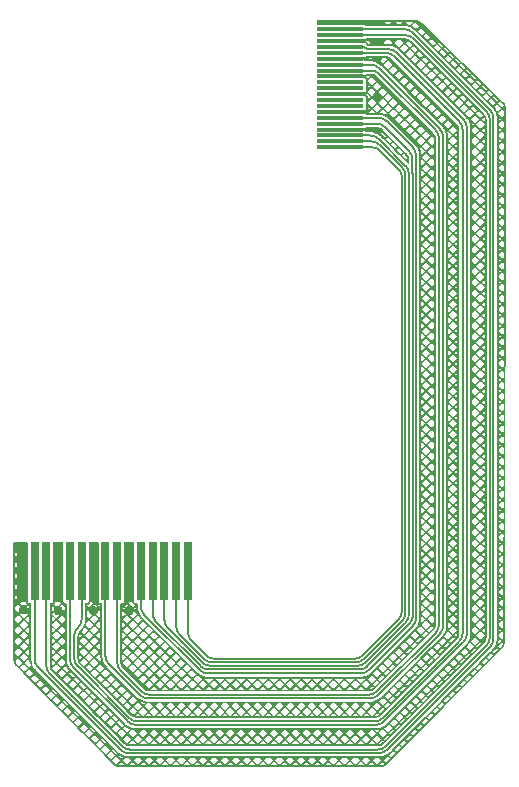
<source format=gtl>
G04 #@! TF.GenerationSoftware,KiCad,Pcbnew,9.0.1*
G04 #@! TF.CreationDate,2025-04-22T18:15:32+02:00*
G04 #@! TF.ProjectId,camera_cable,63616d65-7261-45f6-9361-626c652e6b69,rev?*
G04 #@! TF.SameCoordinates,Original*
G04 #@! TF.FileFunction,Copper,L1,Top*
G04 #@! TF.FilePolarity,Positive*
%FSLAX46Y46*%
G04 Gerber Fmt 4.6, Leading zero omitted, Abs format (unit mm)*
G04 Created by KiCad (PCBNEW 9.0.1) date 2025-04-22 18:15:32*
%MOMM*%
%LPD*%
G01*
G04 APERTURE LIST*
G04 #@! TA.AperFunction,SMDPad,CuDef*
%ADD10R,4.000000X0.300000*%
G04 #@! TD*
G04 #@! TA.AperFunction,SMDPad,CuDef*
%ADD11R,0.750000X5.000000*%
G04 #@! TD*
G04 #@! TA.AperFunction,ViaPad*
%ADD12C,0.550000*%
G04 #@! TD*
G04 #@! TA.AperFunction,Conductor*
%ADD13C,0.150000*%
G04 #@! TD*
G04 #@! TA.AperFunction,Conductor*
%ADD14C,0.200000*%
G04 #@! TD*
G04 APERTURE END LIST*
D10*
G04 #@! TO.P,J2,1,CAM_GND*
G04 #@! TO.N,GND*
X89100000Y-34600000D03*
G04 #@! TO.P,J2,2,CAM_D0_N*
G04 #@! TO.N,Net-(J2-CAM_D0_N)*
X89100000Y-35100000D03*
G04 #@! TO.P,J2,3,CAM_D0_P*
G04 #@! TO.N,Net-(J2-CAM_D0_P)*
X89100000Y-35600000D03*
G04 #@! TO.P,J2,4*
G04 #@! TO.N,GND*
X89100000Y-36100000D03*
G04 #@! TO.P,J2,5,CAM_D1_N*
G04 #@! TO.N,Net-(J2-CAM_D1_N)*
X89100000Y-36600000D03*
G04 #@! TO.P,J2,6,CAM_D1_P*
G04 #@! TO.N,Net-(J2-CAM_D1_P)*
X89100000Y-37100000D03*
G04 #@! TO.P,J2,7*
G04 #@! TO.N,GND*
X89100000Y-37600000D03*
G04 #@! TO.P,J2,8,CAM_CK_N*
G04 #@! TO.N,Net-(J2-CAM_CK_N)*
X89100000Y-38100000D03*
G04 #@! TO.P,J2,9,CAM_CK_P*
G04 #@! TO.N,Net-(J2-CAM_CK_P)*
X89100000Y-38600000D03*
G04 #@! TO.P,J2,10*
G04 #@! TO.N,GND*
X89100000Y-39100000D03*
G04 #@! TO.P,J2,11*
G04 #@! TO.N,unconnected-(J2-Pad11)*
X89100000Y-39600000D03*
G04 #@! TO.P,J2,12*
G04 #@! TO.N,unconnected-(J2-Pad12)*
X89100000Y-40100000D03*
G04 #@! TO.P,J2,13*
G04 #@! TO.N,GND*
X89100000Y-40600000D03*
G04 #@! TO.P,J2,14*
G04 #@! TO.N,unconnected-(J2-Pad14)*
X89100000Y-41100000D03*
G04 #@! TO.P,J2,15*
G04 #@! TO.N,unconnected-(J2-Pad15)*
X89100000Y-41600000D03*
G04 #@! TO.P,J2,16*
G04 #@! TO.N,GND*
X89100000Y-42100000D03*
G04 #@! TO.P,J2,17,CAM_IO0*
G04 #@! TO.N,Net-(J2-CAM_IO0)*
X89100000Y-42600000D03*
G04 #@! TO.P,J2,18,CAM_IO1*
G04 #@! TO.N,Net-(J2-CAM_IO1)*
X89100000Y-43100000D03*
G04 #@! TO.P,J2,19*
G04 #@! TO.N,GND*
X89100000Y-43600000D03*
G04 #@! TO.P,J2,20,CAM_SCA*
G04 #@! TO.N,Net-(J2-CAM_SCA)*
X89100000Y-44100000D03*
G04 #@! TO.P,J2,21,CAM_SDA*
G04 #@! TO.N,Net-(J2-CAM_SDA)*
X89100000Y-44600000D03*
G04 #@! TO.P,J2,22,CAM_3v3*
G04 #@! TO.N,Net-(J2-CAM_3v3)*
X89100000Y-45100000D03*
G04 #@! TD*
D11*
G04 #@! TO.P,j1,1,CAM_GND*
G04 #@! TO.N,GND*
X62200000Y-81000000D03*
G04 #@! TO.P,j1,2,CAM_D0_N*
G04 #@! TO.N,Net-(J2-CAM_D0_N)*
X63200000Y-81000000D03*
G04 #@! TO.P,j1,3,CAM_D0_P*
G04 #@! TO.N,Net-(J2-CAM_D0_P)*
X64200000Y-81000000D03*
G04 #@! TO.P,j1,4*
G04 #@! TO.N,GND*
X65200000Y-81000000D03*
G04 #@! TO.P,j1,5,CAM_D1_N*
G04 #@! TO.N,Net-(J2-CAM_D1_N)*
X66200000Y-81000000D03*
G04 #@! TO.P,j1,6,CAM_D1_P*
G04 #@! TO.N,Net-(J2-CAM_D1_P)*
X67200000Y-81000000D03*
G04 #@! TO.P,j1,7*
G04 #@! TO.N,GND*
X68200000Y-81000000D03*
G04 #@! TO.P,j1,8,CAM_CK_N*
G04 #@! TO.N,Net-(J2-CAM_CK_N)*
X69200000Y-81000000D03*
G04 #@! TO.P,j1,9,CAM_CK_P*
G04 #@! TO.N,Net-(J2-CAM_CK_P)*
X70200000Y-81000000D03*
G04 #@! TO.P,j1,10*
G04 #@! TO.N,GND*
X71200000Y-81000000D03*
G04 #@! TO.P,j1,11,CAM_IO0*
G04 #@! TO.N,Net-(J2-CAM_IO0)*
X72200000Y-81000000D03*
G04 #@! TO.P,j1,12,CAM_IO1*
G04 #@! TO.N,Net-(J2-CAM_IO1)*
X73200000Y-81000000D03*
G04 #@! TO.P,j1,13,CAM_SCA*
G04 #@! TO.N,Net-(J2-CAM_SCA)*
X74200000Y-81000000D03*
G04 #@! TO.P,j1,14,CAM_SDA*
G04 #@! TO.N,Net-(J2-CAM_SDA)*
X75200000Y-81000000D03*
G04 #@! TO.P,j1,15,CAM_3v3*
G04 #@! TO.N,Net-(J2-CAM_3v3)*
X76200000Y-81000000D03*
G04 #@! TD*
D12*
G04 #@! TO.N,GND*
X92200000Y-34600000D03*
X68200000Y-84300000D03*
X92200000Y-40800000D03*
X92200000Y-36100000D03*
X65200000Y-84300000D03*
X62250000Y-84250000D03*
X71200000Y-84300000D03*
X92200000Y-37600000D03*
X92200000Y-43700000D03*
G04 #@! TD*
D13*
G04 #@! TO.N,Net-(J2-CAM_SDA)*
X94601000Y-47489536D02*
X94601000Y-84510464D01*
X94308107Y-85217571D02*
X91118571Y-88407107D01*
X89100000Y-44600000D02*
X91711464Y-44600000D01*
X77507107Y-88407107D02*
X75492893Y-86392893D01*
X75200000Y-85685786D02*
X75200000Y-81000000D01*
X90411464Y-88700000D02*
X78214214Y-88700000D01*
X92418571Y-44892893D02*
X94308107Y-46782429D01*
X91711464Y-44600000D02*
G75*
G02*
X92418589Y-44892875I36J-1000000D01*
G01*
X94308107Y-46782429D02*
G75*
G02*
X94600975Y-47489536I-707107J-707071D01*
G01*
X75492893Y-86392893D02*
G75*
G02*
X75200010Y-85685786I707107J707093D01*
G01*
X78214214Y-88700000D02*
G75*
G02*
X77507100Y-88407114I-14J1000000D01*
G01*
X94601000Y-84510464D02*
G75*
G02*
X94308125Y-85217589I-1000000J-36D01*
G01*
X90411464Y-88700000D02*
G75*
G03*
X91118589Y-88407125I36J1000000D01*
G01*
G04 #@! TO.N,Net-(J2-CAM_SCA)*
X94609107Y-85342249D02*
X91243249Y-88708107D01*
X90536142Y-89001000D02*
X78089536Y-89001000D01*
X89100000Y-44100000D02*
X91637142Y-44100000D01*
X74200000Y-85111464D02*
X74200000Y-81000000D01*
X74200000Y-81000000D02*
X74200000Y-81199000D01*
X77382429Y-88708107D02*
X74492893Y-85818571D01*
X94902000Y-47364858D02*
X94902000Y-84635142D01*
X74200000Y-81199000D02*
X74201000Y-81200000D01*
X92344249Y-44392893D02*
X94609107Y-46657751D01*
X91243249Y-88708107D02*
G75*
G02*
X90536142Y-89001030I-707149J707107D01*
G01*
X74200000Y-85111464D02*
G75*
G03*
X74492875Y-85818589I1000000J-36D01*
G01*
X78089536Y-89001000D02*
G75*
G02*
X77382411Y-88708125I-36J1000000D01*
G01*
X94609107Y-85342249D02*
G75*
G03*
X94902030Y-84635142I-707107J707149D01*
G01*
X92344249Y-44392893D02*
G75*
G03*
X91637142Y-44099970I-707149J-707107D01*
G01*
X94609107Y-46657751D02*
G75*
G02*
X94902030Y-47364858I-707107J-707149D01*
G01*
G04 #@! TO.N,Net-(J2-CAM_D0_N)*
X71188536Y-96400000D02*
X92361464Y-96400000D01*
X94511464Y-35100000D02*
X89100000Y-35100000D01*
X101758107Y-41932429D02*
X95218571Y-35392893D01*
X102051000Y-86710464D02*
X102051000Y-42639536D01*
X63200000Y-81000000D02*
X63200000Y-88411464D01*
X63492893Y-89118571D02*
X70481429Y-96107107D01*
X93068571Y-96107107D02*
X101758107Y-87417571D01*
X63492893Y-89118571D02*
G75*
G02*
X63200025Y-88411464I707107J707071D01*
G01*
X92361464Y-96400000D02*
G75*
G03*
X93068589Y-96107125I36J1000000D01*
G01*
X71188536Y-96400000D02*
G75*
G02*
X70481411Y-96107125I-36J1000000D01*
G01*
X102051000Y-86710464D02*
G75*
G02*
X101758125Y-87417589I-1000000J-36D01*
G01*
X102051000Y-42639536D02*
G75*
G03*
X101758125Y-41932411I-1000000J36D01*
G01*
X95218571Y-35392893D02*
G75*
G03*
X94511464Y-35100025I-707071J-707107D01*
G01*
G04 #@! TO.N,Net-(J2-CAM_IO0)*
X77887180Y-89650000D02*
X90785786Y-89650000D01*
X95504000Y-84931786D02*
X95504000Y-45792536D01*
X95211107Y-45085429D02*
X93018571Y-42892893D01*
X72492893Y-84669927D02*
X77180073Y-89357107D01*
X91492893Y-89357107D02*
X95211107Y-85638893D01*
X72200000Y-81000000D02*
X72200000Y-83962820D01*
X92311464Y-42600000D02*
X89100000Y-42600000D01*
X92311464Y-42600000D02*
G75*
G02*
X93018589Y-42892875I36J-1000000D01*
G01*
X95211107Y-85638893D02*
G75*
G03*
X95503990Y-84931786I-707107J707093D01*
G01*
X77180073Y-89357107D02*
G75*
G03*
X77887180Y-89650014I707127J707107D01*
G01*
X95211107Y-45085429D02*
G75*
G02*
X95503975Y-45792536I-707107J-707071D01*
G01*
X90785786Y-89650000D02*
G75*
G03*
X91492900Y-89357114I14J1000000D01*
G01*
X72200000Y-83962820D02*
G75*
G03*
X72492903Y-84669917I1000000J20D01*
G01*
G04 #@! TO.N,Net-(J2-CAM_3v3)*
X76200000Y-86185786D02*
X76200000Y-81000000D01*
X89100000Y-45100000D02*
X91785786Y-45100000D01*
X92492893Y-45392893D02*
X94007107Y-46907107D01*
D14*
X76100000Y-82600000D02*
X76200000Y-82500000D01*
D13*
X94300000Y-47614214D02*
X94300000Y-84385786D01*
X94007107Y-85092893D02*
X90992893Y-88107107D01*
X90285786Y-88400000D02*
X78414214Y-88400000D01*
X76492893Y-86892893D02*
X77707107Y-88107107D01*
X90992893Y-88107107D02*
G75*
G02*
X90285786Y-88399990I-707093J707107D01*
G01*
X94300000Y-47614214D02*
G75*
G03*
X94007114Y-46907100I-1000000J14D01*
G01*
X76200000Y-86185786D02*
G75*
G03*
X76492886Y-86892900I1000000J-14D01*
G01*
X94300000Y-84385786D02*
G75*
G02*
X94007114Y-85092900I-1000000J-14D01*
G01*
X91785786Y-45100000D02*
G75*
G02*
X92492900Y-45392886I14J-1000000D01*
G01*
X78414214Y-88400000D02*
G75*
G02*
X77707100Y-88107114I-14J1000000D01*
G01*
G04 #@! TO.N,Net-(J2-CAM_IO1)*
X95199018Y-47148272D02*
X95202280Y-47234864D01*
X94978011Y-85395855D02*
X94917979Y-85458687D01*
X92869672Y-43392893D02*
X94906125Y-45429346D01*
X91010246Y-89309418D02*
X77721825Y-89309418D01*
X89100000Y-43100000D02*
X92162565Y-43100000D01*
X95200509Y-84859407D02*
X95181641Y-84954257D01*
X77305935Y-89057282D02*
X77305751Y-89057107D01*
X95202989Y-47272510D02*
X95202989Y-84856927D01*
X95124730Y-85141852D02*
X95087207Y-85232437D01*
X77458358Y-89179478D02*
X77450451Y-89174194D01*
X91015805Y-89303859D02*
X91010246Y-89309418D01*
X77305751Y-89057107D02*
X73500892Y-85252248D01*
X73485076Y-85236070D02*
X73424976Y-85173187D01*
X77331550Y-89081018D02*
X77322147Y-89072427D01*
X77721825Y-89309418D02*
X77631238Y-89271892D01*
X73200248Y-84548219D02*
X73200000Y-84537142D01*
X95087207Y-85232437D02*
X94978011Y-85395855D01*
X73278082Y-84918777D02*
X73240553Y-84828184D01*
X91319927Y-89057107D02*
X91311807Y-89064867D01*
X95202989Y-84856927D02*
X95200509Y-84859407D01*
X73200000Y-84537142D02*
X73200000Y-81000000D01*
X95199018Y-47148272D02*
X95199018Y-46136453D01*
X94902048Y-85474986D02*
X91319927Y-89057107D01*
X73240553Y-84828184D02*
X73219220Y-84720957D01*
X73424976Y-85173187D02*
X73370495Y-85091655D01*
X91176471Y-89173396D02*
X91167330Y-89179504D01*
X95199018Y-46136453D02*
G75*
G03*
X94906105Y-45429366I-1000018J-47D01*
G01*
X94902048Y-85474986D02*
G75*
G03*
X94917979Y-85458687I-705748J705786D01*
G01*
X95198309Y-47110625D02*
G75*
G03*
X95199016Y-47148272I998391J-75D01*
G01*
X77450451Y-89174194D02*
G75*
G02*
X77331553Y-89081015I555749J831594D01*
G01*
X95202989Y-47272510D02*
G75*
G03*
X95202279Y-47234864I-998389J10D01*
G01*
X77322147Y-89072427D02*
G75*
G02*
X77305935Y-89057282I670153J733627D01*
G01*
X92162565Y-43100000D02*
G75*
G02*
X92869689Y-43392876I35J-1000000D01*
G01*
X95124730Y-85141852D02*
G75*
G03*
X95181641Y-84954257I-924030J382752D01*
G01*
X73500892Y-85252248D02*
G75*
G02*
X73485077Y-85236069I703108J703148D01*
G01*
X77631238Y-89271892D02*
G75*
G02*
X77458361Y-89179474I382762J923892D01*
G01*
X91176471Y-89173396D02*
G75*
G03*
X91311803Y-89064863I-555571J831396D01*
G01*
X91015805Y-89303859D02*
G75*
G02*
X91167333Y-89179509I707095J-707141D01*
G01*
X73278082Y-84918777D02*
G75*
G03*
X73370493Y-85091657I923818J382677D01*
G01*
X73219220Y-84720957D02*
G75*
G02*
X73200245Y-84548219I980880J195157D01*
G01*
G04 #@! TO.N,Net-(J2-CAM_D0_P)*
X101750000Y-42764214D02*
X101750000Y-86585786D01*
X89100000Y-35600000D02*
X94585786Y-35600000D01*
X92236786Y-96099000D02*
X71313214Y-96099000D01*
X64200000Y-88985786D02*
X64200000Y-81000000D01*
X101457107Y-87292893D02*
X92943893Y-95806107D01*
X70606107Y-95806107D02*
X64492893Y-89692893D01*
X95292893Y-35892893D02*
X101457107Y-42057107D01*
X101750000Y-42764214D02*
G75*
G03*
X101457114Y-42057100I-1000000J14D01*
G01*
X64492893Y-89692893D02*
G75*
G02*
X64200010Y-88985786I707107J707093D01*
G01*
X94585786Y-35600000D02*
G75*
G02*
X95292900Y-35892886I14J-1000000D01*
G01*
X92236786Y-96099000D02*
G75*
G03*
X92943900Y-95806114I14J1000000D01*
G01*
X70606107Y-95806107D02*
G75*
G03*
X71313214Y-96098990I707093J707107D01*
G01*
X101750000Y-86585786D02*
G75*
G02*
X101457114Y-87292900I-1000000J-14D01*
G01*
G04 #@! TO.N,Net-(J2-CAM_CK_N)*
X72107107Y-91457107D02*
X69492893Y-88842893D01*
X91611464Y-91750000D02*
X72814214Y-91750000D01*
X92342893Y-38392893D02*
X97507107Y-43557107D01*
X97800000Y-44264214D02*
X97800000Y-85561464D01*
X89100000Y-38100000D02*
X91635786Y-38100000D01*
X97507107Y-86268571D02*
X92318571Y-91457107D01*
X69200000Y-88135786D02*
X69200000Y-81000000D01*
X97800000Y-44264214D02*
G75*
G03*
X97507114Y-43557100I-1000000J14D01*
G01*
X91611464Y-91750000D02*
G75*
G03*
X92318589Y-91457125I36J1000000D01*
G01*
X92342893Y-38392893D02*
G75*
G03*
X91635786Y-38100010I-707093J-707107D01*
G01*
X97800000Y-85561464D02*
G75*
G02*
X97507125Y-86268589I-1000000J-36D01*
G01*
X72814214Y-91750000D02*
G75*
G02*
X72107100Y-91457114I-14J1000000D01*
G01*
X69200000Y-88135786D02*
G75*
G03*
X69492886Y-88842900I1000000J-14D01*
G01*
G04 #@! TO.N,Net-(J2-CAM_D1_N)*
X92111464Y-94000000D02*
X71788536Y-94000000D01*
X66200000Y-88411464D02*
X66200000Y-81000000D01*
X91127000Y-36600000D02*
X91326000Y-36799000D01*
X99800000Y-43414214D02*
X99800000Y-86311464D01*
X91326000Y-36799000D02*
X93184786Y-36799000D01*
X93891893Y-37091893D02*
X99507107Y-42707107D01*
X71081429Y-93707107D02*
X66492893Y-89118571D01*
X89100000Y-36600000D02*
X91127000Y-36600000D01*
X99507107Y-87018571D02*
X92818571Y-93707107D01*
X99800000Y-43414214D02*
G75*
G03*
X99507114Y-42707100I-1000000J14D01*
G01*
X93891893Y-37091893D02*
G75*
G03*
X93184786Y-36799010I-707093J-707107D01*
G01*
X71788536Y-94000000D02*
G75*
G02*
X71081411Y-93707125I-36J1000000D01*
G01*
X99800000Y-86311464D02*
G75*
G02*
X99507125Y-87018589I-1000000J-36D01*
G01*
X66492893Y-89118571D02*
G75*
G02*
X66200025Y-88411464I707107J707071D01*
G01*
X92111464Y-94000000D02*
G75*
G03*
X92818589Y-93707125I36J1000000D01*
G01*
G04 #@! TO.N,Net-(J2-CAM_D1_P)*
X93642893Y-37392893D02*
X99157107Y-42907107D01*
X89100000Y-37100000D02*
X92935786Y-37100000D01*
X71206107Y-93406107D02*
X66843893Y-89043893D01*
X91986786Y-93699000D02*
X71913214Y-93699000D01*
X67200000Y-85035786D02*
X67200000Y-81000000D01*
X99157107Y-86942893D02*
X92693893Y-93406107D01*
X66551000Y-88336786D02*
X66551000Y-86513214D01*
X66843893Y-85806107D02*
X66907107Y-85742893D01*
X99450000Y-43614214D02*
X99450000Y-86235786D01*
X99450000Y-86235786D02*
G75*
G02*
X99157114Y-86942900I-1000000J-14D01*
G01*
X71913214Y-93699000D02*
G75*
G02*
X71206100Y-93406114I-14J1000000D01*
G01*
X66551000Y-88336786D02*
G75*
G03*
X66843886Y-89043900I1000000J-14D01*
G01*
X99450000Y-43614214D02*
G75*
G03*
X99157114Y-42907100I-1000000J14D01*
G01*
X92935786Y-37100000D02*
G75*
G02*
X93642900Y-37392886I14J-1000000D01*
G01*
X91986786Y-93699000D02*
G75*
G03*
X92693900Y-93406114I14J1000000D01*
G01*
X67200000Y-85035786D02*
G75*
G02*
X66907114Y-85742900I-1000000J-14D01*
G01*
X66551000Y-86513214D02*
G75*
G02*
X66843886Y-85806100I1000000J14D01*
G01*
G04 #@! TO.N,Net-(J2-CAM_CK_P)*
X97156107Y-86193893D02*
X92193893Y-91156107D01*
X89100000Y-38600000D02*
X91685786Y-38600000D01*
X91486786Y-91449000D02*
X72938892Y-91449000D01*
X70200000Y-88710108D02*
X70200000Y-81000000D01*
X72231785Y-91156107D02*
X70492893Y-89417215D01*
X97449000Y-44363214D02*
X97449000Y-85486786D01*
X92392893Y-38892893D02*
X97156107Y-43656107D01*
X97449000Y-85486786D02*
G75*
G02*
X97156114Y-86193900I-1000000J-14D01*
G01*
X70200000Y-88710108D02*
G75*
G03*
X70492897Y-89417211I1000000J8D01*
G01*
X72938892Y-91449000D02*
G75*
G02*
X72231789Y-91156103I8J1000000D01*
G01*
X91685786Y-38600000D02*
G75*
G02*
X92392900Y-38892886I14J-1000000D01*
G01*
X97449000Y-44363214D02*
G75*
G03*
X97156114Y-43656100I-1000000J14D01*
G01*
X91486786Y-91449000D02*
G75*
G03*
X92193900Y-91156114I14J1000000D01*
G01*
G04 #@! TD*
G04 #@! TA.AperFunction,Conductor*
G04 #@! TO.N,GND*
G36*
X95389830Y-34317747D02*
G01*
X95389843Y-34317750D01*
X95412730Y-34317768D01*
X95437091Y-34317789D01*
X95444214Y-34318139D01*
X95586747Y-34332043D01*
X95600725Y-34334784D01*
X95734518Y-34374722D01*
X95747714Y-34380092D01*
X95871372Y-34444931D01*
X95883294Y-34452731D01*
X95994829Y-34542146D01*
X96000174Y-34546872D01*
X102877231Y-41244911D01*
X102877253Y-41244935D01*
X102906464Y-41273383D01*
X102910541Y-41277684D01*
X102988896Y-41367289D01*
X102995951Y-41376796D01*
X103057423Y-41475203D01*
X103062873Y-41485715D01*
X103107865Y-41592672D01*
X103111568Y-41603917D01*
X103138928Y-41716681D01*
X103140790Y-41728374D01*
X103150043Y-41846990D01*
X103150267Y-41852903D01*
X103150247Y-41862295D01*
X103150247Y-41862301D01*
X103052784Y-85866723D01*
X103050499Y-86898168D01*
X103050499Y-86898169D01*
X103050418Y-86934435D01*
X103050050Y-86941643D01*
X103035609Y-87085864D01*
X103032780Y-87100008D01*
X102991691Y-87235213D01*
X102986171Y-87248540D01*
X102919633Y-87373206D01*
X102911634Y-87385208D01*
X102819647Y-87497690D01*
X102814808Y-87503050D01*
X102785328Y-87532664D01*
X102785287Y-87532712D01*
X93003135Y-97361895D01*
X92998864Y-97365861D01*
X92909990Y-97442098D01*
X92900579Y-97448963D01*
X92803347Y-97508768D01*
X92792978Y-97514070D01*
X92687563Y-97557881D01*
X92676488Y-97561491D01*
X92565513Y-97588216D01*
X92554010Y-97590044D01*
X92437114Y-97599270D01*
X92431292Y-97599499D01*
X92385892Y-97599499D01*
X92385884Y-97599500D01*
X70470438Y-97599500D01*
X70464591Y-97599269D01*
X70347392Y-97589980D01*
X70335845Y-97588137D01*
X70297954Y-97578973D01*
X70224442Y-97561193D01*
X70213329Y-97557555D01*
X70107552Y-97513394D01*
X70097149Y-97508049D01*
X69999656Y-97447777D01*
X69990226Y-97440861D01*
X69953210Y-97408922D01*
X70288235Y-97408922D01*
X70367303Y-97428046D01*
X70473963Y-97436500D01*
X70892622Y-97436500D01*
X71181312Y-97436500D01*
X71813275Y-97436500D01*
X72101965Y-97436500D01*
X72733928Y-97436500D01*
X73022618Y-97436500D01*
X73654581Y-97436500D01*
X73943271Y-97436500D01*
X74575234Y-97436500D01*
X74863924Y-97436500D01*
X75495887Y-97436500D01*
X75784577Y-97436500D01*
X76416540Y-97436500D01*
X76705230Y-97436500D01*
X77337193Y-97436500D01*
X77625883Y-97436500D01*
X78257846Y-97436500D01*
X78546536Y-97436500D01*
X79178499Y-97436500D01*
X79467189Y-97436500D01*
X80099152Y-97436500D01*
X80387842Y-97436500D01*
X81019805Y-97436500D01*
X81308495Y-97436500D01*
X81940458Y-97436500D01*
X82229148Y-97436500D01*
X82861111Y-97436500D01*
X83149801Y-97436500D01*
X83781764Y-97436500D01*
X84070454Y-97436500D01*
X84702417Y-97436500D01*
X84991107Y-97436500D01*
X85623070Y-97436500D01*
X85911760Y-97436500D01*
X86543723Y-97436500D01*
X86832413Y-97436500D01*
X87464376Y-97436500D01*
X87753067Y-97436500D01*
X88385029Y-97436500D01*
X88673720Y-97436500D01*
X89305682Y-97436500D01*
X89594373Y-97436500D01*
X90226335Y-97436500D01*
X90515026Y-97436500D01*
X91146988Y-97436500D01*
X91435679Y-97436500D01*
X92067641Y-97436500D01*
X92356332Y-97436500D01*
X92384952Y-97436500D01*
X92384968Y-97436499D01*
X92427786Y-97436499D01*
X92534181Y-97428101D01*
X92631492Y-97404666D01*
X92723933Y-97366248D01*
X92809196Y-97313804D01*
X92839556Y-97287761D01*
X92672313Y-97120518D01*
X92356332Y-97436500D01*
X92067641Y-97436500D01*
X91751660Y-97120518D01*
X91435679Y-97436500D01*
X91146988Y-97436500D01*
X90831007Y-97120518D01*
X90515026Y-97436500D01*
X90226335Y-97436500D01*
X89910354Y-97120518D01*
X89594373Y-97436500D01*
X89305682Y-97436500D01*
X88989701Y-97120518D01*
X88673720Y-97436500D01*
X88385029Y-97436500D01*
X88069048Y-97120518D01*
X87753067Y-97436500D01*
X87464376Y-97436500D01*
X87148394Y-97120518D01*
X86832413Y-97436500D01*
X86543723Y-97436500D01*
X86227741Y-97120518D01*
X85911760Y-97436500D01*
X85623070Y-97436500D01*
X85307088Y-97120518D01*
X84991107Y-97436500D01*
X84702417Y-97436500D01*
X84386435Y-97120518D01*
X84070454Y-97436500D01*
X83781764Y-97436500D01*
X83465782Y-97120518D01*
X83149801Y-97436500D01*
X82861111Y-97436500D01*
X82545129Y-97120518D01*
X82229148Y-97436500D01*
X81940458Y-97436500D01*
X81624476Y-97120518D01*
X81308495Y-97436500D01*
X81019805Y-97436500D01*
X80703823Y-97120518D01*
X80387842Y-97436500D01*
X80099152Y-97436500D01*
X79783170Y-97120518D01*
X79467189Y-97436500D01*
X79178499Y-97436500D01*
X78862517Y-97120518D01*
X78546536Y-97436500D01*
X78257846Y-97436500D01*
X77941864Y-97120518D01*
X77625883Y-97436500D01*
X77337193Y-97436500D01*
X77021211Y-97120518D01*
X76705230Y-97436500D01*
X76416540Y-97436500D01*
X76100558Y-97120518D01*
X75784577Y-97436500D01*
X75495887Y-97436500D01*
X75179905Y-97120518D01*
X74863924Y-97436500D01*
X74575234Y-97436500D01*
X74259252Y-97120518D01*
X73943271Y-97436500D01*
X73654581Y-97436500D01*
X73338599Y-97120518D01*
X73022618Y-97436500D01*
X72733928Y-97436500D01*
X72417946Y-97120518D01*
X72101965Y-97436500D01*
X71813275Y-97436500D01*
X71497293Y-97120518D01*
X71181312Y-97436500D01*
X70892622Y-97436500D01*
X70576640Y-97120518D01*
X70288235Y-97408922D01*
X69953210Y-97408922D01*
X69901273Y-97364108D01*
X69896997Y-97360112D01*
X69870820Y-97333639D01*
X69870788Y-97333607D01*
X69544072Y-97003199D01*
X69773304Y-97003199D01*
X69986633Y-97218938D01*
X69986695Y-97219000D01*
X70010431Y-97243005D01*
X70091365Y-97312837D01*
X70142184Y-97344255D01*
X70471281Y-97015159D01*
X70681999Y-97015159D01*
X71036966Y-97370126D01*
X71391934Y-97015159D01*
X71602652Y-97015159D01*
X71957620Y-97370126D01*
X72312587Y-97015159D01*
X72523305Y-97015159D01*
X72878273Y-97370126D01*
X73233240Y-97015159D01*
X73443958Y-97015159D01*
X73798926Y-97370126D01*
X74153893Y-97015159D01*
X74364611Y-97015159D01*
X74719579Y-97370126D01*
X75074546Y-97015159D01*
X75285264Y-97015159D01*
X75640232Y-97370126D01*
X75995199Y-97015159D01*
X76205917Y-97015159D01*
X76560885Y-97370126D01*
X76915852Y-97015159D01*
X77126570Y-97015159D01*
X77481538Y-97370126D01*
X77836505Y-97015159D01*
X78047223Y-97015159D01*
X78402191Y-97370126D01*
X78757158Y-97015159D01*
X78967876Y-97015159D01*
X79322844Y-97370126D01*
X79677811Y-97015159D01*
X79888529Y-97015159D01*
X80243497Y-97370126D01*
X80598464Y-97015159D01*
X80809182Y-97015159D01*
X81164150Y-97370126D01*
X81519117Y-97015159D01*
X81729835Y-97015159D01*
X82084803Y-97370126D01*
X82439770Y-97015159D01*
X82650488Y-97015159D01*
X83005456Y-97370126D01*
X83360423Y-97015159D01*
X83571141Y-97015159D01*
X83926109Y-97370126D01*
X84281076Y-97015159D01*
X84491794Y-97015159D01*
X84846762Y-97370126D01*
X85201729Y-97015159D01*
X85412447Y-97015159D01*
X85767415Y-97370126D01*
X86122382Y-97015159D01*
X86333100Y-97015159D01*
X86688068Y-97370126D01*
X87043035Y-97015159D01*
X87253753Y-97015159D01*
X87608721Y-97370126D01*
X87963688Y-97015159D01*
X88174406Y-97015159D01*
X88529374Y-97370126D01*
X88884341Y-97015159D01*
X89095059Y-97015159D01*
X89450027Y-97370126D01*
X89804994Y-97015159D01*
X90015712Y-97015159D01*
X90370680Y-97370126D01*
X90725647Y-97015159D01*
X90936366Y-97015159D01*
X91291333Y-97370126D01*
X91646301Y-97015159D01*
X91857019Y-97015159D01*
X92211986Y-97370126D01*
X92566954Y-97015159D01*
X92777672Y-97015159D01*
X92948366Y-97185853D01*
X93302482Y-96830034D01*
X93132639Y-96660191D01*
X92777672Y-97015159D01*
X92566954Y-97015159D01*
X92390295Y-96838500D01*
X92033679Y-96838500D01*
X91857019Y-97015159D01*
X91646301Y-97015159D01*
X91469642Y-96838500D01*
X91113026Y-96838500D01*
X90936366Y-97015159D01*
X90725647Y-97015159D01*
X90548988Y-96838500D01*
X90192372Y-96838500D01*
X90015712Y-97015159D01*
X89804994Y-97015159D01*
X89628335Y-96838500D01*
X89271719Y-96838500D01*
X89095059Y-97015159D01*
X88884341Y-97015159D01*
X88707682Y-96838500D01*
X88351066Y-96838500D01*
X88174406Y-97015159D01*
X87963688Y-97015159D01*
X87787029Y-96838500D01*
X87430413Y-96838500D01*
X87253753Y-97015159D01*
X87043035Y-97015159D01*
X86866376Y-96838500D01*
X86509760Y-96838500D01*
X86333100Y-97015159D01*
X86122382Y-97015159D01*
X85945723Y-96838500D01*
X85589107Y-96838500D01*
X85412447Y-97015159D01*
X85201729Y-97015159D01*
X85025070Y-96838500D01*
X84668454Y-96838500D01*
X84491794Y-97015159D01*
X84281076Y-97015159D01*
X84104417Y-96838500D01*
X83747801Y-96838500D01*
X83571141Y-97015159D01*
X83360423Y-97015159D01*
X83183764Y-96838500D01*
X82827148Y-96838500D01*
X82650488Y-97015159D01*
X82439770Y-97015159D01*
X82263111Y-96838500D01*
X81906495Y-96838500D01*
X81729835Y-97015159D01*
X81519117Y-97015159D01*
X81342458Y-96838500D01*
X80985842Y-96838500D01*
X80809182Y-97015159D01*
X80598464Y-97015159D01*
X80421805Y-96838500D01*
X80065189Y-96838500D01*
X79888529Y-97015159D01*
X79677811Y-97015159D01*
X79501152Y-96838500D01*
X79144536Y-96838500D01*
X78967876Y-97015159D01*
X78757158Y-97015159D01*
X78580499Y-96838500D01*
X78223883Y-96838500D01*
X78047223Y-97015159D01*
X77836505Y-97015159D01*
X77659846Y-96838500D01*
X77303230Y-96838500D01*
X77126570Y-97015159D01*
X76915852Y-97015159D01*
X76739193Y-96838500D01*
X76382577Y-96838500D01*
X76205917Y-97015159D01*
X75995199Y-97015159D01*
X75818540Y-96838500D01*
X75461924Y-96838500D01*
X75285264Y-97015159D01*
X75074546Y-97015159D01*
X74897887Y-96838500D01*
X74541271Y-96838500D01*
X74364611Y-97015159D01*
X74153893Y-97015159D01*
X73977234Y-96838500D01*
X73620618Y-96838500D01*
X73443958Y-97015159D01*
X73233240Y-97015159D01*
X73056581Y-96838500D01*
X72699965Y-96838500D01*
X72523305Y-97015159D01*
X72312587Y-97015159D01*
X72135928Y-96838500D01*
X71779312Y-96838500D01*
X71602652Y-97015159D01*
X71391934Y-97015159D01*
X71215275Y-96838500D01*
X71188550Y-96838500D01*
X71084964Y-96838503D01*
X71082075Y-96838447D01*
X71081486Y-96838424D01*
X71078572Y-96838252D01*
X71072188Y-96837750D01*
X71069197Y-96837454D01*
X71068612Y-96837384D01*
X71065831Y-96836997D01*
X70888275Y-96808882D01*
X70681999Y-97015159D01*
X70471281Y-97015159D01*
X70116313Y-96660191D01*
X69773304Y-97003199D01*
X69544072Y-97003199D01*
X69086332Y-96540287D01*
X69315564Y-96540287D01*
X69668537Y-96897248D01*
X70010954Y-96554832D01*
X70221672Y-96554832D01*
X70576639Y-96909799D01*
X70724631Y-96761808D01*
X70645504Y-96736101D01*
X70642717Y-96735134D01*
X70642165Y-96734930D01*
X70639507Y-96733889D01*
X70633590Y-96731439D01*
X70630929Y-96730275D01*
X70630393Y-96730028D01*
X70627771Y-96728756D01*
X70443175Y-96634706D01*
X70440650Y-96633358D01*
X70440135Y-96633070D01*
X70437584Y-96631576D01*
X70432123Y-96628229D01*
X70429599Y-96626611D01*
X70429111Y-96626284D01*
X70426810Y-96624678D01*
X70267536Y-96508967D01*
X70221672Y-96554832D01*
X70010954Y-96554832D01*
X69655987Y-96199865D01*
X69315564Y-96540287D01*
X69086332Y-96540287D01*
X68628592Y-96077374D01*
X68857823Y-96077374D01*
X69210797Y-96434336D01*
X69550628Y-96094506D01*
X69761346Y-96094506D01*
X70116313Y-96449473D01*
X70159969Y-96405816D01*
X70147568Y-96393416D01*
X70147493Y-96393304D01*
X70132428Y-96378242D01*
X70132400Y-96378212D01*
X69805020Y-96050832D01*
X69761346Y-96094506D01*
X69550628Y-96094506D01*
X69195660Y-95739538D01*
X68857823Y-96077374D01*
X68628592Y-96077374D01*
X68170852Y-95614462D01*
X68400083Y-95614462D01*
X68753056Y-95971423D01*
X69090301Y-95634179D01*
X69301019Y-95634179D01*
X69655987Y-95989147D01*
X69699661Y-95945473D01*
X69344693Y-95590505D01*
X69301019Y-95634179D01*
X69090301Y-95634179D01*
X68735334Y-95279212D01*
X68400083Y-95614462D01*
X68170852Y-95614462D01*
X67713112Y-95151549D01*
X67942342Y-95151549D01*
X68295316Y-95508511D01*
X68629975Y-95173853D01*
X68840693Y-95173853D01*
X69195660Y-95528820D01*
X69239334Y-95485146D01*
X68884367Y-95130179D01*
X68840693Y-95173853D01*
X68629975Y-95173853D01*
X68275007Y-94818885D01*
X67942342Y-95151549D01*
X67713112Y-95151549D01*
X67255371Y-94688636D01*
X67484603Y-94688636D01*
X67837575Y-95045598D01*
X68169648Y-94713526D01*
X68380366Y-94713526D01*
X68735334Y-95068494D01*
X68779008Y-95024820D01*
X68424040Y-94669852D01*
X68380366Y-94713526D01*
X68169648Y-94713526D01*
X67814681Y-94358559D01*
X67484603Y-94688636D01*
X67255371Y-94688636D01*
X66797631Y-94225723D01*
X67026862Y-94225723D01*
X67379835Y-94582685D01*
X67709320Y-94253200D01*
X67920040Y-94253200D01*
X68275007Y-94608167D01*
X68318681Y-94564493D01*
X67963714Y-94209526D01*
X67920040Y-94253200D01*
X67709320Y-94253200D01*
X67709321Y-94253199D01*
X67354354Y-93898232D01*
X67026862Y-94225723D01*
X66797631Y-94225723D01*
X66339891Y-93762811D01*
X66569122Y-93762811D01*
X66922095Y-94119772D01*
X67248995Y-93792873D01*
X67459713Y-93792873D01*
X67814681Y-94147841D01*
X67858355Y-94104166D01*
X67503388Y-93749199D01*
X67459713Y-93792873D01*
X67248995Y-93792873D01*
X66894028Y-93437906D01*
X66569122Y-93762811D01*
X66339891Y-93762811D01*
X65882150Y-93299898D01*
X66111381Y-93299898D01*
X66464355Y-93656860D01*
X66788669Y-93332547D01*
X66788668Y-93332546D01*
X66999386Y-93332546D01*
X67354354Y-93687514D01*
X67398029Y-93643840D01*
X67043061Y-93288872D01*
X66999386Y-93332546D01*
X66788668Y-93332546D01*
X66433701Y-92977579D01*
X66111381Y-93299898D01*
X65882150Y-93299898D01*
X65424410Y-92836986D01*
X65653641Y-92836986D01*
X66006614Y-93193947D01*
X66328342Y-92872220D01*
X66539060Y-92872220D01*
X66894027Y-93227187D01*
X66937702Y-93183513D01*
X66582735Y-92828546D01*
X66539060Y-92872220D01*
X66328342Y-92872220D01*
X65973375Y-92517253D01*
X65653641Y-92836986D01*
X65424410Y-92836986D01*
X64966669Y-92374073D01*
X65195900Y-92374073D01*
X65548874Y-92731035D01*
X65868016Y-92411894D01*
X65868015Y-92411893D01*
X66078733Y-92411893D01*
X66433701Y-92766861D01*
X66477376Y-92723187D01*
X66122408Y-92368219D01*
X66078733Y-92411893D01*
X65868015Y-92411893D01*
X65513048Y-92056926D01*
X65195900Y-92374073D01*
X64966669Y-92374073D01*
X64508929Y-91911161D01*
X64738160Y-91911161D01*
X65091133Y-92268122D01*
X65407689Y-91951567D01*
X65618407Y-91951567D01*
X65973374Y-92306534D01*
X66017049Y-92262860D01*
X65662082Y-91907893D01*
X65618407Y-91951567D01*
X65407689Y-91951567D01*
X65052722Y-91596600D01*
X64738160Y-91911161D01*
X64508929Y-91911161D01*
X64051188Y-91448248D01*
X64280419Y-91448248D01*
X64633393Y-91805210D01*
X64947363Y-91491241D01*
X64947362Y-91491240D01*
X65158080Y-91491240D01*
X65513048Y-91846208D01*
X65556723Y-91802534D01*
X65201755Y-91447566D01*
X65158080Y-91491240D01*
X64947362Y-91491240D01*
X64592395Y-91136273D01*
X64280419Y-91448248D01*
X64051188Y-91448248D01*
X63593448Y-90985336D01*
X63822679Y-90985336D01*
X64175652Y-91342297D01*
X64487036Y-91030914D01*
X64697754Y-91030914D01*
X65052721Y-91385881D01*
X65096396Y-91342207D01*
X64741429Y-90987240D01*
X64697754Y-91030914D01*
X64487036Y-91030914D01*
X64132069Y-90675947D01*
X63822679Y-90985336D01*
X63593448Y-90985336D01*
X63135707Y-90522423D01*
X63364939Y-90522423D01*
X63717912Y-90879384D01*
X64026709Y-90570587D01*
X64237427Y-90570587D01*
X64592395Y-90925554D01*
X64636069Y-90881881D01*
X64281102Y-90526913D01*
X64237427Y-90570587D01*
X64026709Y-90570587D01*
X63671742Y-90215620D01*
X63364939Y-90522423D01*
X63135707Y-90522423D01*
X62677966Y-90059510D01*
X62907198Y-90059510D01*
X63260171Y-90416472D01*
X63566383Y-90110261D01*
X63777101Y-90110261D01*
X64132068Y-90465228D01*
X64175743Y-90421554D01*
X63820776Y-90066587D01*
X63777101Y-90110261D01*
X63566383Y-90110261D01*
X63211415Y-89755293D01*
X62907198Y-90059510D01*
X62677966Y-90059510D01*
X62220225Y-89596597D01*
X62449458Y-89596597D01*
X62802431Y-89953559D01*
X63106056Y-89649934D01*
X63316774Y-89649934D01*
X63671742Y-90004901D01*
X63715416Y-89961228D01*
X63360449Y-89606260D01*
X63316774Y-89649934D01*
X63106056Y-89649934D01*
X62751089Y-89294967D01*
X62449458Y-89596597D01*
X62220225Y-89596597D01*
X61762485Y-89133685D01*
X61991718Y-89133685D01*
X62344691Y-89490646D01*
X62645730Y-89189608D01*
X62856448Y-89189608D01*
X63211415Y-89544575D01*
X63255090Y-89500901D01*
X63223095Y-89468906D01*
X63223095Y-89468905D01*
X63223085Y-89468897D01*
X63172415Y-89418224D01*
X63172412Y-89418223D01*
X63172411Y-89418222D01*
X63138298Y-89384108D01*
X63138264Y-89384071D01*
X63109576Y-89355382D01*
X63107609Y-89353338D01*
X63107208Y-89352905D01*
X63105224Y-89350674D01*
X63101066Y-89345804D01*
X63099279Y-89343628D01*
X63098914Y-89343166D01*
X63097110Y-89340786D01*
X62975344Y-89173178D01*
X62973699Y-89170819D01*
X62973372Y-89170330D01*
X62971793Y-89167864D01*
X62968446Y-89162403D01*
X62966952Y-89159852D01*
X62966664Y-89159337D01*
X62965316Y-89156812D01*
X62939640Y-89106416D01*
X62856448Y-89189608D01*
X62645730Y-89189608D01*
X62290763Y-88834641D01*
X61991718Y-89133685D01*
X61762485Y-89133685D01*
X61635525Y-89005290D01*
X61635520Y-89005285D01*
X61634039Y-89003787D01*
X61629229Y-88998423D01*
X61614091Y-88979791D01*
X61566294Y-88920960D01*
X61537944Y-88886065D01*
X61529993Y-88874056D01*
X61468196Y-88757453D01*
X61463899Y-88749346D01*
X61458426Y-88736024D01*
X61456844Y-88730770D01*
X61421423Y-88613103D01*
X61591647Y-88613103D01*
X61611997Y-88680704D01*
X61669939Y-88790034D01*
X61753003Y-88892273D01*
X61886950Y-89027734D01*
X62185402Y-88729282D01*
X62396122Y-88729282D01*
X62751089Y-89084248D01*
X62868692Y-88966645D01*
X62868594Y-88966421D01*
X62866142Y-88960504D01*
X62865063Y-88957746D01*
X62864859Y-88957192D01*
X62863922Y-88954486D01*
X62799910Y-88757453D01*
X62799080Y-88754718D01*
X62798920Y-88754152D01*
X62798173Y-88751295D01*
X62796678Y-88745067D01*
X62796052Y-88742210D01*
X62795937Y-88741631D01*
X62795430Y-88738788D01*
X62763029Y-88534167D01*
X62762642Y-88531386D01*
X62762572Y-88530801D01*
X62762276Y-88527811D01*
X62761774Y-88521428D01*
X62761602Y-88518513D01*
X62761579Y-88517924D01*
X62761523Y-88515037D01*
X62761523Y-88474742D01*
X62761500Y-88474263D01*
X62761500Y-88384725D01*
X62751089Y-88374314D01*
X62396122Y-88729282D01*
X62185402Y-88729282D01*
X62185403Y-88729281D01*
X61830436Y-88374314D01*
X61591647Y-88613103D01*
X61421423Y-88613103D01*
X61417744Y-88600880D01*
X61414955Y-88586751D01*
X61412319Y-88559790D01*
X61400850Y-88442473D01*
X61400500Y-88435275D01*
X61400500Y-88419467D01*
X61400501Y-88399197D01*
X61400500Y-88399194D01*
X61400500Y-88268955D01*
X61935795Y-88268955D01*
X62290763Y-88623922D01*
X62645730Y-88268955D01*
X62290763Y-87913987D01*
X61935795Y-88268955D01*
X61400500Y-88268955D01*
X61400500Y-87720598D01*
X61563500Y-87720598D01*
X61563500Y-87896659D01*
X61830437Y-88163596D01*
X62185404Y-87808629D01*
X62396122Y-87808629D01*
X62751089Y-88163596D01*
X62761500Y-88153186D01*
X62761500Y-87464072D01*
X62751089Y-87453661D01*
X62396122Y-87808629D01*
X62185404Y-87808629D01*
X61830436Y-87453661D01*
X61563500Y-87720598D01*
X61400500Y-87720598D01*
X61400500Y-87348302D01*
X61935795Y-87348302D01*
X62290763Y-87703269D01*
X62645730Y-87348302D01*
X62290763Y-86993334D01*
X61935795Y-87348302D01*
X61400500Y-87348302D01*
X61400500Y-86799945D01*
X61563500Y-86799945D01*
X61563500Y-86976006D01*
X61830437Y-87242943D01*
X62185404Y-86887976D01*
X62396122Y-86887976D01*
X62751089Y-87242943D01*
X62761500Y-87232533D01*
X62761500Y-86543419D01*
X62751089Y-86533008D01*
X62396122Y-86887976D01*
X62185404Y-86887976D01*
X61830436Y-86533008D01*
X61563500Y-86799945D01*
X61400500Y-86799945D01*
X61400500Y-86427649D01*
X61935795Y-86427649D01*
X62290763Y-86782616D01*
X62645730Y-86427649D01*
X62290763Y-86072681D01*
X61935795Y-86427649D01*
X61400500Y-86427649D01*
X61400500Y-85879292D01*
X61563500Y-85879292D01*
X61563500Y-86055353D01*
X61830437Y-86322290D01*
X62185404Y-85967323D01*
X62396122Y-85967323D01*
X62751089Y-86322290D01*
X62761500Y-86311880D01*
X62761500Y-85622766D01*
X62751089Y-85612355D01*
X62396122Y-85967323D01*
X62185404Y-85967323D01*
X61830436Y-85612355D01*
X61563500Y-85879292D01*
X61400500Y-85879292D01*
X61400500Y-85506996D01*
X61935795Y-85506996D01*
X62290763Y-85861963D01*
X62645730Y-85506996D01*
X62290763Y-85152028D01*
X61935795Y-85506996D01*
X61400500Y-85506996D01*
X61400500Y-84958639D01*
X61563500Y-84958639D01*
X61563500Y-85134700D01*
X61830437Y-85401637D01*
X62185404Y-85046669D01*
X62396122Y-85046669D01*
X62751089Y-85401637D01*
X62761500Y-85391227D01*
X62761500Y-84702112D01*
X62751090Y-84691702D01*
X62396122Y-85046669D01*
X62185404Y-85046669D01*
X61830436Y-84691702D01*
X61563500Y-84958639D01*
X61400500Y-84958639D01*
X61400500Y-84586342D01*
X61935795Y-84586342D01*
X62290763Y-84941310D01*
X62645731Y-84586343D01*
X62554709Y-84495321D01*
X62554389Y-84495740D01*
X62495740Y-84554389D01*
X62480414Y-84566149D01*
X62408585Y-84607619D01*
X62390738Y-84615011D01*
X62310624Y-84636478D01*
X62291471Y-84639000D01*
X62208529Y-84639000D01*
X62189376Y-84636478D01*
X62109262Y-84615011D01*
X62091415Y-84607619D01*
X62019586Y-84566149D01*
X62004260Y-84554389D01*
X61986004Y-84536133D01*
X61935795Y-84586342D01*
X61400500Y-84586342D01*
X61400500Y-84037986D01*
X61563500Y-84037986D01*
X61563500Y-84214047D01*
X61830436Y-84480983D01*
X61896207Y-84415212D01*
X61892381Y-84408584D01*
X61884989Y-84390738D01*
X61863522Y-84310624D01*
X61861000Y-84291471D01*
X61861000Y-84208529D01*
X61863522Y-84189376D01*
X61884989Y-84109262D01*
X61892381Y-84091415D01*
X61933851Y-84019586D01*
X61945611Y-84004260D01*
X61963867Y-83986004D01*
X62536133Y-83986004D01*
X62554389Y-84004260D01*
X62566149Y-84019586D01*
X62607619Y-84091415D01*
X62615011Y-84109262D01*
X62636478Y-84189376D01*
X62639000Y-84208529D01*
X62639000Y-84291471D01*
X62636478Y-84310624D01*
X62624696Y-84354591D01*
X62751089Y-84480984D01*
X62761500Y-84470574D01*
X62761500Y-83857990D01*
X62707098Y-83847169D01*
X62700041Y-83845401D01*
X62698631Y-83844973D01*
X62691810Y-83842531D01*
X62683180Y-83838957D01*
X62536133Y-83986004D01*
X61963867Y-83986004D01*
X62004260Y-83945611D01*
X62004678Y-83945290D01*
X61830437Y-83771049D01*
X61563500Y-84037986D01*
X61400500Y-84037986D01*
X61400500Y-83665690D01*
X61935795Y-83665690D01*
X62145408Y-83875303D01*
X62189376Y-83863522D01*
X62208529Y-83861000D01*
X62291471Y-83861000D01*
X62310624Y-83863522D01*
X62390738Y-83884989D01*
X62408584Y-83892381D01*
X62415212Y-83896207D01*
X62558454Y-83752965D01*
X62554624Y-83748738D01*
X62553689Y-83747598D01*
X62549378Y-83741783D01*
X62496146Y-83662118D01*
X62492415Y-83655894D01*
X62491720Y-83654594D01*
X62488611Y-83648020D01*
X62482469Y-83633190D01*
X62480027Y-83626369D01*
X62479599Y-83624959D01*
X62477831Y-83617902D01*
X62469098Y-83574000D01*
X62027486Y-83574000D01*
X61935795Y-83665690D01*
X61400500Y-83665690D01*
X61400500Y-83117333D01*
X61563500Y-83117333D01*
X61563500Y-83293394D01*
X61751000Y-83480894D01*
X61751000Y-82929833D01*
X61563500Y-83117333D01*
X61400500Y-83117333D01*
X61400500Y-82196680D01*
X61563500Y-82196680D01*
X61563500Y-82372741D01*
X61751000Y-82560241D01*
X61751000Y-82009180D01*
X61563500Y-82196680D01*
X61400500Y-82196680D01*
X61400500Y-81276027D01*
X61563500Y-81276027D01*
X61563500Y-81452088D01*
X61751000Y-81639588D01*
X61751000Y-81088527D01*
X61563500Y-81276027D01*
X61400500Y-81276027D01*
X61400500Y-80355374D01*
X61563500Y-80355374D01*
X61563500Y-80531435D01*
X61751000Y-80718935D01*
X61751000Y-80167874D01*
X61563500Y-80355374D01*
X61400500Y-80355374D01*
X61400500Y-79434721D01*
X61563500Y-79434721D01*
X61563500Y-79610782D01*
X61751000Y-79798282D01*
X61751000Y-79247221D01*
X61563500Y-79434721D01*
X61400500Y-79434721D01*
X61400500Y-79260118D01*
X61400500Y-78574500D01*
X61422174Y-78522174D01*
X61474500Y-78500500D01*
X62160118Y-78500500D01*
X62550500Y-78500500D01*
X62602826Y-78522174D01*
X62624500Y-78574500D01*
X62624500Y-83519746D01*
X62636133Y-83578232D01*
X62662641Y-83617902D01*
X62680448Y-83644552D01*
X62712083Y-83665690D01*
X62746767Y-83688866D01*
X62746768Y-83688866D01*
X62746769Y-83688867D01*
X62805252Y-83700500D01*
X62850500Y-83700500D01*
X62902826Y-83722174D01*
X62924500Y-83774500D01*
X62924500Y-88473424D01*
X62924523Y-88473665D01*
X62924523Y-88511841D01*
X62955921Y-88710126D01*
X62955922Y-88710131D01*
X62955923Y-88710133D01*
X62971654Y-88758554D01*
X63017243Y-88898880D01*
X63017957Y-88901076D01*
X63109098Y-89079963D01*
X63227101Y-89242390D01*
X63227105Y-89242394D01*
X63254015Y-89269305D01*
X63254030Y-89269323D01*
X63287671Y-89302964D01*
X63287672Y-89302966D01*
X63337731Y-89353028D01*
X63337751Y-89353044D01*
X70248052Y-96263346D01*
X70248065Y-96263361D01*
X70252274Y-96267570D01*
X70252275Y-96267571D01*
X70264931Y-96280227D01*
X70264957Y-96280288D01*
X70286608Y-96301937D01*
X70286608Y-96301938D01*
X70357593Y-96372919D01*
X70520024Y-96490924D01*
X70520030Y-96490927D01*
X70520034Y-96490930D01*
X70698867Y-96582043D01*
X70698914Y-96582067D01*
X70889861Y-96644103D01*
X71088161Y-96675503D01*
X71188546Y-96675500D01*
X92361454Y-96675500D01*
X92416264Y-96675500D01*
X92423701Y-96675500D01*
X92423938Y-96675475D01*
X92461837Y-96675477D01*
X92660133Y-96644077D01*
X92851076Y-96582043D01*
X92904484Y-96554832D01*
X93237998Y-96554832D01*
X93407589Y-96724423D01*
X93761705Y-96368604D01*
X93594454Y-96201353D01*
X93419856Y-96375951D01*
X93419832Y-96375981D01*
X93356954Y-96438855D01*
X93331165Y-96464645D01*
X93331135Y-96464668D01*
X93305386Y-96490420D01*
X93303272Y-96492452D01*
X93302839Y-96492852D01*
X93300683Y-96494767D01*
X93295812Y-96498927D01*
X93293551Y-96500782D01*
X93293089Y-96501146D01*
X93290779Y-96502894D01*
X93287695Y-96505133D01*
X93237998Y-96554832D01*
X92904484Y-96554832D01*
X93029963Y-96490902D01*
X93192390Y-96372899D01*
X93216875Y-96348413D01*
X93216887Y-96348405D01*
X93224627Y-96340664D01*
X93224629Y-96340664D01*
X93249247Y-96316044D01*
X93263373Y-96301919D01*
X93263374Y-96301920D01*
X93297725Y-96267571D01*
X93297725Y-96267569D01*
X93303807Y-96261488D01*
X93303818Y-96261473D01*
X93469297Y-96095994D01*
X93699813Y-96095994D01*
X93866811Y-96262992D01*
X94220928Y-95907174D01*
X94054780Y-95741026D01*
X93699813Y-96095994D01*
X93469297Y-96095994D01*
X93929624Y-95635667D01*
X94160139Y-95635667D01*
X94326034Y-95801562D01*
X94680150Y-95445743D01*
X94515107Y-95280700D01*
X94160139Y-95635667D01*
X93929624Y-95635667D01*
X94389950Y-95175341D01*
X94620466Y-95175341D01*
X94785256Y-95340131D01*
X95139373Y-94984313D01*
X94975433Y-94820373D01*
X94620466Y-95175341D01*
X94389950Y-95175341D01*
X94850277Y-94715014D01*
X95080792Y-94715014D01*
X95244479Y-94878701D01*
X95598595Y-94522882D01*
X95435760Y-94360047D01*
X95080792Y-94715014D01*
X94850277Y-94715014D01*
X95310603Y-94254688D01*
X95541119Y-94254688D01*
X95703701Y-94417270D01*
X96057818Y-94061452D01*
X95896086Y-93899720D01*
X95541119Y-94254688D01*
X95310603Y-94254688D01*
X95770930Y-93794361D01*
X96001445Y-93794361D01*
X96162924Y-93955840D01*
X96517040Y-93600021D01*
X96356413Y-93439394D01*
X96001445Y-93794361D01*
X95770930Y-93794361D01*
X96231256Y-93334035D01*
X96461772Y-93334035D01*
X96622147Y-93494410D01*
X96976263Y-93138591D01*
X96816739Y-92979067D01*
X96461772Y-93334035D01*
X96231256Y-93334035D01*
X96691583Y-92873708D01*
X96922098Y-92873708D01*
X97081369Y-93032979D01*
X97435485Y-92677160D01*
X97277066Y-92518741D01*
X96922098Y-92873708D01*
X96691583Y-92873708D01*
X97151909Y-92413382D01*
X97382425Y-92413382D01*
X97540592Y-92571549D01*
X97894708Y-92215730D01*
X97737392Y-92058414D01*
X97382425Y-92413382D01*
X97151909Y-92413382D01*
X97612236Y-91953055D01*
X97842751Y-91953055D01*
X97999814Y-92110118D01*
X98353930Y-91754299D01*
X98197719Y-91598088D01*
X97842751Y-91953055D01*
X97612236Y-91953055D01*
X98072562Y-91492729D01*
X98303078Y-91492729D01*
X98459037Y-91648688D01*
X98813153Y-91292869D01*
X98658045Y-91137761D01*
X98303078Y-91492729D01*
X98072562Y-91492729D01*
X98532889Y-91032402D01*
X98763404Y-91032402D01*
X98918259Y-91187257D01*
X99272376Y-90831439D01*
X99118372Y-90677435D01*
X98763404Y-91032402D01*
X98532889Y-91032402D01*
X98993215Y-90572076D01*
X99223731Y-90572076D01*
X99377482Y-90725827D01*
X99731598Y-90370008D01*
X99578698Y-90217108D01*
X99223731Y-90572076D01*
X98993215Y-90572076D01*
X99453542Y-90111749D01*
X99684057Y-90111749D01*
X99836704Y-90264396D01*
X100190821Y-89908578D01*
X100039025Y-89756782D01*
X99684057Y-90111749D01*
X99453542Y-90111749D01*
X99913868Y-89651423D01*
X100144384Y-89651423D01*
X100295927Y-89802966D01*
X100650043Y-89447147D01*
X100499351Y-89296455D01*
X100144384Y-89651423D01*
X99913868Y-89651423D01*
X100374195Y-89191096D01*
X100604710Y-89191096D01*
X100755150Y-89341536D01*
X101109266Y-88985717D01*
X100959678Y-88836129D01*
X100604710Y-89191096D01*
X100374195Y-89191096D01*
X100834521Y-88730770D01*
X101065037Y-88730770D01*
X101214372Y-88880105D01*
X101568488Y-88524286D01*
X101420004Y-88375802D01*
X101065037Y-88730770D01*
X100834521Y-88730770D01*
X101294848Y-88270443D01*
X101525364Y-88270443D01*
X101673595Y-88418674D01*
X102027711Y-88062856D01*
X101880331Y-87915476D01*
X101525364Y-88270443D01*
X101294848Y-88270443D01*
X101755175Y-87810117D01*
X101985690Y-87810117D01*
X102132817Y-87957244D01*
X102486933Y-87601425D01*
X102339169Y-87453661D01*
X102156249Y-87636580D01*
X102153914Y-87639796D01*
X102152154Y-87642121D01*
X102151789Y-87642584D01*
X102149948Y-87644828D01*
X102145789Y-87649698D01*
X102143815Y-87651917D01*
X102143415Y-87652349D01*
X102141445Y-87654397D01*
X102044416Y-87751432D01*
X102044306Y-87751504D01*
X102025709Y-87770104D01*
X102025686Y-87770121D01*
X101985690Y-87810117D01*
X101755175Y-87810117D01*
X101911455Y-87653837D01*
X101911464Y-87653831D01*
X101918569Y-87646725D01*
X101918571Y-87646725D01*
X101931228Y-87634066D01*
X101931289Y-87634041D01*
X101952937Y-87612391D01*
X101952938Y-87612392D01*
X102023919Y-87541407D01*
X102141924Y-87378976D01*
X102155412Y-87352504D01*
X102157553Y-87348302D01*
X102444529Y-87348302D01*
X102592040Y-87495813D01*
X102669343Y-87418140D01*
X102669425Y-87418054D01*
X102696216Y-87391137D01*
X102779938Y-87288763D01*
X102838265Y-87179481D01*
X102872614Y-87066452D01*
X102799496Y-86993334D01*
X102444529Y-87348302D01*
X102157553Y-87348302D01*
X102206150Y-87252917D01*
X102233067Y-87200086D01*
X102243859Y-87166867D01*
X102415245Y-87166867D01*
X102694137Y-86887976D01*
X102489500Y-86683339D01*
X102489500Y-86710452D01*
X102489503Y-86814036D01*
X102489447Y-86816925D01*
X102489424Y-86817514D01*
X102489252Y-86820428D01*
X102488750Y-86826812D01*
X102488454Y-86829803D01*
X102488384Y-86830388D01*
X102487997Y-86833169D01*
X102455596Y-87037794D01*
X102455089Y-87040637D01*
X102454974Y-87041216D01*
X102454348Y-87044073D01*
X102452853Y-87050301D01*
X102452106Y-87053158D01*
X102451946Y-87053724D01*
X102451116Y-87056459D01*
X102415245Y-87166867D01*
X102243859Y-87166867D01*
X102295103Y-87009139D01*
X102326503Y-86810839D01*
X102326500Y-86710454D01*
X102326500Y-86709336D01*
X102326500Y-86382678D01*
X102489500Y-86382678D01*
X102489500Y-86472620D01*
X102799495Y-86782616D01*
X102887949Y-86694162D01*
X102889127Y-86162313D01*
X102799496Y-86072681D01*
X102489500Y-86382678D01*
X102326500Y-86382678D01*
X102326500Y-86171960D01*
X102489500Y-86171960D01*
X102694137Y-85967323D01*
X102489500Y-85762686D01*
X102489500Y-86171960D01*
X102326500Y-86171960D01*
X102326500Y-85462025D01*
X102489500Y-85462025D01*
X102489500Y-85551967D01*
X102799495Y-85861963D01*
X102889993Y-85771465D01*
X102891161Y-85243694D01*
X102799496Y-85152029D01*
X102489500Y-85462025D01*
X102326500Y-85462025D01*
X102326500Y-85251307D01*
X102489500Y-85251307D01*
X102694137Y-85046669D01*
X102489500Y-84842032D01*
X102489500Y-85251307D01*
X102326500Y-85251307D01*
X102326500Y-84541372D01*
X102489500Y-84541372D01*
X102489500Y-84631314D01*
X102799495Y-84941310D01*
X102892036Y-84848769D01*
X102893196Y-84325076D01*
X102799496Y-84231375D01*
X102489500Y-84541372D01*
X102326500Y-84541372D01*
X102326500Y-84330654D01*
X102489500Y-84330654D01*
X102694137Y-84126016D01*
X102489500Y-83921379D01*
X102489500Y-84330654D01*
X102326500Y-84330654D01*
X102326500Y-83620719D01*
X102489500Y-83620719D01*
X102489500Y-83710661D01*
X102799495Y-84020657D01*
X102894080Y-83926072D01*
X102895230Y-83406457D01*
X102799496Y-83310723D01*
X102489500Y-83620719D01*
X102326500Y-83620719D01*
X102326500Y-83410001D01*
X102489500Y-83410001D01*
X102694137Y-83205363D01*
X102489500Y-83000726D01*
X102489500Y-83410001D01*
X102326500Y-83410001D01*
X102326500Y-82700066D01*
X102489500Y-82700066D01*
X102489500Y-82790008D01*
X102799495Y-83100004D01*
X102896123Y-83003376D01*
X102897265Y-82487839D01*
X102799496Y-82390070D01*
X102489500Y-82700066D01*
X102326500Y-82700066D01*
X102326500Y-82489348D01*
X102489500Y-82489348D01*
X102694137Y-82284710D01*
X102489500Y-82080073D01*
X102489500Y-82489348D01*
X102326500Y-82489348D01*
X102326500Y-81779413D01*
X102489500Y-81779413D01*
X102489500Y-81869355D01*
X102799495Y-82179351D01*
X102898167Y-82080679D01*
X102899300Y-81569221D01*
X102799496Y-81469416D01*
X102489500Y-81779413D01*
X102326500Y-81779413D01*
X102326500Y-81568695D01*
X102489500Y-81568695D01*
X102694137Y-81364057D01*
X102489500Y-81159420D01*
X102489500Y-81568695D01*
X102326500Y-81568695D01*
X102326500Y-80858760D01*
X102489500Y-80858760D01*
X102489500Y-80948702D01*
X102799495Y-81258698D01*
X102900211Y-81157982D01*
X102901334Y-80650602D01*
X102799496Y-80548764D01*
X102489500Y-80858760D01*
X102326500Y-80858760D01*
X102326500Y-80648042D01*
X102489500Y-80648042D01*
X102694137Y-80443404D01*
X102489500Y-80238767D01*
X102489500Y-80648042D01*
X102326500Y-80648042D01*
X102326500Y-79938107D01*
X102489500Y-79938107D01*
X102489500Y-80028049D01*
X102799495Y-80338045D01*
X102902254Y-80235286D01*
X102903369Y-79731983D01*
X102799496Y-79628110D01*
X102489500Y-79938107D01*
X102326500Y-79938107D01*
X102326500Y-79727389D01*
X102489500Y-79727389D01*
X102694137Y-79522751D01*
X102489500Y-79318114D01*
X102489500Y-79727389D01*
X102326500Y-79727389D01*
X102326500Y-79017454D01*
X102489500Y-79017454D01*
X102489500Y-79107396D01*
X102799495Y-79417392D01*
X102904298Y-79312589D01*
X102905403Y-78813365D01*
X102799496Y-78707458D01*
X102489500Y-79017454D01*
X102326500Y-79017454D01*
X102326500Y-78806736D01*
X102489500Y-78806736D01*
X102694137Y-78602098D01*
X102489500Y-78397461D01*
X102489500Y-78806736D01*
X102326500Y-78806736D01*
X102326500Y-78096801D01*
X102489500Y-78096801D01*
X102489500Y-78186743D01*
X102799495Y-78496739D01*
X102906342Y-78389892D01*
X102907438Y-77894747D01*
X102799496Y-77786805D01*
X102489500Y-78096801D01*
X102326500Y-78096801D01*
X102326500Y-77886083D01*
X102489500Y-77886083D01*
X102694137Y-77681445D01*
X102489500Y-77476808D01*
X102489500Y-77886083D01*
X102326500Y-77886083D01*
X102326500Y-77176148D01*
X102489500Y-77176148D01*
X102489500Y-77266090D01*
X102799495Y-77576086D01*
X102908385Y-77467196D01*
X102909473Y-76976128D01*
X102799496Y-76866151D01*
X102489500Y-77176148D01*
X102326500Y-77176148D01*
X102326500Y-76965430D01*
X102489500Y-76965430D01*
X102694137Y-76760792D01*
X102489500Y-76556155D01*
X102489500Y-76965430D01*
X102326500Y-76965430D01*
X102326500Y-76255495D01*
X102489500Y-76255495D01*
X102489500Y-76345437D01*
X102799495Y-76655433D01*
X102910429Y-76544499D01*
X102911507Y-76057510D01*
X102799496Y-75945499D01*
X102489500Y-76255495D01*
X102326500Y-76255495D01*
X102326500Y-76044777D01*
X102489500Y-76044777D01*
X102694137Y-75840139D01*
X102489500Y-75635502D01*
X102489500Y-76044777D01*
X102326500Y-76044777D01*
X102326500Y-75334842D01*
X102489500Y-75334842D01*
X102489500Y-75424784D01*
X102799496Y-75734780D01*
X102912473Y-75621802D01*
X102913542Y-75138892D01*
X102799496Y-75024846D01*
X102489500Y-75334842D01*
X102326500Y-75334842D01*
X102326500Y-75124124D01*
X102489500Y-75124124D01*
X102694137Y-74919486D01*
X102489500Y-74714849D01*
X102489500Y-75124124D01*
X102326500Y-75124124D01*
X102326500Y-74414189D01*
X102489500Y-74414189D01*
X102489500Y-74504131D01*
X102799495Y-74814126D01*
X102914516Y-74699105D01*
X102915577Y-74220273D01*
X102799496Y-74104192D01*
X102489500Y-74414189D01*
X102326500Y-74414189D01*
X102326500Y-74203471D01*
X102489500Y-74203471D01*
X102694137Y-73998833D01*
X102489500Y-73794196D01*
X102489500Y-74203471D01*
X102326500Y-74203471D01*
X102326500Y-73493536D01*
X102489500Y-73493536D01*
X102489500Y-73583478D01*
X102799496Y-73893474D01*
X102916560Y-73776409D01*
X102917611Y-73301655D01*
X102799496Y-73183540D01*
X102489500Y-73493536D01*
X102326500Y-73493536D01*
X102326500Y-73282818D01*
X102489500Y-73282818D01*
X102694137Y-73078180D01*
X102489500Y-72873543D01*
X102489500Y-73282818D01*
X102326500Y-73282818D01*
X102326500Y-72572883D01*
X102489500Y-72572883D01*
X102489500Y-72662825D01*
X102799495Y-72972820D01*
X102918603Y-72853712D01*
X102919646Y-72383036D01*
X102799496Y-72262886D01*
X102489500Y-72572883D01*
X102326500Y-72572883D01*
X102326500Y-72362164D01*
X102489500Y-72362164D01*
X102694137Y-72157527D01*
X102489500Y-71952890D01*
X102489500Y-72362164D01*
X102326500Y-72362164D01*
X102326500Y-71652230D01*
X102489500Y-71652230D01*
X102489500Y-71742172D01*
X102799495Y-72052167D01*
X102920647Y-71931015D01*
X102921680Y-71464418D01*
X102799496Y-71342234D01*
X102489500Y-71652230D01*
X102326500Y-71652230D01*
X102326500Y-71441511D01*
X102489500Y-71441511D01*
X102694137Y-71236874D01*
X102489500Y-71032237D01*
X102489500Y-71441511D01*
X102326500Y-71441511D01*
X102326500Y-70731577D01*
X102489500Y-70731577D01*
X102489500Y-70821519D01*
X102799496Y-71131515D01*
X102922691Y-71008319D01*
X102923715Y-70545800D01*
X102799496Y-70421581D01*
X102489500Y-70731577D01*
X102326500Y-70731577D01*
X102326500Y-70520858D01*
X102489500Y-70520858D01*
X102694137Y-70316221D01*
X102489500Y-70111584D01*
X102489500Y-70520858D01*
X102326500Y-70520858D01*
X102326500Y-69810924D01*
X102489500Y-69810924D01*
X102489500Y-69900866D01*
X102799495Y-70210861D01*
X102924734Y-70085622D01*
X102925750Y-69627181D01*
X102799496Y-69500927D01*
X102489500Y-69810924D01*
X102326500Y-69810924D01*
X102326500Y-69600205D01*
X102489500Y-69600205D01*
X102694137Y-69395568D01*
X102489500Y-69190931D01*
X102489500Y-69600205D01*
X102326500Y-69600205D01*
X102326500Y-68890270D01*
X102489500Y-68890270D01*
X102489500Y-68980213D01*
X102799495Y-69290208D01*
X102926778Y-69162925D01*
X102927784Y-68708562D01*
X102799496Y-68580274D01*
X102489500Y-68890270D01*
X102326500Y-68890270D01*
X102326500Y-68679552D01*
X102489500Y-68679552D01*
X102694137Y-68474915D01*
X102489500Y-68270278D01*
X102489500Y-68679552D01*
X102326500Y-68679552D01*
X102326500Y-67969617D01*
X102489500Y-67969617D01*
X102489500Y-68059560D01*
X102799496Y-68369556D01*
X102928822Y-68240229D01*
X102929819Y-67789944D01*
X102799496Y-67659621D01*
X102489500Y-67969617D01*
X102326500Y-67969617D01*
X102326500Y-67758899D01*
X102489500Y-67758899D01*
X102694137Y-67554262D01*
X102489500Y-67349625D01*
X102489500Y-67758899D01*
X102326500Y-67758899D01*
X102326500Y-67048964D01*
X102489500Y-67048964D01*
X102489500Y-67138907D01*
X102799495Y-67448902D01*
X102930865Y-67317532D01*
X102931853Y-66871325D01*
X102799496Y-66738968D01*
X102489500Y-67048964D01*
X102326500Y-67048964D01*
X102326500Y-66838246D01*
X102489500Y-66838246D01*
X102694137Y-66633609D01*
X102489500Y-66428972D01*
X102489500Y-66838246D01*
X102326500Y-66838246D01*
X102326500Y-66128311D01*
X102489500Y-66128311D01*
X102489500Y-66218254D01*
X102799495Y-66528249D01*
X102932909Y-66394835D01*
X102933888Y-65952707D01*
X102799496Y-65818315D01*
X102489500Y-66128311D01*
X102326500Y-66128311D01*
X102326500Y-65917593D01*
X102489500Y-65917593D01*
X102694137Y-65712956D01*
X102489500Y-65508319D01*
X102489500Y-65917593D01*
X102326500Y-65917593D01*
X102326500Y-65207658D01*
X102489500Y-65207658D01*
X102489500Y-65297601D01*
X102799496Y-65607597D01*
X102934953Y-65472139D01*
X102935923Y-65034089D01*
X102799496Y-64897662D01*
X102489500Y-65207658D01*
X102326500Y-65207658D01*
X102326500Y-64996940D01*
X102489500Y-64996940D01*
X102694137Y-64792303D01*
X102489500Y-64587666D01*
X102489500Y-64996940D01*
X102326500Y-64996940D01*
X102326500Y-64287005D01*
X102489500Y-64287005D01*
X102489500Y-64376948D01*
X102799495Y-64686943D01*
X102936996Y-64549442D01*
X102937957Y-64115470D01*
X102799496Y-63977009D01*
X102489500Y-64287005D01*
X102326500Y-64287005D01*
X102326500Y-64076287D01*
X102489500Y-64076287D01*
X102694137Y-63871650D01*
X102489500Y-63667013D01*
X102489500Y-64076287D01*
X102326500Y-64076287D01*
X102326500Y-63366352D01*
X102489500Y-63366352D01*
X102489500Y-63456295D01*
X102799496Y-63766291D01*
X102939040Y-63626746D01*
X102939992Y-63196852D01*
X102799496Y-63056356D01*
X102489500Y-63366352D01*
X102326500Y-63366352D01*
X102326500Y-63155634D01*
X102489500Y-63155634D01*
X102694137Y-62950997D01*
X102489500Y-62746360D01*
X102489500Y-63155634D01*
X102326500Y-63155634D01*
X102326500Y-62445699D01*
X102489500Y-62445699D01*
X102489500Y-62535642D01*
X102799496Y-62845638D01*
X102941084Y-62704049D01*
X102942026Y-62278233D01*
X102799496Y-62135703D01*
X102489500Y-62445699D01*
X102326500Y-62445699D01*
X102326500Y-62234981D01*
X102489500Y-62234981D01*
X102694137Y-62030344D01*
X102489500Y-61825707D01*
X102489500Y-62234981D01*
X102326500Y-62234981D01*
X102326500Y-61525046D01*
X102489500Y-61525046D01*
X102489500Y-61614989D01*
X102799495Y-61924984D01*
X102943127Y-61781352D01*
X102944061Y-61359615D01*
X102799496Y-61215050D01*
X102489500Y-61525046D01*
X102326500Y-61525046D01*
X102326500Y-61314328D01*
X102489500Y-61314328D01*
X102694137Y-61109691D01*
X102489500Y-60905054D01*
X102489500Y-61314328D01*
X102326500Y-61314328D01*
X102326500Y-60604393D01*
X102489500Y-60604393D01*
X102489500Y-60694336D01*
X102799496Y-61004332D01*
X102945171Y-60858656D01*
X102946096Y-60440997D01*
X102799496Y-60294397D01*
X102489500Y-60604393D01*
X102326500Y-60604393D01*
X102326500Y-60393675D01*
X102489500Y-60393675D01*
X102694137Y-60189038D01*
X102489500Y-59984401D01*
X102489500Y-60393675D01*
X102326500Y-60393675D01*
X102326500Y-59683740D01*
X102489500Y-59683740D01*
X102489500Y-59773683D01*
X102799495Y-60083678D01*
X102947214Y-59935959D01*
X102948130Y-59522378D01*
X102799496Y-59373744D01*
X102489500Y-59683740D01*
X102326500Y-59683740D01*
X102326500Y-59473022D01*
X102489500Y-59473022D01*
X102694137Y-59268385D01*
X102489500Y-59063748D01*
X102489500Y-59473022D01*
X102326500Y-59473022D01*
X102326500Y-58763087D01*
X102489500Y-58763087D01*
X102489500Y-58853030D01*
X102799495Y-59163025D01*
X102949258Y-59013262D01*
X102950165Y-58603760D01*
X102799496Y-58453091D01*
X102489500Y-58763087D01*
X102326500Y-58763087D01*
X102326500Y-58552369D01*
X102489500Y-58552369D01*
X102694137Y-58347732D01*
X102489500Y-58143095D01*
X102489500Y-58552369D01*
X102326500Y-58552369D01*
X102326500Y-57842434D01*
X102489500Y-57842434D01*
X102489500Y-57932377D01*
X102799496Y-58242373D01*
X102951302Y-58090566D01*
X102952199Y-57685141D01*
X102799496Y-57532438D01*
X102489500Y-57842434D01*
X102326500Y-57842434D01*
X102326500Y-57631716D01*
X102489500Y-57631716D01*
X102694137Y-57427079D01*
X102489500Y-57222442D01*
X102489500Y-57631716D01*
X102326500Y-57631716D01*
X102326500Y-56921781D01*
X102489500Y-56921781D01*
X102489500Y-57011724D01*
X102799495Y-57321719D01*
X102953345Y-57167869D01*
X102954234Y-56766523D01*
X102799496Y-56611785D01*
X102489500Y-56921781D01*
X102326500Y-56921781D01*
X102326500Y-56711063D01*
X102489500Y-56711063D01*
X102694137Y-56506426D01*
X102489500Y-56301789D01*
X102489500Y-56711063D01*
X102326500Y-56711063D01*
X102326500Y-56001128D01*
X102489500Y-56001128D01*
X102489500Y-56091070D01*
X102799495Y-56401066D01*
X102955389Y-56245172D01*
X102956269Y-55847904D01*
X102799496Y-55691131D01*
X102489500Y-56001128D01*
X102326500Y-56001128D01*
X102326500Y-55790410D01*
X102489500Y-55790410D01*
X102694137Y-55585773D01*
X102489500Y-55381136D01*
X102489500Y-55790410D01*
X102326500Y-55790410D01*
X102326500Y-55080475D01*
X102489500Y-55080475D01*
X102489500Y-55170417D01*
X102799495Y-55480413D01*
X102957433Y-55322475D01*
X102958303Y-54929286D01*
X102799496Y-54770479D01*
X102489500Y-55080475D01*
X102326500Y-55080475D01*
X102326500Y-54869757D01*
X102489500Y-54869757D01*
X102694137Y-54665120D01*
X102489500Y-54460483D01*
X102489500Y-54869757D01*
X102326500Y-54869757D01*
X102326500Y-54159822D01*
X102489500Y-54159822D01*
X102489500Y-54249764D01*
X102799495Y-54559760D01*
X102959476Y-54399779D01*
X102960338Y-54010667D01*
X102799496Y-53849825D01*
X102489500Y-54159822D01*
X102326500Y-54159822D01*
X102326500Y-53949104D01*
X102489500Y-53949104D01*
X102694137Y-53744466D01*
X102489500Y-53539829D01*
X102489500Y-53949104D01*
X102326500Y-53949104D01*
X102326500Y-53239169D01*
X102489500Y-53239169D01*
X102489500Y-53329111D01*
X102799495Y-53639107D01*
X102961520Y-53477082D01*
X102962373Y-53092049D01*
X102799496Y-52929172D01*
X102489500Y-53239169D01*
X102326500Y-53239169D01*
X102326500Y-53028451D01*
X102489500Y-53028451D01*
X102694137Y-52823813D01*
X102489500Y-52619176D01*
X102489500Y-53028451D01*
X102326500Y-53028451D01*
X102326500Y-52318516D01*
X102489500Y-52318516D01*
X102489500Y-52408458D01*
X102799495Y-52718454D01*
X102963564Y-52554385D01*
X102964407Y-52173431D01*
X102799496Y-52008520D01*
X102489500Y-52318516D01*
X102326500Y-52318516D01*
X102326500Y-52107798D01*
X102489500Y-52107798D01*
X102694137Y-51903160D01*
X102489500Y-51698523D01*
X102489500Y-52107798D01*
X102326500Y-52107798D01*
X102326500Y-51397863D01*
X102489500Y-51397863D01*
X102489500Y-51487805D01*
X102799495Y-51797801D01*
X102965607Y-51631689D01*
X102966442Y-51254812D01*
X102799496Y-51087866D01*
X102489500Y-51397863D01*
X102326500Y-51397863D01*
X102326500Y-51187145D01*
X102489500Y-51187145D01*
X102694137Y-50982507D01*
X102489500Y-50777870D01*
X102489500Y-51187145D01*
X102326500Y-51187145D01*
X102326500Y-50477210D01*
X102489500Y-50477210D01*
X102489500Y-50567152D01*
X102799495Y-50877148D01*
X102967651Y-50708992D01*
X102968476Y-50336194D01*
X102799496Y-50167214D01*
X102489500Y-50477210D01*
X102326500Y-50477210D01*
X102326500Y-50266492D01*
X102489500Y-50266492D01*
X102694137Y-50061854D01*
X102489500Y-49857217D01*
X102489500Y-50266492D01*
X102326500Y-50266492D01*
X102326500Y-49556557D01*
X102489500Y-49556557D01*
X102489500Y-49646499D01*
X102799495Y-49956495D01*
X102969695Y-49786295D01*
X102970511Y-49417576D01*
X102799496Y-49246560D01*
X102489500Y-49556557D01*
X102326500Y-49556557D01*
X102326500Y-49345839D01*
X102489500Y-49345839D01*
X102694137Y-49141201D01*
X102489500Y-48936564D01*
X102489500Y-49345839D01*
X102326500Y-49345839D01*
X102326500Y-48635904D01*
X102489500Y-48635904D01*
X102489500Y-48725846D01*
X102799495Y-49035842D01*
X102971738Y-48863599D01*
X102972546Y-48498957D01*
X102799496Y-48325907D01*
X102489500Y-48635904D01*
X102326500Y-48635904D01*
X102326500Y-48425186D01*
X102489500Y-48425186D01*
X102694137Y-48220548D01*
X102489500Y-48015911D01*
X102489500Y-48425186D01*
X102326500Y-48425186D01*
X102326500Y-47715251D01*
X102489500Y-47715251D01*
X102489500Y-47805193D01*
X102799495Y-48115189D01*
X102973782Y-47940902D01*
X102974580Y-47580339D01*
X102799496Y-47405255D01*
X102489500Y-47715251D01*
X102326500Y-47715251D01*
X102326500Y-47504533D01*
X102489500Y-47504533D01*
X102694137Y-47299895D01*
X102489500Y-47095258D01*
X102489500Y-47504533D01*
X102326500Y-47504533D01*
X102326500Y-46794598D01*
X102489500Y-46794598D01*
X102489500Y-46884540D01*
X102799495Y-47194536D01*
X102975825Y-47018206D01*
X102976615Y-46661720D01*
X102799496Y-46484601D01*
X102489500Y-46794598D01*
X102326500Y-46794598D01*
X102326500Y-46583880D01*
X102489500Y-46583880D01*
X102694137Y-46379242D01*
X102489500Y-46174605D01*
X102489500Y-46583880D01*
X102326500Y-46583880D01*
X102326500Y-45873945D01*
X102489500Y-45873945D01*
X102489500Y-45963887D01*
X102799495Y-46273883D01*
X102977869Y-46095509D01*
X102978649Y-45743102D01*
X102799496Y-45563949D01*
X102489500Y-45873945D01*
X102326500Y-45873945D01*
X102326500Y-45663227D01*
X102489500Y-45663227D01*
X102694137Y-45458589D01*
X102489500Y-45253952D01*
X102489500Y-45663227D01*
X102326500Y-45663227D01*
X102326500Y-44953292D01*
X102489500Y-44953292D01*
X102489500Y-45043234D01*
X102799495Y-45353230D01*
X102979913Y-45172812D01*
X102980684Y-44824484D01*
X102799496Y-44643295D01*
X102489500Y-44953292D01*
X102326500Y-44953292D01*
X102326500Y-44742574D01*
X102489500Y-44742574D01*
X102694137Y-44537936D01*
X102489500Y-44333299D01*
X102489500Y-44742574D01*
X102326500Y-44742574D01*
X102326500Y-44032639D01*
X102489500Y-44032639D01*
X102489500Y-44122581D01*
X102799495Y-44432577D01*
X102981956Y-44250116D01*
X102982719Y-43905865D01*
X102799496Y-43722642D01*
X102489500Y-44032639D01*
X102326500Y-44032639D01*
X102326500Y-43821921D01*
X102489500Y-43821921D01*
X102694137Y-43617283D01*
X102489500Y-43412646D01*
X102489500Y-43821921D01*
X102326500Y-43821921D01*
X102326500Y-43111986D01*
X102489500Y-43111986D01*
X102489500Y-43201928D01*
X102799496Y-43511924D01*
X102984000Y-43327419D01*
X102984753Y-42987247D01*
X102799496Y-42801990D01*
X102489500Y-43111986D01*
X102326500Y-43111986D01*
X102326500Y-42584736D01*
X102326500Y-42577416D01*
X102326475Y-42577170D01*
X102326475Y-42576041D01*
X102326477Y-42539163D01*
X102317980Y-42485503D01*
X102483010Y-42485503D01*
X102487971Y-42516833D01*
X102488358Y-42519614D01*
X102488428Y-42520199D01*
X102488724Y-42523192D01*
X102489226Y-42529578D01*
X102489397Y-42532485D01*
X102489420Y-42533073D01*
X102489477Y-42535969D01*
X102489475Y-42576041D01*
X102489500Y-42576537D01*
X102489500Y-42901268D01*
X102694137Y-42696630D01*
X102483010Y-42485503D01*
X102317980Y-42485503D01*
X102295077Y-42340867D01*
X102261106Y-42236303D01*
X102444528Y-42236303D01*
X102799496Y-42591271D01*
X102986044Y-42404722D01*
X102986788Y-42068628D01*
X102799496Y-41881336D01*
X102444528Y-42236303D01*
X102261106Y-42236303D01*
X102233043Y-42149924D01*
X102141902Y-41971037D01*
X102023899Y-41808610D01*
X102012910Y-41797621D01*
X101997761Y-41782471D01*
X101997745Y-41782451D01*
X101949905Y-41734610D01*
X101949904Y-41734609D01*
X101914368Y-41699071D01*
X101914346Y-41699052D01*
X101872478Y-41657184D01*
X102102994Y-41657184D01*
X102113618Y-41667809D01*
X102113630Y-41667823D01*
X102141424Y-41695618D01*
X102143391Y-41697662D01*
X102143792Y-41698095D01*
X102145776Y-41700326D01*
X102149934Y-41705196D01*
X102151721Y-41707372D01*
X102152086Y-41707834D01*
X102153890Y-41710214D01*
X102275656Y-41877822D01*
X102277301Y-41880181D01*
X102277628Y-41880670D01*
X102279207Y-41883136D01*
X102282554Y-41888597D01*
X102284048Y-41891148D01*
X102284336Y-41891663D01*
X102285684Y-41894188D01*
X102379732Y-42078781D01*
X102381008Y-42081412D01*
X102381254Y-42081946D01*
X102382406Y-42084579D01*
X102383322Y-42086791D01*
X102694136Y-41775977D01*
X102339169Y-41421009D01*
X102102994Y-41657184D01*
X101872478Y-41657184D01*
X101412150Y-41196857D01*
X101642669Y-41196857D01*
X101997636Y-41551824D01*
X102233810Y-41315650D01*
X102444528Y-41315650D01*
X102799496Y-41670618D01*
X102915093Y-41555020D01*
X102861491Y-41469211D01*
X102790182Y-41387663D01*
X102763258Y-41361443D01*
X102763210Y-41361393D01*
X102578595Y-41181584D01*
X102444528Y-41315650D01*
X102233810Y-41315650D01*
X101878842Y-40960683D01*
X101642669Y-41196857D01*
X101412150Y-41196857D01*
X100951823Y-40736530D01*
X101182342Y-40736530D01*
X101537310Y-41091498D01*
X101773484Y-40855324D01*
X101773483Y-40855323D01*
X101984201Y-40855323D01*
X102339169Y-41210291D01*
X102471846Y-41077614D01*
X102112198Y-40727327D01*
X101984201Y-40855323D01*
X101773483Y-40855323D01*
X101418516Y-40500356D01*
X101182342Y-40736530D01*
X100951823Y-40736530D01*
X100491497Y-40276204D01*
X100722016Y-40276204D01*
X101076983Y-40631171D01*
X101313157Y-40394997D01*
X101523875Y-40394997D01*
X101878843Y-40749965D01*
X102005449Y-40623358D01*
X101645801Y-40273072D01*
X101523875Y-40394997D01*
X101313157Y-40394997D01*
X100958189Y-40040030D01*
X100722016Y-40276204D01*
X100491497Y-40276204D01*
X100031170Y-39815877D01*
X100261689Y-39815877D01*
X100616657Y-40170845D01*
X100852831Y-39934671D01*
X100852830Y-39934670D01*
X101063548Y-39934670D01*
X101418516Y-40289638D01*
X101539052Y-40169102D01*
X101179404Y-39818815D01*
X101063548Y-39934670D01*
X100852830Y-39934670D01*
X100497863Y-39579703D01*
X100261689Y-39815877D01*
X100031170Y-39815877D01*
X99570844Y-39355551D01*
X99801363Y-39355551D01*
X100156330Y-39710518D01*
X100392504Y-39474344D01*
X100603222Y-39474344D01*
X100958190Y-39829312D01*
X101072655Y-39714846D01*
X100713007Y-39364560D01*
X100603222Y-39474344D01*
X100392504Y-39474344D01*
X100037536Y-39119377D01*
X99801363Y-39355551D01*
X99570844Y-39355551D01*
X99110517Y-38895224D01*
X99341036Y-38895224D01*
X99696004Y-39250192D01*
X99932178Y-39014018D01*
X99932177Y-39014017D01*
X100142895Y-39014017D01*
X100497863Y-39368985D01*
X100606259Y-39260590D01*
X100246610Y-38910303D01*
X100142895Y-39014017D01*
X99932177Y-39014017D01*
X99577210Y-38659050D01*
X99341036Y-38895224D01*
X99110517Y-38895224D01*
X98650191Y-38434898D01*
X98880710Y-38434898D01*
X99235677Y-38789865D01*
X99471851Y-38553691D01*
X99682569Y-38553691D01*
X100037537Y-38908659D01*
X100139861Y-38806334D01*
X99780213Y-38456048D01*
X99682569Y-38553691D01*
X99471851Y-38553691D01*
X99116883Y-38198724D01*
X98880710Y-38434898D01*
X98650191Y-38434898D01*
X98189864Y-37974571D01*
X98420383Y-37974571D01*
X98775351Y-38329539D01*
X99011525Y-38093365D01*
X99011524Y-38093364D01*
X99222242Y-38093364D01*
X99577210Y-38448332D01*
X99673465Y-38352078D01*
X99313816Y-38001791D01*
X99222242Y-38093364D01*
X99011524Y-38093364D01*
X98656557Y-37738397D01*
X98420383Y-37974571D01*
X98189864Y-37974571D01*
X97729538Y-37514245D01*
X97960057Y-37514245D01*
X98315024Y-37869212D01*
X98551198Y-37633038D01*
X98761916Y-37633038D01*
X99116884Y-37988006D01*
X99207067Y-37897822D01*
X98847419Y-37547535D01*
X98761916Y-37633038D01*
X98551198Y-37633038D01*
X98196231Y-37278071D01*
X97960057Y-37514245D01*
X97729538Y-37514245D01*
X97269211Y-37053918D01*
X97499730Y-37053918D01*
X97854698Y-37408886D01*
X98090872Y-37172712D01*
X98090871Y-37172711D01*
X98301589Y-37172711D01*
X98656557Y-37527679D01*
X98740671Y-37443566D01*
X98381022Y-37093279D01*
X98301589Y-37172711D01*
X98090871Y-37172711D01*
X97735904Y-36817744D01*
X97499730Y-37053918D01*
X97269211Y-37053918D01*
X96808885Y-36593592D01*
X97039403Y-36593592D01*
X97394371Y-36948559D01*
X97630545Y-36712385D01*
X97841263Y-36712385D01*
X98196230Y-37067352D01*
X98274273Y-36989309D01*
X97914625Y-36639023D01*
X97841263Y-36712385D01*
X97630545Y-36712385D01*
X97275577Y-36357417D01*
X97039403Y-36593592D01*
X96808885Y-36593592D01*
X96348559Y-36133266D01*
X96579077Y-36133266D01*
X96934044Y-36488233D01*
X97170218Y-36252058D01*
X97380936Y-36252058D01*
X97735904Y-36607026D01*
X97807877Y-36535054D01*
X97448228Y-36184767D01*
X97380936Y-36252058D01*
X97170218Y-36252058D01*
X96815251Y-35897091D01*
X96579077Y-36133266D01*
X96348559Y-36133266D01*
X95888232Y-35672939D01*
X96118750Y-35672939D01*
X96473718Y-36027907D01*
X96709892Y-35791732D01*
X96920610Y-35791732D01*
X97275577Y-36146699D01*
X97341479Y-36080797D01*
X96981831Y-35730511D01*
X96920610Y-35791732D01*
X96709892Y-35791732D01*
X96354924Y-35436764D01*
X96118750Y-35672939D01*
X95888232Y-35672939D01*
X95453044Y-35237751D01*
X95453028Y-35237731D01*
X95435068Y-35219772D01*
X95435043Y-35219712D01*
X95427944Y-35212613D01*
X95658424Y-35212613D01*
X96013391Y-35567580D01*
X96249565Y-35331405D01*
X96460283Y-35331405D01*
X96815251Y-35686373D01*
X96875083Y-35626542D01*
X96515434Y-35276255D01*
X96460283Y-35331405D01*
X96249565Y-35331405D01*
X95894598Y-34976438D01*
X95658424Y-35212613D01*
X95427944Y-35212613D01*
X95413392Y-35198062D01*
X95342407Y-35127081D01*
X95179976Y-35009076D01*
X95179970Y-35009073D01*
X95179969Y-35009072D01*
X95179965Y-35009069D01*
X95001097Y-34917938D01*
X95001086Y-34917933D01*
X94869929Y-34875322D01*
X94810139Y-34855897D01*
X94810137Y-34855896D01*
X94810132Y-34855895D01*
X94611842Y-34824497D01*
X94611839Y-34824497D01*
X94511454Y-34824500D01*
X91294256Y-34824500D01*
X91252803Y-34807329D01*
X95143054Y-34807329D01*
X95256825Y-34865294D01*
X95259350Y-34866642D01*
X95259865Y-34866930D01*
X95262416Y-34868424D01*
X95267877Y-34871771D01*
X95270401Y-34873389D01*
X95270889Y-34873716D01*
X95273190Y-34875322D01*
X95440802Y-34997090D01*
X95443121Y-34998846D01*
X95443584Y-34999211D01*
X95445828Y-35001052D01*
X95450698Y-35005211D01*
X95452917Y-35007185D01*
X95453349Y-35007585D01*
X95455397Y-35009555D01*
X95552432Y-35106584D01*
X95552505Y-35106694D01*
X95553065Y-35107254D01*
X95789239Y-34871079D01*
X95999957Y-34871079D01*
X96354924Y-35226046D01*
X96408685Y-35172285D01*
X96049037Y-34821999D01*
X95999957Y-34871079D01*
X95789239Y-34871079D01*
X95434272Y-34516112D01*
X95143054Y-34807329D01*
X91252803Y-34807329D01*
X91252221Y-34807088D01*
X91250612Y-34809497D01*
X91178232Y-34761133D01*
X91178233Y-34761133D01*
X91148989Y-34755316D01*
X91119748Y-34749500D01*
X91119746Y-34749500D01*
X87174500Y-34749500D01*
X87122174Y-34727826D01*
X87100500Y-34675500D01*
X87100500Y-34478574D01*
X92845493Y-34478574D01*
X93028419Y-34661500D01*
X93236861Y-34661500D01*
X93418999Y-34479361D01*
X93766933Y-34479361D01*
X93949072Y-34661500D01*
X94157514Y-34661500D01*
X94338865Y-34480147D01*
X94688372Y-34480147D01*
X94932482Y-34724257D01*
X94995073Y-34744592D01*
X95259031Y-34480634D01*
X94688372Y-34480147D01*
X94338865Y-34480147D01*
X94339164Y-34479848D01*
X93766933Y-34479361D01*
X93418999Y-34479361D01*
X93419296Y-34479064D01*
X92845493Y-34478574D01*
X87100500Y-34478574D01*
X87100500Y-34385355D01*
X87122174Y-34333029D01*
X87174500Y-34311355D01*
X87900627Y-34311355D01*
X95389830Y-34317747D01*
G37*
G04 #@! TD.AperFunction*
G04 #@! TA.AperFunction,Conductor*
G36*
X94537212Y-35875501D02*
G01*
X94582153Y-35875500D01*
X94589405Y-35875856D01*
X94719886Y-35888705D01*
X94734103Y-35891533D01*
X94856070Y-35928530D01*
X94869471Y-35934080D01*
X94981881Y-35994163D01*
X94993936Y-36002218D01*
X95095221Y-36085338D01*
X95100573Y-36090189D01*
X95132437Y-36122052D01*
X101227949Y-42217564D01*
X101259731Y-42249347D01*
X101264607Y-42254728D01*
X101347768Y-42356063D01*
X101355827Y-42368124D01*
X101415909Y-42480532D01*
X101421461Y-42493935D01*
X101458455Y-42615893D01*
X101461285Y-42630121D01*
X101474143Y-42760692D01*
X101474499Y-42767944D01*
X101474499Y-42821398D01*
X101474500Y-42821407D01*
X101474500Y-86531241D01*
X101474499Y-86531255D01*
X101474499Y-86582153D01*
X101474143Y-86589405D01*
X101461295Y-86719880D01*
X101458465Y-86734108D01*
X101421470Y-86856068D01*
X101415919Y-86869471D01*
X101355838Y-86981878D01*
X101347778Y-86993940D01*
X101264674Y-87095204D01*
X101259797Y-87100585D01*
X92783438Y-95576947D01*
X92783436Y-95576949D01*
X92751651Y-95608732D01*
X92746271Y-95613607D01*
X92644936Y-95696768D01*
X92632875Y-95704827D01*
X92520467Y-95764909D01*
X92507064Y-95770461D01*
X92385106Y-95807455D01*
X92370878Y-95810285D01*
X92240307Y-95823143D01*
X92233055Y-95823499D01*
X92182254Y-95823499D01*
X92182242Y-95823500D01*
X71367758Y-95823500D01*
X71367746Y-95823499D01*
X71316846Y-95823499D01*
X71309594Y-95823143D01*
X71179119Y-95810295D01*
X71164891Y-95807465D01*
X71042931Y-95770470D01*
X71029528Y-95764919D01*
X70917118Y-95704836D01*
X70905057Y-95696776D01*
X70825139Y-95631191D01*
X71145314Y-95631191D01*
X71203815Y-95648937D01*
X71321222Y-95660499D01*
X71368372Y-95660499D01*
X71368396Y-95660500D01*
X71825941Y-95660500D01*
X71852261Y-95634180D01*
X71852260Y-95634179D01*
X72062978Y-95634179D01*
X72089299Y-95660500D01*
X72746594Y-95660500D01*
X72772914Y-95634180D01*
X72772913Y-95634179D01*
X72983631Y-95634179D01*
X73009952Y-95660500D01*
X73667247Y-95660500D01*
X73693567Y-95634180D01*
X73693566Y-95634179D01*
X73904284Y-95634179D01*
X73930605Y-95660500D01*
X74587900Y-95660500D01*
X74614220Y-95634180D01*
X74824938Y-95634180D01*
X74851258Y-95660500D01*
X75508553Y-95660500D01*
X75534872Y-95634180D01*
X75745591Y-95634180D01*
X75771911Y-95660500D01*
X76429206Y-95660500D01*
X76455525Y-95634180D01*
X76666244Y-95634180D01*
X76692564Y-95660500D01*
X77349859Y-95660500D01*
X77376178Y-95634180D01*
X77586897Y-95634180D01*
X77613217Y-95660500D01*
X78270512Y-95660500D01*
X78296831Y-95634180D01*
X78507550Y-95634180D01*
X78533870Y-95660500D01*
X79191165Y-95660500D01*
X79217484Y-95634180D01*
X79428203Y-95634180D01*
X79454523Y-95660500D01*
X80111818Y-95660500D01*
X80138137Y-95634180D01*
X80348856Y-95634180D01*
X80375176Y-95660500D01*
X81032471Y-95660500D01*
X81058790Y-95634180D01*
X81269509Y-95634180D01*
X81295829Y-95660500D01*
X81953124Y-95660500D01*
X81979443Y-95634180D01*
X82190162Y-95634180D01*
X82216482Y-95660500D01*
X82873777Y-95660500D01*
X82900096Y-95634180D01*
X83110815Y-95634180D01*
X83137135Y-95660500D01*
X83794430Y-95660500D01*
X83820749Y-95634180D01*
X84031468Y-95634180D01*
X84057788Y-95660500D01*
X84715083Y-95660500D01*
X84741402Y-95634180D01*
X84952121Y-95634180D01*
X84978441Y-95660500D01*
X85635736Y-95660500D01*
X85662055Y-95634180D01*
X85872774Y-95634180D01*
X85899094Y-95660500D01*
X86556389Y-95660500D01*
X86582708Y-95634180D01*
X86793427Y-95634180D01*
X86819747Y-95660500D01*
X87477042Y-95660500D01*
X87503362Y-95634179D01*
X87714080Y-95634179D01*
X87740401Y-95660500D01*
X88397695Y-95660500D01*
X88424015Y-95634179D01*
X88634733Y-95634179D01*
X88661054Y-95660500D01*
X89318348Y-95660500D01*
X89344668Y-95634179D01*
X89555386Y-95634179D01*
X89581707Y-95660500D01*
X90239001Y-95660500D01*
X90265321Y-95634179D01*
X90476039Y-95634179D01*
X90502360Y-95660500D01*
X91159654Y-95660500D01*
X91185974Y-95634179D01*
X91396692Y-95634179D01*
X91423013Y-95660500D01*
X92080307Y-95660500D01*
X92106627Y-95634179D01*
X92317345Y-95634179D01*
X92333356Y-95650190D01*
X92346182Y-95648927D01*
X92451361Y-95617023D01*
X92548309Y-95565203D01*
X92639483Y-95490382D01*
X92668181Y-95461686D01*
X92761483Y-95368383D01*
X92672312Y-95279212D01*
X92317345Y-95634179D01*
X92106627Y-95634179D01*
X91751660Y-95279212D01*
X91396692Y-95634179D01*
X91185974Y-95634179D01*
X90831007Y-95279212D01*
X90476039Y-95634179D01*
X90265321Y-95634179D01*
X89910354Y-95279212D01*
X89555386Y-95634179D01*
X89344668Y-95634179D01*
X88989701Y-95279212D01*
X88634733Y-95634179D01*
X88424015Y-95634179D01*
X88069048Y-95279212D01*
X87714080Y-95634179D01*
X87503362Y-95634179D01*
X87148394Y-95279212D01*
X86793427Y-95634180D01*
X86582708Y-95634180D01*
X86582709Y-95634179D01*
X86227741Y-95279212D01*
X85872774Y-95634180D01*
X85662055Y-95634180D01*
X85662056Y-95634179D01*
X85307088Y-95279212D01*
X84952121Y-95634180D01*
X84741402Y-95634180D01*
X84741403Y-95634179D01*
X84386435Y-95279212D01*
X84031468Y-95634180D01*
X83820749Y-95634180D01*
X83820750Y-95634179D01*
X83465782Y-95279212D01*
X83110815Y-95634180D01*
X82900096Y-95634180D01*
X82900097Y-95634179D01*
X82545129Y-95279212D01*
X82190162Y-95634180D01*
X81979443Y-95634180D01*
X81979444Y-95634179D01*
X81624476Y-95279212D01*
X81269509Y-95634180D01*
X81058790Y-95634180D01*
X81058791Y-95634179D01*
X80703823Y-95279212D01*
X80348856Y-95634180D01*
X80138137Y-95634180D01*
X80138138Y-95634179D01*
X79783170Y-95279212D01*
X79428203Y-95634180D01*
X79217484Y-95634180D01*
X79217485Y-95634179D01*
X78862517Y-95279212D01*
X78507550Y-95634180D01*
X78296831Y-95634180D01*
X78296832Y-95634179D01*
X77941864Y-95279212D01*
X77586897Y-95634180D01*
X77376178Y-95634180D01*
X77376179Y-95634179D01*
X77021211Y-95279212D01*
X76666244Y-95634180D01*
X76455525Y-95634180D01*
X76455526Y-95634179D01*
X76100558Y-95279212D01*
X75745591Y-95634180D01*
X75534872Y-95634180D01*
X75534873Y-95634179D01*
X75179905Y-95279212D01*
X74824938Y-95634180D01*
X74614220Y-95634180D01*
X74259252Y-95279212D01*
X73904284Y-95634179D01*
X73693566Y-95634179D01*
X73338599Y-95279212D01*
X72983631Y-95634179D01*
X72772913Y-95634179D01*
X72417946Y-95279212D01*
X72062978Y-95634179D01*
X71852260Y-95634179D01*
X71497293Y-95279212D01*
X71145314Y-95631191D01*
X70825139Y-95631191D01*
X70803799Y-95613678D01*
X70798417Y-95608801D01*
X70363469Y-95173853D01*
X70681999Y-95173853D01*
X71036966Y-95528820D01*
X71391934Y-95173853D01*
X71602652Y-95173853D01*
X71957620Y-95528820D01*
X72312587Y-95173853D01*
X72523305Y-95173853D01*
X72878273Y-95528820D01*
X73233240Y-95173853D01*
X73443958Y-95173853D01*
X73798926Y-95528820D01*
X74153893Y-95173853D01*
X74364611Y-95173853D01*
X74719579Y-95528820D01*
X75074546Y-95173853D01*
X75285264Y-95173853D01*
X75640232Y-95528820D01*
X75995199Y-95173853D01*
X76205917Y-95173853D01*
X76560885Y-95528820D01*
X76915852Y-95173853D01*
X77126570Y-95173853D01*
X77481538Y-95528820D01*
X77836505Y-95173853D01*
X78047223Y-95173853D01*
X78402191Y-95528820D01*
X78757158Y-95173853D01*
X78967876Y-95173853D01*
X79322844Y-95528820D01*
X79677811Y-95173853D01*
X79888529Y-95173853D01*
X80243497Y-95528820D01*
X80598464Y-95173853D01*
X80809182Y-95173853D01*
X81164150Y-95528820D01*
X81519117Y-95173853D01*
X81729835Y-95173853D01*
X82084803Y-95528820D01*
X82439770Y-95173853D01*
X82650488Y-95173853D01*
X83005456Y-95528820D01*
X83360423Y-95173853D01*
X83571141Y-95173853D01*
X83926109Y-95528820D01*
X84281076Y-95173853D01*
X84491794Y-95173853D01*
X84846762Y-95528820D01*
X85201729Y-95173853D01*
X85412447Y-95173853D01*
X85767415Y-95528820D01*
X86122382Y-95173853D01*
X86333100Y-95173853D01*
X86688068Y-95528820D01*
X87043035Y-95173853D01*
X87253753Y-95173853D01*
X87608721Y-95528820D01*
X87963688Y-95173853D01*
X88174406Y-95173853D01*
X88529374Y-95528820D01*
X88884341Y-95173853D01*
X89095059Y-95173853D01*
X89450027Y-95528820D01*
X89804994Y-95173853D01*
X90015712Y-95173853D01*
X90370680Y-95528820D01*
X90725647Y-95173853D01*
X90936366Y-95173853D01*
X91291333Y-95528820D01*
X91646301Y-95173853D01*
X91857019Y-95173853D01*
X92211986Y-95528820D01*
X92566954Y-95173853D01*
X92777672Y-95173853D01*
X92866842Y-95263023D01*
X93221809Y-94908055D01*
X93132639Y-94818885D01*
X92777672Y-95173853D01*
X92566954Y-95173853D01*
X92211986Y-94818885D01*
X91857019Y-95173853D01*
X91646301Y-95173853D01*
X91291333Y-94818885D01*
X90936366Y-95173853D01*
X90725647Y-95173853D01*
X90370680Y-94818885D01*
X90015712Y-95173853D01*
X89804994Y-95173853D01*
X89450027Y-94818885D01*
X89095059Y-95173853D01*
X88884341Y-95173853D01*
X88529374Y-94818885D01*
X88174406Y-95173853D01*
X87963688Y-95173853D01*
X87608721Y-94818885D01*
X87253753Y-95173853D01*
X87043035Y-95173853D01*
X86688068Y-94818885D01*
X86333100Y-95173853D01*
X86122382Y-95173853D01*
X85767415Y-94818885D01*
X85412447Y-95173853D01*
X85201729Y-95173853D01*
X84846762Y-94818885D01*
X84491794Y-95173853D01*
X84281076Y-95173853D01*
X83926109Y-94818885D01*
X83571141Y-95173853D01*
X83360423Y-95173853D01*
X83005456Y-94818885D01*
X82650488Y-95173853D01*
X82439770Y-95173853D01*
X82084803Y-94818885D01*
X81729835Y-95173853D01*
X81519117Y-95173853D01*
X81164150Y-94818885D01*
X80809182Y-95173853D01*
X80598464Y-95173853D01*
X80243497Y-94818885D01*
X79888529Y-95173853D01*
X79677811Y-95173853D01*
X79322844Y-94818885D01*
X78967876Y-95173853D01*
X78757158Y-95173853D01*
X78402191Y-94818885D01*
X78047223Y-95173853D01*
X77836505Y-95173853D01*
X77481538Y-94818886D01*
X77126570Y-95173853D01*
X76915852Y-95173853D01*
X76560885Y-94818886D01*
X76205917Y-95173853D01*
X75995199Y-95173853D01*
X75640232Y-94818886D01*
X75285264Y-95173853D01*
X75074546Y-95173853D01*
X74719579Y-94818886D01*
X74364611Y-95173853D01*
X74153893Y-95173853D01*
X73798926Y-94818886D01*
X73443958Y-95173853D01*
X73233240Y-95173853D01*
X72878273Y-94818886D01*
X72523305Y-95173853D01*
X72312587Y-95173853D01*
X71957620Y-94818886D01*
X71602652Y-95173853D01*
X71391934Y-95173853D01*
X71036966Y-94818885D01*
X70681999Y-95173853D01*
X70363469Y-95173853D01*
X69903141Y-94713526D01*
X70221672Y-94713526D01*
X70576640Y-95068494D01*
X70931607Y-94713526D01*
X71142325Y-94713526D01*
X71497293Y-95068494D01*
X71852260Y-94713526D01*
X72062978Y-94713526D01*
X72417946Y-95068494D01*
X72772913Y-94713526D01*
X72983631Y-94713526D01*
X73338599Y-95068494D01*
X73693566Y-94713526D01*
X73904284Y-94713526D01*
X74259252Y-95068494D01*
X74614219Y-94713526D01*
X74824938Y-94713526D01*
X75179905Y-95068494D01*
X75534873Y-94713526D01*
X75745591Y-94713526D01*
X76100558Y-95068494D01*
X76455526Y-94713526D01*
X76666244Y-94713526D01*
X77021211Y-95068494D01*
X77376179Y-94713526D01*
X77586897Y-94713526D01*
X77941864Y-95068494D01*
X78296832Y-94713526D01*
X78507550Y-94713526D01*
X78862517Y-95068494D01*
X79217485Y-94713526D01*
X79428203Y-94713526D01*
X79783170Y-95068494D01*
X80138138Y-94713526D01*
X80348856Y-94713526D01*
X80703823Y-95068494D01*
X81058791Y-94713526D01*
X81269509Y-94713526D01*
X81624476Y-95068494D01*
X81979444Y-94713526D01*
X82190162Y-94713526D01*
X82545129Y-95068494D01*
X82900097Y-94713526D01*
X83110815Y-94713526D01*
X83465782Y-95068494D01*
X83820750Y-94713526D01*
X84031468Y-94713526D01*
X84386435Y-95068494D01*
X84741403Y-94713526D01*
X84952121Y-94713526D01*
X85307088Y-95068494D01*
X85662056Y-94713526D01*
X85872774Y-94713526D01*
X86227741Y-95068494D01*
X86582709Y-94713526D01*
X86793427Y-94713526D01*
X87148394Y-95068494D01*
X87503362Y-94713526D01*
X87714080Y-94713526D01*
X88069048Y-95068494D01*
X88424015Y-94713526D01*
X88634733Y-94713526D01*
X88989701Y-95068494D01*
X89344668Y-94713526D01*
X89555386Y-94713526D01*
X89910354Y-95068494D01*
X90265321Y-94713526D01*
X90476039Y-94713526D01*
X90831007Y-95068494D01*
X91185974Y-94713526D01*
X91396692Y-94713526D01*
X91751660Y-95068494D01*
X92106627Y-94713526D01*
X92317345Y-94713526D01*
X92672313Y-95068494D01*
X93027280Y-94713526D01*
X93237998Y-94713526D01*
X93327168Y-94802696D01*
X93682136Y-94447729D01*
X93592966Y-94358559D01*
X93237998Y-94713526D01*
X93027280Y-94713526D01*
X92672313Y-94358559D01*
X92317345Y-94713526D01*
X92106627Y-94713526D01*
X91831601Y-94438500D01*
X92042319Y-94438500D01*
X92211986Y-94608167D01*
X92411219Y-94408935D01*
X92234167Y-94436971D01*
X92231386Y-94437358D01*
X92230801Y-94437428D01*
X92227808Y-94437724D01*
X92221422Y-94438226D01*
X92218515Y-94438397D01*
X92217927Y-94438420D01*
X92215031Y-94438477D01*
X92175074Y-94438475D01*
X92174596Y-94438500D01*
X92042319Y-94438500D01*
X91831601Y-94438500D01*
X91671719Y-94438500D01*
X91396692Y-94713526D01*
X91185974Y-94713526D01*
X90910948Y-94438500D01*
X90751066Y-94438500D01*
X90476039Y-94713526D01*
X90265321Y-94713526D01*
X89990295Y-94438500D01*
X89830413Y-94438500D01*
X89555386Y-94713526D01*
X89344668Y-94713526D01*
X89069642Y-94438500D01*
X88909760Y-94438500D01*
X88634733Y-94713526D01*
X88424015Y-94713526D01*
X88148989Y-94438500D01*
X87989107Y-94438500D01*
X87714080Y-94713526D01*
X87503362Y-94713526D01*
X87228336Y-94438500D01*
X87068454Y-94438500D01*
X86793427Y-94713526D01*
X86582709Y-94713526D01*
X86307683Y-94438500D01*
X86147801Y-94438500D01*
X85872774Y-94713526D01*
X85662056Y-94713526D01*
X85387030Y-94438500D01*
X85227148Y-94438500D01*
X84952121Y-94713526D01*
X84741403Y-94713526D01*
X84466377Y-94438500D01*
X84306495Y-94438500D01*
X84031468Y-94713526D01*
X83820750Y-94713526D01*
X83545724Y-94438500D01*
X83385842Y-94438500D01*
X83110815Y-94713526D01*
X82900097Y-94713526D01*
X82625071Y-94438500D01*
X82465189Y-94438500D01*
X82190162Y-94713526D01*
X81979444Y-94713526D01*
X81704418Y-94438500D01*
X81544536Y-94438500D01*
X81269509Y-94713526D01*
X81058791Y-94713526D01*
X80783765Y-94438500D01*
X80623883Y-94438500D01*
X80348856Y-94713526D01*
X80138138Y-94713526D01*
X79863112Y-94438500D01*
X79703230Y-94438500D01*
X79428203Y-94713526D01*
X79217485Y-94713526D01*
X78942459Y-94438500D01*
X78782577Y-94438500D01*
X78507550Y-94713526D01*
X78296832Y-94713526D01*
X78021806Y-94438500D01*
X77861924Y-94438500D01*
X77586897Y-94713526D01*
X77376179Y-94713526D01*
X77101153Y-94438500D01*
X76941271Y-94438500D01*
X76666244Y-94713526D01*
X76455526Y-94713526D01*
X76180500Y-94438500D01*
X76020618Y-94438500D01*
X75745591Y-94713526D01*
X75534873Y-94713526D01*
X75259847Y-94438500D01*
X75099965Y-94438500D01*
X74824938Y-94713526D01*
X74614219Y-94713526D01*
X74339193Y-94438500D01*
X74179311Y-94438500D01*
X73904284Y-94713526D01*
X73693566Y-94713526D01*
X73418540Y-94438500D01*
X73258658Y-94438500D01*
X72983631Y-94713526D01*
X72772913Y-94713526D01*
X72497887Y-94438500D01*
X72338005Y-94438500D01*
X72062978Y-94713526D01*
X71852260Y-94713526D01*
X71558780Y-94420046D01*
X71461206Y-94404596D01*
X71458363Y-94404089D01*
X71457784Y-94403974D01*
X71454927Y-94403348D01*
X71452972Y-94402878D01*
X71142325Y-94713526D01*
X70931607Y-94713526D01*
X70576640Y-94358559D01*
X70221672Y-94713526D01*
X69903141Y-94713526D01*
X69442815Y-94253200D01*
X69761346Y-94253200D01*
X70116313Y-94608167D01*
X70471281Y-94253200D01*
X70681999Y-94253200D01*
X71036966Y-94608167D01*
X71293454Y-94351679D01*
X71245504Y-94336101D01*
X71242717Y-94335134D01*
X71242165Y-94334930D01*
X71239507Y-94333889D01*
X71233590Y-94331439D01*
X71230929Y-94330275D01*
X71230393Y-94330028D01*
X71227771Y-94328756D01*
X71043175Y-94234706D01*
X71040650Y-94233358D01*
X71040135Y-94233070D01*
X71037584Y-94231576D01*
X71032123Y-94228229D01*
X71029599Y-94226611D01*
X71029111Y-94226284D01*
X71026810Y-94224678D01*
X70859198Y-94102910D01*
X70856879Y-94101154D01*
X70856416Y-94100789D01*
X70854172Y-94098948D01*
X70849302Y-94094789D01*
X70847083Y-94092815D01*
X70846651Y-94092415D01*
X70844680Y-94090518D01*
X70681999Y-94253200D01*
X70471281Y-94253200D01*
X70116313Y-93898232D01*
X69761346Y-94253200D01*
X69442815Y-94253200D01*
X68982488Y-93792873D01*
X69301019Y-93792873D01*
X69655987Y-94147841D01*
X70010954Y-93792873D01*
X70221672Y-93792873D01*
X70576640Y-94147841D01*
X70739334Y-93985146D01*
X70732389Y-93978203D01*
X70732351Y-93978162D01*
X70384367Y-93630178D01*
X70221672Y-93792873D01*
X70010954Y-93792873D01*
X69655987Y-93437906D01*
X69301019Y-93792873D01*
X68982488Y-93792873D01*
X68522162Y-93332547D01*
X68840693Y-93332547D01*
X69195660Y-93687514D01*
X69550628Y-93332547D01*
X69761346Y-93332547D01*
X70116313Y-93687514D01*
X70279008Y-93524819D01*
X69924041Y-93169852D01*
X69761346Y-93332547D01*
X69550628Y-93332547D01*
X69195660Y-92977579D01*
X68840693Y-93332547D01*
X68522162Y-93332547D01*
X68061835Y-92872220D01*
X68380366Y-92872220D01*
X68735334Y-93227188D01*
X69090301Y-92872220D01*
X69301019Y-92872220D01*
X69655987Y-93227188D01*
X69818682Y-93064493D01*
X69463714Y-92709525D01*
X69301019Y-92872220D01*
X69090301Y-92872220D01*
X68735334Y-92517253D01*
X68380366Y-92872220D01*
X68061835Y-92872220D01*
X67601509Y-92411894D01*
X67920040Y-92411894D01*
X68275007Y-92766861D01*
X68629975Y-92411894D01*
X68840693Y-92411894D01*
X69195660Y-92766861D01*
X69358355Y-92604166D01*
X69003388Y-92249199D01*
X68840693Y-92411894D01*
X68629975Y-92411894D01*
X68275007Y-92056926D01*
X67920040Y-92411894D01*
X67601509Y-92411894D01*
X67141182Y-91951567D01*
X67459713Y-91951567D01*
X67814681Y-92306535D01*
X68169648Y-91951567D01*
X68380366Y-91951567D01*
X68735334Y-92306535D01*
X68898029Y-92143840D01*
X68543061Y-91788872D01*
X68380366Y-91951567D01*
X68169648Y-91951567D01*
X67814681Y-91596600D01*
X67459713Y-91951567D01*
X67141182Y-91951567D01*
X66680856Y-91491241D01*
X66999387Y-91491241D01*
X67354354Y-91846208D01*
X67709322Y-91491241D01*
X67920040Y-91491241D01*
X68275007Y-91846208D01*
X68437702Y-91683513D01*
X68082735Y-91328546D01*
X67920040Y-91491241D01*
X67709322Y-91491241D01*
X67354354Y-91136273D01*
X66999387Y-91491241D01*
X66680856Y-91491241D01*
X66220529Y-91030914D01*
X66539060Y-91030914D01*
X66894028Y-91385882D01*
X67248995Y-91030914D01*
X67459713Y-91030914D01*
X67814681Y-91385882D01*
X67977376Y-91223187D01*
X67622408Y-90868219D01*
X67459713Y-91030914D01*
X67248995Y-91030914D01*
X66894028Y-90675947D01*
X66539060Y-91030914D01*
X66220529Y-91030914D01*
X65760203Y-90570588D01*
X66078734Y-90570588D01*
X66433701Y-90925555D01*
X66788669Y-90570588D01*
X66788668Y-90570587D01*
X66999387Y-90570587D01*
X67354354Y-90925554D01*
X67517049Y-90762860D01*
X67162082Y-90407893D01*
X66999387Y-90570587D01*
X66788668Y-90570587D01*
X66433701Y-90215620D01*
X66078734Y-90570588D01*
X65760203Y-90570588D01*
X65299876Y-90110261D01*
X65618407Y-90110261D01*
X65973375Y-90465229D01*
X66328342Y-90110261D01*
X66539060Y-90110261D01*
X66894028Y-90465229D01*
X67056723Y-90302534D01*
X66701755Y-89947566D01*
X66539060Y-90110261D01*
X66328342Y-90110261D01*
X65973375Y-89755294D01*
X65618407Y-90110261D01*
X65299876Y-90110261D01*
X64839550Y-89649935D01*
X65158081Y-89649935D01*
X65513048Y-90004902D01*
X65868016Y-89649935D01*
X65868015Y-89649934D01*
X66078734Y-89649934D01*
X66433701Y-90004901D01*
X66596396Y-89842207D01*
X66241429Y-89487240D01*
X66078734Y-89649934D01*
X65868015Y-89649934D01*
X65513048Y-89294967D01*
X65158081Y-89649935D01*
X64839550Y-89649935D01*
X64707177Y-89517562D01*
X64707176Y-89517560D01*
X64690268Y-89500651D01*
X64685392Y-89495271D01*
X64602231Y-89393936D01*
X64594172Y-89381875D01*
X64534090Y-89269467D01*
X64528538Y-89256064D01*
X64508380Y-89189608D01*
X64697754Y-89189608D01*
X65052722Y-89544576D01*
X65407689Y-89189608D01*
X65618407Y-89189608D01*
X65973375Y-89544576D01*
X66136072Y-89381878D01*
X66109576Y-89355382D01*
X66107609Y-89353338D01*
X66107208Y-89352905D01*
X66105224Y-89350674D01*
X66101066Y-89345804D01*
X66099279Y-89343628D01*
X66098914Y-89343166D01*
X66097110Y-89340786D01*
X65975344Y-89173178D01*
X65973699Y-89170819D01*
X65973372Y-89170330D01*
X65971793Y-89167864D01*
X65968446Y-89162403D01*
X65966952Y-89159852D01*
X65966664Y-89159337D01*
X65965316Y-89156812D01*
X65871268Y-88972219D01*
X65869992Y-88969588D01*
X65869746Y-88969054D01*
X65868594Y-88966421D01*
X65866142Y-88960504D01*
X65865063Y-88957746D01*
X65864859Y-88957192D01*
X65863922Y-88954486D01*
X65861373Y-88946641D01*
X65618407Y-89189608D01*
X65407689Y-89189608D01*
X65052722Y-88834641D01*
X64697754Y-89189608D01*
X64508380Y-89189608D01*
X64491543Y-89134101D01*
X64488715Y-89119884D01*
X64475855Y-88989300D01*
X64475500Y-88982054D01*
X64475500Y-88966421D01*
X64475501Y-88937212D01*
X64475500Y-88937209D01*
X64475500Y-88930701D01*
X64638500Y-88930701D01*
X64638501Y-88930717D01*
X64638500Y-88977679D01*
X64643920Y-89032723D01*
X64947361Y-88729282D01*
X65158081Y-88729282D01*
X65513048Y-89084248D01*
X65809702Y-88787594D01*
X65799910Y-88757452D01*
X65799080Y-88754718D01*
X65798920Y-88754152D01*
X65798173Y-88751295D01*
X65796678Y-88745067D01*
X65796052Y-88742210D01*
X65795937Y-88741631D01*
X65795430Y-88738789D01*
X65779984Y-88641250D01*
X65513048Y-88374314D01*
X65158081Y-88729282D01*
X64947361Y-88729282D01*
X64947362Y-88729281D01*
X64638500Y-88420419D01*
X64638500Y-88930701D01*
X64475500Y-88930701D01*
X64475500Y-88268955D01*
X64697754Y-88268955D01*
X65052722Y-88623922D01*
X65407689Y-88268955D01*
X65052722Y-87913987D01*
X64697754Y-88268955D01*
X64475500Y-88268955D01*
X64475500Y-88117492D01*
X64638500Y-88117492D01*
X64947363Y-87808629D01*
X65158081Y-87808629D01*
X65513048Y-88163596D01*
X65761500Y-87915145D01*
X65761500Y-87702113D01*
X65513048Y-87453661D01*
X65158081Y-87808629D01*
X64947363Y-87808629D01*
X64638500Y-87499766D01*
X64638500Y-88117492D01*
X64475500Y-88117492D01*
X64475500Y-87348302D01*
X64697754Y-87348302D01*
X65052722Y-87703269D01*
X65407689Y-87348302D01*
X65052722Y-86993334D01*
X64697754Y-87348302D01*
X64475500Y-87348302D01*
X64475500Y-87196839D01*
X64638500Y-87196839D01*
X64947363Y-86887976D01*
X65158081Y-86887976D01*
X65513048Y-87242943D01*
X65761500Y-86994492D01*
X65761500Y-86781460D01*
X65513048Y-86533008D01*
X65158081Y-86887976D01*
X64947363Y-86887976D01*
X64638500Y-86579113D01*
X64638500Y-87196839D01*
X64475500Y-87196839D01*
X64475500Y-86427649D01*
X64697754Y-86427649D01*
X65052722Y-86782616D01*
X65407689Y-86427649D01*
X65052722Y-86072681D01*
X64697754Y-86427649D01*
X64475500Y-86427649D01*
X64475500Y-86276186D01*
X64638500Y-86276186D01*
X64947363Y-85967323D01*
X65158081Y-85967323D01*
X65513048Y-86322290D01*
X65761500Y-86073839D01*
X65761500Y-85860807D01*
X65513048Y-85612355D01*
X65158081Y-85967323D01*
X64947363Y-85967323D01*
X64638500Y-85658460D01*
X64638500Y-86276186D01*
X64475500Y-86276186D01*
X64475500Y-85506996D01*
X64697754Y-85506996D01*
X65052722Y-85861963D01*
X65407689Y-85506996D01*
X65052722Y-85152028D01*
X64697754Y-85506996D01*
X64475500Y-85506996D01*
X64475500Y-85355533D01*
X64638500Y-85355533D01*
X64947363Y-85046669D01*
X65158081Y-85046669D01*
X65513048Y-85401637D01*
X65761500Y-85153186D01*
X65761500Y-84940153D01*
X65513049Y-84691702D01*
X65158081Y-85046669D01*
X64947363Y-85046669D01*
X64638500Y-84737806D01*
X64638500Y-85355533D01*
X64475500Y-85355533D01*
X64475500Y-84586343D01*
X64697754Y-84586343D01*
X65052722Y-84941310D01*
X65324733Y-84669299D01*
X65260624Y-84686478D01*
X65241471Y-84689000D01*
X65158529Y-84689000D01*
X65139376Y-84686478D01*
X65059262Y-84665011D01*
X65041415Y-84657619D01*
X64969586Y-84616149D01*
X64954260Y-84604389D01*
X64895611Y-84545740D01*
X64883851Y-84530414D01*
X64842381Y-84458585D01*
X64837440Y-84446657D01*
X64697754Y-84586343D01*
X64475500Y-84586343D01*
X64475500Y-83857990D01*
X64638500Y-83857990D01*
X64638500Y-84434880D01*
X64811000Y-84262380D01*
X64811000Y-84258529D01*
X64813522Y-84239376D01*
X64834989Y-84159262D01*
X64842381Y-84141415D01*
X64883851Y-84069586D01*
X64886925Y-84065579D01*
X64672561Y-83851214D01*
X64638500Y-83857990D01*
X64475500Y-83857990D01*
X64475500Y-83779265D01*
X64811329Y-83779265D01*
X64998957Y-83966893D01*
X65041415Y-83942381D01*
X65053344Y-83937440D01*
X65346657Y-83937440D01*
X65358585Y-83942381D01*
X65430414Y-83983851D01*
X65445740Y-83995611D01*
X65504389Y-84054260D01*
X65516149Y-84069586D01*
X65557619Y-84141415D01*
X65565011Y-84159262D01*
X65586478Y-84239376D01*
X65589000Y-84258529D01*
X65589000Y-84341471D01*
X65586478Y-84360624D01*
X65569299Y-84424733D01*
X65761500Y-84232533D01*
X65761500Y-84019500D01*
X65513049Y-83771049D01*
X65346657Y-83937440D01*
X65053344Y-83937440D01*
X65059262Y-83934989D01*
X65139376Y-83913522D01*
X65158529Y-83911000D01*
X65162380Y-83911000D01*
X65407690Y-83665690D01*
X65316000Y-83574000D01*
X64930902Y-83574000D01*
X64922169Y-83617902D01*
X64920401Y-83624959D01*
X64919973Y-83626369D01*
X64917531Y-83633190D01*
X64911389Y-83648020D01*
X64908280Y-83654594D01*
X64907585Y-83655894D01*
X64903854Y-83662118D01*
X64850622Y-83741783D01*
X64846311Y-83747598D01*
X64845376Y-83748738D01*
X64840485Y-83754136D01*
X64829136Y-83765485D01*
X64823738Y-83770376D01*
X64822598Y-83771311D01*
X64816783Y-83775622D01*
X64811329Y-83779265D01*
X64475500Y-83779265D01*
X64475500Y-83774500D01*
X64497174Y-83722174D01*
X64549500Y-83700500D01*
X64594746Y-83700500D01*
X64594748Y-83700500D01*
X64653231Y-83688867D01*
X64719552Y-83644552D01*
X64763867Y-83578231D01*
X64775500Y-83519748D01*
X64775500Y-78574500D01*
X64797174Y-78522174D01*
X64849500Y-78500500D01*
X65550500Y-78500500D01*
X65602826Y-78522174D01*
X65624500Y-78574500D01*
X65624500Y-83519746D01*
X65636133Y-83578232D01*
X65662641Y-83617902D01*
X65680448Y-83644552D01*
X65712083Y-83665690D01*
X65746767Y-83688866D01*
X65746768Y-83688866D01*
X65746769Y-83688867D01*
X65805252Y-83700500D01*
X65850500Y-83700500D01*
X65902826Y-83722174D01*
X65924500Y-83774500D01*
X65924500Y-88473424D01*
X65924523Y-88473665D01*
X65924523Y-88511841D01*
X65955921Y-88710126D01*
X65955922Y-88710131D01*
X65955923Y-88710133D01*
X65971654Y-88758554D01*
X66017243Y-88898880D01*
X66017957Y-88901076D01*
X66109098Y-89079963D01*
X66227101Y-89242390D01*
X66227105Y-89242394D01*
X66254015Y-89269305D01*
X66254030Y-89269323D01*
X66287671Y-89302964D01*
X66287672Y-89302966D01*
X66337731Y-89353028D01*
X66337751Y-89353044D01*
X70848050Y-93863343D01*
X70848067Y-93863363D01*
X70852274Y-93867570D01*
X70852275Y-93867571D01*
X70864931Y-93880227D01*
X70864957Y-93880288D01*
X70886608Y-93901937D01*
X70886608Y-93901938D01*
X70957593Y-93972919D01*
X71120024Y-94090924D01*
X71120030Y-94090927D01*
X71120034Y-94090930D01*
X71298867Y-94182043D01*
X71298914Y-94182067D01*
X71489861Y-94244103D01*
X71688161Y-94275503D01*
X71788546Y-94275500D01*
X92111454Y-94275500D01*
X92166264Y-94275500D01*
X92173701Y-94275500D01*
X92173938Y-94275475D01*
X92211837Y-94275477D01*
X92261297Y-94267645D01*
X92792117Y-94267645D01*
X93132639Y-94608167D01*
X93487607Y-94253200D01*
X93698325Y-94253200D01*
X93787495Y-94342370D01*
X94142462Y-93987402D01*
X94053292Y-93898232D01*
X93698325Y-94253200D01*
X93487607Y-94253200D01*
X93190107Y-93955700D01*
X93169856Y-93975951D01*
X93169832Y-93975981D01*
X93106954Y-94038855D01*
X93081165Y-94064645D01*
X93081135Y-94064668D01*
X93055386Y-94090420D01*
X93053272Y-94092452D01*
X93052839Y-94092852D01*
X93050683Y-94094767D01*
X93045812Y-94098927D01*
X93043551Y-94100782D01*
X93043089Y-94101146D01*
X93040786Y-94102889D01*
X92873178Y-94224656D01*
X92870819Y-94226301D01*
X92870330Y-94226628D01*
X92867864Y-94228207D01*
X92862403Y-94231554D01*
X92859852Y-94233048D01*
X92859337Y-94233336D01*
X92856812Y-94234685D01*
X92792117Y-94267645D01*
X92261297Y-94267645D01*
X92410133Y-94244077D01*
X92601076Y-94182043D01*
X92779963Y-94090902D01*
X92942390Y-93972899D01*
X92966875Y-93948413D01*
X92966887Y-93948405D01*
X92974627Y-93940664D01*
X92974629Y-93940664D01*
X92999247Y-93916044D01*
X93013373Y-93901919D01*
X93013374Y-93901920D01*
X93047725Y-93867571D01*
X93047725Y-93867569D01*
X93053807Y-93861488D01*
X93053818Y-93861473D01*
X93064950Y-93850341D01*
X93295466Y-93850341D01*
X93592966Y-94147841D01*
X93947933Y-93792873D01*
X94158651Y-93792873D01*
X94247821Y-93882043D01*
X94602789Y-93527076D01*
X94513619Y-93437906D01*
X94158651Y-93792873D01*
X93947933Y-93792873D01*
X93650433Y-93495373D01*
X93295466Y-93850341D01*
X93064950Y-93850341D01*
X93525277Y-93390014D01*
X93755792Y-93390014D01*
X94053292Y-93687514D01*
X94408260Y-93332547D01*
X94618978Y-93332547D01*
X94708147Y-93421716D01*
X95063115Y-93066749D01*
X94973945Y-92977579D01*
X94618978Y-93332547D01*
X94408260Y-93332547D01*
X94110760Y-93035047D01*
X93755792Y-93390014D01*
X93525277Y-93390014D01*
X93985603Y-92929688D01*
X94216119Y-92929688D01*
X94513619Y-93227188D01*
X94868586Y-92872220D01*
X95079304Y-92872220D01*
X95168474Y-92961390D01*
X95523441Y-92606422D01*
X95434272Y-92517253D01*
X95079304Y-92872220D01*
X94868586Y-92872220D01*
X94571086Y-92574720D01*
X94216119Y-92929688D01*
X93985603Y-92929688D01*
X94445930Y-92469361D01*
X94676445Y-92469361D01*
X94973945Y-92766861D01*
X95328913Y-92411894D01*
X95539631Y-92411894D01*
X95628800Y-92501063D01*
X95983768Y-92146096D01*
X95894598Y-92056926D01*
X95539631Y-92411894D01*
X95328913Y-92411894D01*
X95031413Y-92114394D01*
X94676445Y-92469361D01*
X94445930Y-92469361D01*
X94906256Y-92009035D01*
X95136772Y-92009035D01*
X95434272Y-92306535D01*
X95789239Y-91951567D01*
X95999957Y-91951567D01*
X96089127Y-92040737D01*
X96444094Y-91685769D01*
X96354925Y-91596600D01*
X95999957Y-91951567D01*
X95789239Y-91951567D01*
X95491739Y-91654067D01*
X95136772Y-92009035D01*
X94906256Y-92009035D01*
X95366583Y-91548708D01*
X95597098Y-91548708D01*
X95894598Y-91846208D01*
X96249566Y-91491241D01*
X96460284Y-91491241D01*
X96549453Y-91580410D01*
X96904421Y-91225443D01*
X96815251Y-91136273D01*
X96460284Y-91491241D01*
X96249566Y-91491241D01*
X95952066Y-91193741D01*
X95597098Y-91548708D01*
X95366583Y-91548708D01*
X95826909Y-91088382D01*
X96057425Y-91088382D01*
X96354925Y-91385882D01*
X96709892Y-91030914D01*
X96920610Y-91030914D01*
X97009779Y-91120083D01*
X97364747Y-90765116D01*
X97275578Y-90675947D01*
X96920610Y-91030914D01*
X96709892Y-91030914D01*
X96412392Y-90733414D01*
X96057425Y-91088382D01*
X95826909Y-91088382D01*
X96287236Y-90628055D01*
X96517752Y-90628055D01*
X96815251Y-90925555D01*
X97170219Y-90570588D01*
X97170218Y-90570587D01*
X97380937Y-90570587D01*
X97470106Y-90659757D01*
X97825074Y-90304790D01*
X97735904Y-90215620D01*
X97380937Y-90570587D01*
X97170218Y-90570587D01*
X96872719Y-90273088D01*
X96517752Y-90628055D01*
X96287236Y-90628055D01*
X96747562Y-90167729D01*
X96978078Y-90167729D01*
X97275578Y-90465229D01*
X97630545Y-90110261D01*
X97841263Y-90110261D01*
X97930432Y-90199430D01*
X98285400Y-89844463D01*
X98196231Y-89755294D01*
X97841263Y-90110261D01*
X97630545Y-90110261D01*
X97333045Y-89812761D01*
X96978078Y-90167729D01*
X96747562Y-90167729D01*
X97207889Y-89707402D01*
X97438405Y-89707402D01*
X97735904Y-90004902D01*
X98090872Y-89649935D01*
X98301590Y-89649935D01*
X98390759Y-89739104D01*
X98745726Y-89384136D01*
X98656557Y-89294967D01*
X98301590Y-89649935D01*
X98090872Y-89649935D01*
X97793372Y-89352435D01*
X97438405Y-89707402D01*
X97207889Y-89707402D01*
X97668215Y-89247076D01*
X97898731Y-89247076D01*
X98196231Y-89544576D01*
X98551198Y-89189608D01*
X98761916Y-89189608D01*
X98851085Y-89278777D01*
X99206053Y-88923810D01*
X99116884Y-88834641D01*
X98761916Y-89189608D01*
X98551198Y-89189608D01*
X98253698Y-88892108D01*
X97898731Y-89247076D01*
X97668215Y-89247076D01*
X98128542Y-88786749D01*
X98359058Y-88786749D01*
X98656557Y-89084249D01*
X99011525Y-88729282D01*
X99222243Y-88729282D01*
X99311411Y-88818450D01*
X99666379Y-88463483D01*
X99577210Y-88374314D01*
X99222243Y-88729282D01*
X99011525Y-88729282D01*
X98714025Y-88431782D01*
X98359058Y-88786749D01*
X98128542Y-88786749D01*
X98588868Y-88326423D01*
X98819384Y-88326423D01*
X99116884Y-88623922D01*
X99471851Y-88268955D01*
X99682570Y-88268955D01*
X99771739Y-88358124D01*
X100126706Y-88003157D01*
X100037537Y-87913988D01*
X99682570Y-88268955D01*
X99471851Y-88268955D01*
X99174352Y-87971455D01*
X98819384Y-88326423D01*
X98588868Y-88326423D01*
X99049195Y-87866096D01*
X99279711Y-87866096D01*
X99577210Y-88163596D01*
X99932178Y-87808629D01*
X100142896Y-87808629D01*
X100232064Y-87897797D01*
X100587032Y-87542830D01*
X100497863Y-87453661D01*
X100142896Y-87808629D01*
X99932178Y-87808629D01*
X99634678Y-87511129D01*
X99279711Y-87866096D01*
X99049195Y-87866096D01*
X99509522Y-87405770D01*
X99740038Y-87405770D01*
X100037537Y-87703269D01*
X100392504Y-87348302D01*
X100603222Y-87348302D01*
X100692391Y-87437470D01*
X101047358Y-87082503D01*
X100958190Y-86993334D01*
X100603222Y-87348302D01*
X100392504Y-87348302D01*
X100057091Y-87012889D01*
X100034707Y-87056825D01*
X100033358Y-87059350D01*
X100033070Y-87059865D01*
X100031576Y-87062416D01*
X100028229Y-87067877D01*
X100026611Y-87070401D01*
X100026284Y-87070889D01*
X100024678Y-87073190D01*
X99902910Y-87240802D01*
X99901154Y-87243121D01*
X99900789Y-87243584D01*
X99898948Y-87245828D01*
X99894789Y-87250698D01*
X99892815Y-87252917D01*
X99892415Y-87253349D01*
X99890445Y-87255397D01*
X99793416Y-87352432D01*
X99793306Y-87352504D01*
X99774709Y-87371104D01*
X99774690Y-87371118D01*
X99740038Y-87405770D01*
X99509522Y-87405770D01*
X99660455Y-87254837D01*
X99660464Y-87254831D01*
X99667569Y-87247725D01*
X99667571Y-87247725D01*
X99680228Y-87235066D01*
X99680289Y-87235041D01*
X99701937Y-87213391D01*
X99701938Y-87213392D01*
X99772919Y-87142407D01*
X99890924Y-86979976D01*
X99910455Y-86941643D01*
X99937798Y-86887976D01*
X100142896Y-86887976D01*
X100497863Y-87242943D01*
X100852831Y-86887976D01*
X100497863Y-86533008D01*
X100142896Y-86887976D01*
X99937798Y-86887976D01*
X99969531Y-86825691D01*
X99982067Y-86801086D01*
X100044103Y-86610139D01*
X100073000Y-86427649D01*
X100603222Y-86427649D01*
X100958190Y-86782616D01*
X101311500Y-86429307D01*
X101311500Y-86425991D01*
X100958190Y-86072681D01*
X100603222Y-86427649D01*
X100073000Y-86427649D01*
X100075503Y-86411839D01*
X100075500Y-86311454D01*
X100075500Y-86306036D01*
X100075500Y-85871719D01*
X100238500Y-85871719D01*
X100238500Y-86062926D01*
X100497864Y-86322290D01*
X100852831Y-85967323D01*
X100852830Y-85967322D01*
X101063549Y-85967322D01*
X101311500Y-86215273D01*
X101311500Y-85719372D01*
X101063549Y-85967322D01*
X100852830Y-85967322D01*
X100497863Y-85612355D01*
X100238500Y-85871719D01*
X100075500Y-85871719D01*
X100075500Y-85506996D01*
X100603222Y-85506996D01*
X100958190Y-85861963D01*
X101311500Y-85508654D01*
X101311500Y-85505338D01*
X100958190Y-85152028D01*
X100603222Y-85506996D01*
X100075500Y-85506996D01*
X100075500Y-84951066D01*
X100238500Y-84951066D01*
X100238500Y-85142273D01*
X100497864Y-85401637D01*
X100852831Y-85046669D01*
X101063549Y-85046669D01*
X101311500Y-85294620D01*
X101311500Y-84798719D01*
X101063549Y-85046669D01*
X100852831Y-85046669D01*
X100497863Y-84691702D01*
X100238500Y-84951066D01*
X100075500Y-84951066D01*
X100075500Y-84586343D01*
X100603222Y-84586343D01*
X100958190Y-84941310D01*
X101311500Y-84588001D01*
X101311500Y-84584685D01*
X100958190Y-84231375D01*
X100603222Y-84586343D01*
X100075500Y-84586343D01*
X100075500Y-84030413D01*
X100238500Y-84030413D01*
X100238500Y-84221620D01*
X100497864Y-84480984D01*
X100852831Y-84126016D01*
X101063549Y-84126016D01*
X101311500Y-84373967D01*
X101311500Y-83878066D01*
X101063549Y-84126016D01*
X100852831Y-84126016D01*
X100497863Y-83771049D01*
X100238500Y-84030413D01*
X100075500Y-84030413D01*
X100075500Y-83665690D01*
X100603222Y-83665690D01*
X100958190Y-84020657D01*
X101311500Y-83667348D01*
X101311500Y-83664032D01*
X100958190Y-83310722D01*
X100603222Y-83665690D01*
X100075500Y-83665690D01*
X100075500Y-83109760D01*
X100238500Y-83109760D01*
X100238500Y-83300967D01*
X100497864Y-83560331D01*
X100852831Y-83205363D01*
X101063549Y-83205363D01*
X101311500Y-83453314D01*
X101311500Y-82957413D01*
X101063549Y-83205363D01*
X100852831Y-83205363D01*
X100497863Y-82850396D01*
X100238500Y-83109760D01*
X100075500Y-83109760D01*
X100075500Y-82745037D01*
X100603222Y-82745037D01*
X100958190Y-83100004D01*
X101311500Y-82746695D01*
X101311500Y-82743379D01*
X100958190Y-82390069D01*
X100603222Y-82745037D01*
X100075500Y-82745037D01*
X100075500Y-82189107D01*
X100238500Y-82189107D01*
X100238500Y-82380314D01*
X100497864Y-82639678D01*
X100852831Y-82284710D01*
X101063549Y-82284710D01*
X101311500Y-82532661D01*
X101311500Y-82036760D01*
X101063549Y-82284710D01*
X100852831Y-82284710D01*
X100497863Y-81929743D01*
X100238500Y-82189107D01*
X100075500Y-82189107D01*
X100075500Y-81824384D01*
X100603222Y-81824384D01*
X100958190Y-82179351D01*
X101311500Y-81826042D01*
X101311500Y-81822726D01*
X100958190Y-81469416D01*
X100603222Y-81824384D01*
X100075500Y-81824384D01*
X100075500Y-81268454D01*
X100238500Y-81268454D01*
X100238500Y-81459661D01*
X100497864Y-81719025D01*
X100852831Y-81364057D01*
X101063549Y-81364057D01*
X101311500Y-81612008D01*
X101311500Y-81116107D01*
X101063549Y-81364057D01*
X100852831Y-81364057D01*
X100497863Y-81009090D01*
X100238500Y-81268454D01*
X100075500Y-81268454D01*
X100075500Y-80903731D01*
X100603222Y-80903731D01*
X100958190Y-81258698D01*
X101311500Y-80905389D01*
X101311500Y-80902073D01*
X100958190Y-80548763D01*
X100603222Y-80903731D01*
X100075500Y-80903731D01*
X100075500Y-80347801D01*
X100238500Y-80347801D01*
X100238500Y-80539008D01*
X100497864Y-80798372D01*
X100852831Y-80443404D01*
X101063549Y-80443404D01*
X101311500Y-80691355D01*
X101311500Y-80195454D01*
X101063549Y-80443404D01*
X100852831Y-80443404D01*
X100497863Y-80088437D01*
X100238500Y-80347801D01*
X100075500Y-80347801D01*
X100075500Y-79983078D01*
X100603222Y-79983078D01*
X100958190Y-80338045D01*
X101311500Y-79984736D01*
X101311500Y-79981420D01*
X100958190Y-79628110D01*
X100603222Y-79983078D01*
X100075500Y-79983078D01*
X100075500Y-79427148D01*
X100238500Y-79427148D01*
X100238500Y-79618355D01*
X100497864Y-79877719D01*
X100852831Y-79522751D01*
X101063549Y-79522751D01*
X101311500Y-79770702D01*
X101311500Y-79274801D01*
X101063549Y-79522751D01*
X100852831Y-79522751D01*
X100497863Y-79167784D01*
X100238500Y-79427148D01*
X100075500Y-79427148D01*
X100075500Y-79062425D01*
X100603222Y-79062425D01*
X100958190Y-79417392D01*
X101311500Y-79064083D01*
X101311500Y-79060767D01*
X100958190Y-78707457D01*
X100603222Y-79062425D01*
X100075500Y-79062425D01*
X100075500Y-78506495D01*
X100238500Y-78506495D01*
X100238500Y-78697702D01*
X100497864Y-78957066D01*
X100852831Y-78602098D01*
X101063549Y-78602098D01*
X101311500Y-78850049D01*
X101311500Y-78354148D01*
X101063549Y-78602098D01*
X100852831Y-78602098D01*
X100497863Y-78247131D01*
X100238500Y-78506495D01*
X100075500Y-78506495D01*
X100075500Y-78141772D01*
X100603222Y-78141772D01*
X100958190Y-78496739D01*
X101311500Y-78143430D01*
X101311500Y-78140114D01*
X100958190Y-77786804D01*
X100603222Y-78141772D01*
X100075500Y-78141772D01*
X100075500Y-77585842D01*
X100238500Y-77585842D01*
X100238500Y-77777049D01*
X100497864Y-78036413D01*
X100852831Y-77681445D01*
X101063549Y-77681445D01*
X101311500Y-77929396D01*
X101311500Y-77433495D01*
X101063549Y-77681445D01*
X100852831Y-77681445D01*
X100497863Y-77326478D01*
X100238500Y-77585842D01*
X100075500Y-77585842D01*
X100075500Y-77221119D01*
X100603222Y-77221119D01*
X100958190Y-77576086D01*
X101311500Y-77222777D01*
X101311500Y-77219461D01*
X100958190Y-76866151D01*
X100603222Y-77221119D01*
X100075500Y-77221119D01*
X100075500Y-76665189D01*
X100238500Y-76665189D01*
X100238500Y-76856396D01*
X100497864Y-77115760D01*
X100852831Y-76760792D01*
X101063549Y-76760792D01*
X101311500Y-77008743D01*
X101311500Y-76512842D01*
X101063549Y-76760792D01*
X100852831Y-76760792D01*
X100497863Y-76405825D01*
X100238500Y-76665189D01*
X100075500Y-76665189D01*
X100075500Y-76300466D01*
X100603222Y-76300466D01*
X100958190Y-76655433D01*
X101311500Y-76302124D01*
X101311500Y-76298808D01*
X100958190Y-75945498D01*
X100603222Y-76300466D01*
X100075500Y-76300466D01*
X100075500Y-75744536D01*
X100238500Y-75744536D01*
X100238500Y-75935743D01*
X100497864Y-76195107D01*
X100852831Y-75840139D01*
X101063549Y-75840139D01*
X101311500Y-76088090D01*
X101311500Y-75592189D01*
X101063549Y-75840139D01*
X100852831Y-75840139D01*
X100497863Y-75485172D01*
X100238500Y-75744536D01*
X100075500Y-75744536D01*
X100075500Y-75379813D01*
X100603223Y-75379813D01*
X100958190Y-75734780D01*
X101311500Y-75381470D01*
X101311500Y-75378155D01*
X100958190Y-75024845D01*
X100603223Y-75379813D01*
X100075500Y-75379813D01*
X100075500Y-74823883D01*
X100238500Y-74823883D01*
X100238500Y-75015090D01*
X100497864Y-75274454D01*
X100852831Y-74919486D01*
X101063549Y-74919486D01*
X101311500Y-75167437D01*
X101311500Y-74671536D01*
X101063549Y-74919486D01*
X100852831Y-74919486D01*
X100497863Y-74564519D01*
X100238500Y-74823883D01*
X100075500Y-74823883D01*
X100075500Y-74459160D01*
X100603223Y-74459160D01*
X100958190Y-74814127D01*
X101311500Y-74460817D01*
X101311500Y-74457502D01*
X100958190Y-74104192D01*
X100603223Y-74459160D01*
X100075500Y-74459160D01*
X100075500Y-73903230D01*
X100238500Y-73903230D01*
X100238500Y-74094437D01*
X100497864Y-74353801D01*
X100852831Y-73998833D01*
X101063549Y-73998833D01*
X101311500Y-74246784D01*
X101311500Y-73750883D01*
X101063549Y-73998833D01*
X100852831Y-73998833D01*
X100497863Y-73643866D01*
X100238500Y-73903230D01*
X100075500Y-73903230D01*
X100075500Y-73538507D01*
X100603223Y-73538507D01*
X100958190Y-73893474D01*
X101311500Y-73540164D01*
X101311500Y-73536849D01*
X100958190Y-73183539D01*
X100603223Y-73538507D01*
X100075500Y-73538507D01*
X100075500Y-72982577D01*
X100238500Y-72982577D01*
X100238500Y-73173784D01*
X100497864Y-73433148D01*
X100852831Y-73078180D01*
X101063549Y-73078180D01*
X101311500Y-73326131D01*
X101311500Y-72830230D01*
X101063549Y-73078180D01*
X100852831Y-73078180D01*
X100497863Y-72723213D01*
X100238500Y-72982577D01*
X100075500Y-72982577D01*
X100075500Y-72617854D01*
X100603223Y-72617854D01*
X100958190Y-72972821D01*
X101311500Y-72619511D01*
X101311500Y-72616196D01*
X100958190Y-72262886D01*
X100603223Y-72617854D01*
X100075500Y-72617854D01*
X100075500Y-72061923D01*
X100238500Y-72061923D01*
X100238500Y-72253131D01*
X100497863Y-72512494D01*
X100852831Y-72157527D01*
X101063549Y-72157527D01*
X101311500Y-72405478D01*
X101311500Y-71909576D01*
X101063549Y-72157527D01*
X100852831Y-72157527D01*
X100497863Y-71802559D01*
X100238500Y-72061923D01*
X100075500Y-72061923D01*
X100075500Y-71697201D01*
X100603223Y-71697201D01*
X100958190Y-72052168D01*
X101311500Y-71698858D01*
X101311500Y-71695543D01*
X100958190Y-71342233D01*
X100603223Y-71697201D01*
X100075500Y-71697201D01*
X100075500Y-71141270D01*
X100238500Y-71141270D01*
X100238500Y-71332478D01*
X100497863Y-71591841D01*
X100852831Y-71236874D01*
X101063549Y-71236874D01*
X101311500Y-71484825D01*
X101311500Y-70988923D01*
X101063549Y-71236874D01*
X100852831Y-71236874D01*
X100497863Y-70881906D01*
X100238500Y-71141270D01*
X100075500Y-71141270D01*
X100075500Y-70776548D01*
X100603223Y-70776548D01*
X100958190Y-71131515D01*
X101311500Y-70778205D01*
X101311500Y-70774890D01*
X100958190Y-70421580D01*
X100603223Y-70776548D01*
X100075500Y-70776548D01*
X100075500Y-70220617D01*
X100238500Y-70220617D01*
X100238500Y-70411825D01*
X100497863Y-70671188D01*
X100852831Y-70316221D01*
X101063549Y-70316221D01*
X101311500Y-70564172D01*
X101311500Y-70068270D01*
X101063549Y-70316221D01*
X100852831Y-70316221D01*
X100497863Y-69961253D01*
X100238500Y-70220617D01*
X100075500Y-70220617D01*
X100075500Y-69855895D01*
X100603223Y-69855895D01*
X100958190Y-70210862D01*
X101311500Y-69857552D01*
X101311500Y-69854237D01*
X100958190Y-69500927D01*
X100603223Y-69855895D01*
X100075500Y-69855895D01*
X100075500Y-69299964D01*
X100238500Y-69299964D01*
X100238500Y-69491172D01*
X100497863Y-69750535D01*
X100852831Y-69395568D01*
X101063549Y-69395568D01*
X101311500Y-69643519D01*
X101311500Y-69147617D01*
X101063549Y-69395568D01*
X100852831Y-69395568D01*
X100497863Y-69040600D01*
X100238500Y-69299964D01*
X100075500Y-69299964D01*
X100075500Y-68935241D01*
X100603222Y-68935241D01*
X100958190Y-69290209D01*
X101311500Y-68936899D01*
X101311500Y-68933584D01*
X100958190Y-68580274D01*
X100603222Y-68935241D01*
X100075500Y-68935241D01*
X100075500Y-68379311D01*
X100238500Y-68379311D01*
X100238500Y-68570519D01*
X100497863Y-68829882D01*
X100852831Y-68474915D01*
X101063549Y-68474915D01*
X101311500Y-68722866D01*
X101311500Y-68226964D01*
X101063549Y-68474915D01*
X100852831Y-68474915D01*
X100497863Y-68119947D01*
X100238500Y-68379311D01*
X100075500Y-68379311D01*
X100075500Y-68014588D01*
X100603222Y-68014588D01*
X100958190Y-68369556D01*
X101311500Y-68016246D01*
X101311500Y-68012931D01*
X100958190Y-67659621D01*
X100603222Y-68014588D01*
X100075500Y-68014588D01*
X100075500Y-67458658D01*
X100238500Y-67458658D01*
X100238500Y-67649866D01*
X100497863Y-67909229D01*
X100852831Y-67554262D01*
X101063549Y-67554262D01*
X101311500Y-67802213D01*
X101311500Y-67306311D01*
X101063549Y-67554262D01*
X100852831Y-67554262D01*
X100497863Y-67199294D01*
X100238500Y-67458658D01*
X100075500Y-67458658D01*
X100075500Y-67093935D01*
X100603222Y-67093935D01*
X100958190Y-67448903D01*
X101311500Y-67095593D01*
X101311500Y-67092278D01*
X100958190Y-66738968D01*
X100603222Y-67093935D01*
X100075500Y-67093935D01*
X100075500Y-66538005D01*
X100238500Y-66538005D01*
X100238500Y-66729213D01*
X100497863Y-66988576D01*
X100852831Y-66633609D01*
X101063549Y-66633609D01*
X101311500Y-66881560D01*
X101311500Y-66385658D01*
X101063549Y-66633609D01*
X100852831Y-66633609D01*
X100497863Y-66278641D01*
X100238500Y-66538005D01*
X100075500Y-66538005D01*
X100075500Y-66173282D01*
X100603222Y-66173282D01*
X100958190Y-66528250D01*
X101311500Y-66174940D01*
X101311500Y-66171625D01*
X100958190Y-65818315D01*
X100603222Y-66173282D01*
X100075500Y-66173282D01*
X100075500Y-65617352D01*
X100238500Y-65617352D01*
X100238500Y-65808560D01*
X100497863Y-66067923D01*
X100852831Y-65712956D01*
X101063549Y-65712956D01*
X101311500Y-65960907D01*
X101311500Y-65465005D01*
X101063549Y-65712956D01*
X100852831Y-65712956D01*
X100497863Y-65357988D01*
X100238500Y-65617352D01*
X100075500Y-65617352D01*
X100075500Y-65252629D01*
X100603222Y-65252629D01*
X100958190Y-65607597D01*
X101311500Y-65254287D01*
X101311500Y-65250972D01*
X100958190Y-64897662D01*
X100603222Y-65252629D01*
X100075500Y-65252629D01*
X100075500Y-64696699D01*
X100238500Y-64696699D01*
X100238500Y-64887907D01*
X100497863Y-65147270D01*
X100852831Y-64792303D01*
X101063549Y-64792303D01*
X101311500Y-65040254D01*
X101311500Y-64544352D01*
X101063549Y-64792303D01*
X100852831Y-64792303D01*
X100497863Y-64437335D01*
X100238500Y-64696699D01*
X100075500Y-64696699D01*
X100075500Y-64331976D01*
X100603222Y-64331976D01*
X100958190Y-64686944D01*
X101311500Y-64333634D01*
X101311500Y-64330319D01*
X100958190Y-63977009D01*
X100603222Y-64331976D01*
X100075500Y-64331976D01*
X100075500Y-63776046D01*
X100238500Y-63776046D01*
X100238500Y-63967254D01*
X100497863Y-64226617D01*
X100852831Y-63871650D01*
X101063549Y-63871650D01*
X101311500Y-64119601D01*
X101311500Y-63623699D01*
X101063549Y-63871650D01*
X100852831Y-63871650D01*
X100497863Y-63516682D01*
X100238500Y-63776046D01*
X100075500Y-63776046D01*
X100075500Y-63411323D01*
X100603222Y-63411323D01*
X100958190Y-63766291D01*
X101311500Y-63412981D01*
X101311500Y-63409666D01*
X100958190Y-63056356D01*
X100603222Y-63411323D01*
X100075500Y-63411323D01*
X100075500Y-62855393D01*
X100238500Y-62855393D01*
X100238500Y-63046601D01*
X100497863Y-63305964D01*
X100852831Y-62950997D01*
X101063549Y-62950997D01*
X101311500Y-63198948D01*
X101311500Y-62703046D01*
X101063549Y-62950997D01*
X100852831Y-62950997D01*
X100497863Y-62596029D01*
X100238500Y-62855393D01*
X100075500Y-62855393D01*
X100075500Y-62490670D01*
X100603222Y-62490670D01*
X100958190Y-62845638D01*
X101311500Y-62492328D01*
X101311500Y-62489013D01*
X100958190Y-62135703D01*
X100603222Y-62490670D01*
X100075500Y-62490670D01*
X100075500Y-61934740D01*
X100238500Y-61934740D01*
X100238500Y-62125948D01*
X100497863Y-62385311D01*
X100852831Y-62030344D01*
X101063549Y-62030344D01*
X101311500Y-62278295D01*
X101311500Y-61782393D01*
X101063549Y-62030344D01*
X100852831Y-62030344D01*
X100497863Y-61675376D01*
X100238500Y-61934740D01*
X100075500Y-61934740D01*
X100075500Y-61570017D01*
X100603222Y-61570017D01*
X100958190Y-61924985D01*
X101311500Y-61571675D01*
X101311500Y-61568360D01*
X100958190Y-61215050D01*
X100603222Y-61570017D01*
X100075500Y-61570017D01*
X100075500Y-61014087D01*
X100238500Y-61014087D01*
X100238500Y-61205295D01*
X100497863Y-61464658D01*
X100852831Y-61109691D01*
X101063549Y-61109691D01*
X101311500Y-61357642D01*
X101311500Y-60861740D01*
X101063549Y-61109691D01*
X100852831Y-61109691D01*
X100497863Y-60754723D01*
X100238500Y-61014087D01*
X100075500Y-61014087D01*
X100075500Y-60649364D01*
X100603222Y-60649364D01*
X100958190Y-61004332D01*
X101311500Y-60651022D01*
X101311500Y-60647707D01*
X100958190Y-60294397D01*
X100603222Y-60649364D01*
X100075500Y-60649364D01*
X100075500Y-60093434D01*
X100238500Y-60093434D01*
X100238500Y-60284642D01*
X100497863Y-60544005D01*
X100852831Y-60189038D01*
X101063549Y-60189038D01*
X101311500Y-60436989D01*
X101311500Y-59941087D01*
X101063549Y-60189038D01*
X100852831Y-60189038D01*
X100497863Y-59834070D01*
X100238500Y-60093434D01*
X100075500Y-60093434D01*
X100075500Y-59728711D01*
X100603222Y-59728711D01*
X100958190Y-60083679D01*
X101311500Y-59730369D01*
X101311500Y-59727054D01*
X100958190Y-59373744D01*
X100603222Y-59728711D01*
X100075500Y-59728711D01*
X100075500Y-59172781D01*
X100238500Y-59172781D01*
X100238500Y-59363988D01*
X100497864Y-59623352D01*
X100852831Y-59268385D01*
X100852830Y-59268384D01*
X101063549Y-59268384D01*
X101311500Y-59516335D01*
X101311500Y-59020434D01*
X101063549Y-59268384D01*
X100852830Y-59268384D01*
X100497863Y-58913417D01*
X100238500Y-59172781D01*
X100075500Y-59172781D01*
X100075500Y-58808058D01*
X100603222Y-58808058D01*
X100958190Y-59163026D01*
X101311500Y-58809716D01*
X101311500Y-58806401D01*
X100958190Y-58453091D01*
X100603222Y-58808058D01*
X100075500Y-58808058D01*
X100075500Y-58252128D01*
X100238500Y-58252128D01*
X100238500Y-58443335D01*
X100497864Y-58702699D01*
X100852831Y-58347732D01*
X100852830Y-58347731D01*
X101063549Y-58347731D01*
X101311500Y-58595682D01*
X101311500Y-58099781D01*
X101063549Y-58347731D01*
X100852830Y-58347731D01*
X100497863Y-57992764D01*
X100238500Y-58252128D01*
X100075500Y-58252128D01*
X100075500Y-57887405D01*
X100603222Y-57887405D01*
X100958190Y-58242373D01*
X101311500Y-57889063D01*
X101311500Y-57885748D01*
X100958190Y-57532438D01*
X100603222Y-57887405D01*
X100075500Y-57887405D01*
X100075500Y-57331475D01*
X100238500Y-57331475D01*
X100238500Y-57522682D01*
X100497864Y-57782046D01*
X100852831Y-57427079D01*
X100852830Y-57427078D01*
X101063549Y-57427078D01*
X101311500Y-57675029D01*
X101311500Y-57179128D01*
X101063549Y-57427078D01*
X100852830Y-57427078D01*
X100497863Y-57072111D01*
X100238500Y-57331475D01*
X100075500Y-57331475D01*
X100075500Y-56966752D01*
X100603222Y-56966752D01*
X100958190Y-57321720D01*
X101311500Y-56968410D01*
X101311500Y-56965095D01*
X100958190Y-56611785D01*
X100603222Y-56966752D01*
X100075500Y-56966752D01*
X100075500Y-56410822D01*
X100238500Y-56410822D01*
X100238500Y-56602029D01*
X100497864Y-56861393D01*
X100852831Y-56506426D01*
X100852830Y-56506425D01*
X101063549Y-56506425D01*
X101311500Y-56754376D01*
X101311500Y-56258475D01*
X101063549Y-56506425D01*
X100852830Y-56506425D01*
X100497863Y-56151458D01*
X100238500Y-56410822D01*
X100075500Y-56410822D01*
X100075500Y-56046099D01*
X100603222Y-56046099D01*
X100958190Y-56401066D01*
X101311500Y-56047757D01*
X101311500Y-56044441D01*
X100958190Y-55691131D01*
X100603222Y-56046099D01*
X100075500Y-56046099D01*
X100075500Y-55490169D01*
X100238500Y-55490169D01*
X100238500Y-55681376D01*
X100497864Y-55940740D01*
X100852831Y-55585773D01*
X100852830Y-55585772D01*
X101063549Y-55585772D01*
X101311500Y-55833723D01*
X101311500Y-55337822D01*
X101063549Y-55585772D01*
X100852830Y-55585772D01*
X100497863Y-55230805D01*
X100238500Y-55490169D01*
X100075500Y-55490169D01*
X100075500Y-55125446D01*
X100603222Y-55125446D01*
X100958190Y-55480413D01*
X101311500Y-55127104D01*
X101311500Y-55123788D01*
X100958190Y-54770478D01*
X100603222Y-55125446D01*
X100075500Y-55125446D01*
X100075500Y-54569516D01*
X100238500Y-54569516D01*
X100238500Y-54760723D01*
X100497864Y-55020087D01*
X100852831Y-54665120D01*
X100852830Y-54665119D01*
X101063549Y-54665119D01*
X101311500Y-54913070D01*
X101311500Y-54417169D01*
X101063549Y-54665119D01*
X100852830Y-54665119D01*
X100497863Y-54310152D01*
X100238500Y-54569516D01*
X100075500Y-54569516D01*
X100075500Y-54204793D01*
X100603222Y-54204793D01*
X100958190Y-54559760D01*
X101311500Y-54206451D01*
X101311500Y-54203135D01*
X100958190Y-53849825D01*
X100603222Y-54204793D01*
X100075500Y-54204793D01*
X100075500Y-53648863D01*
X100238500Y-53648863D01*
X100238500Y-53840070D01*
X100497864Y-54099434D01*
X100852831Y-53744466D01*
X101063549Y-53744466D01*
X101311500Y-53992417D01*
X101311500Y-53496516D01*
X101063549Y-53744466D01*
X100852831Y-53744466D01*
X100497863Y-53389499D01*
X100238500Y-53648863D01*
X100075500Y-53648863D01*
X100075500Y-53284140D01*
X100603222Y-53284140D01*
X100958190Y-53639107D01*
X101311500Y-53285798D01*
X101311500Y-53282482D01*
X100958190Y-52929172D01*
X100603222Y-53284140D01*
X100075500Y-53284140D01*
X100075500Y-52728210D01*
X100238500Y-52728210D01*
X100238500Y-52919417D01*
X100497864Y-53178781D01*
X100852831Y-52823813D01*
X101063549Y-52823813D01*
X101311500Y-53071764D01*
X101311500Y-52575863D01*
X101063549Y-52823813D01*
X100852831Y-52823813D01*
X100497863Y-52468846D01*
X100238500Y-52728210D01*
X100075500Y-52728210D01*
X100075500Y-52363487D01*
X100603222Y-52363487D01*
X100958190Y-52718454D01*
X101311500Y-52365145D01*
X101311500Y-52361829D01*
X100958190Y-52008519D01*
X100603222Y-52363487D01*
X100075500Y-52363487D01*
X100075500Y-51807557D01*
X100238500Y-51807557D01*
X100238500Y-51998764D01*
X100497864Y-52258128D01*
X100852831Y-51903160D01*
X101063549Y-51903160D01*
X101311500Y-52151111D01*
X101311500Y-51655210D01*
X101063549Y-51903160D01*
X100852831Y-51903160D01*
X100497863Y-51548193D01*
X100238500Y-51807557D01*
X100075500Y-51807557D01*
X100075500Y-51442834D01*
X100603222Y-51442834D01*
X100958190Y-51797801D01*
X101311500Y-51444492D01*
X101311500Y-51441176D01*
X100958190Y-51087866D01*
X100603222Y-51442834D01*
X100075500Y-51442834D01*
X100075500Y-50886904D01*
X100238500Y-50886904D01*
X100238500Y-51078111D01*
X100497864Y-51337475D01*
X100852831Y-50982507D01*
X101063549Y-50982507D01*
X101311500Y-51230458D01*
X101311500Y-50734557D01*
X101063549Y-50982507D01*
X100852831Y-50982507D01*
X100497863Y-50627540D01*
X100238500Y-50886904D01*
X100075500Y-50886904D01*
X100075500Y-50522181D01*
X100603222Y-50522181D01*
X100958190Y-50877148D01*
X101311500Y-50523839D01*
X101311500Y-50520523D01*
X100958190Y-50167213D01*
X100603222Y-50522181D01*
X100075500Y-50522181D01*
X100075500Y-49966251D01*
X100238500Y-49966251D01*
X100238500Y-50157458D01*
X100497864Y-50416822D01*
X100852831Y-50061854D01*
X101063549Y-50061854D01*
X101311500Y-50309805D01*
X101311500Y-49813904D01*
X101063549Y-50061854D01*
X100852831Y-50061854D01*
X100497863Y-49706887D01*
X100238500Y-49966251D01*
X100075500Y-49966251D01*
X100075500Y-49601528D01*
X100603222Y-49601528D01*
X100958190Y-49956495D01*
X101311500Y-49603186D01*
X101311500Y-49599870D01*
X100958190Y-49246560D01*
X100603222Y-49601528D01*
X100075500Y-49601528D01*
X100075500Y-49045598D01*
X100238500Y-49045598D01*
X100238500Y-49236805D01*
X100497864Y-49496169D01*
X100852831Y-49141201D01*
X101063549Y-49141201D01*
X101311500Y-49389152D01*
X101311500Y-48893251D01*
X101063549Y-49141201D01*
X100852831Y-49141201D01*
X100497863Y-48786234D01*
X100238500Y-49045598D01*
X100075500Y-49045598D01*
X100075500Y-48680875D01*
X100603222Y-48680875D01*
X100958190Y-49035842D01*
X101311500Y-48682533D01*
X101311500Y-48679217D01*
X100958190Y-48325907D01*
X100603222Y-48680875D01*
X100075500Y-48680875D01*
X100075500Y-48124945D01*
X100238500Y-48124945D01*
X100238500Y-48316152D01*
X100497864Y-48575516D01*
X100852831Y-48220548D01*
X101063549Y-48220548D01*
X101311500Y-48468499D01*
X101311500Y-47972598D01*
X101063549Y-48220548D01*
X100852831Y-48220548D01*
X100497863Y-47865581D01*
X100238500Y-48124945D01*
X100075500Y-48124945D01*
X100075500Y-47760222D01*
X100603222Y-47760222D01*
X100958190Y-48115189D01*
X101311500Y-47761880D01*
X101311500Y-47758564D01*
X100958190Y-47405254D01*
X100603222Y-47760222D01*
X100075500Y-47760222D01*
X100075500Y-47204292D01*
X100238500Y-47204292D01*
X100238500Y-47395499D01*
X100497864Y-47654863D01*
X100852831Y-47299895D01*
X101063549Y-47299895D01*
X101311500Y-47547846D01*
X101311500Y-47051945D01*
X101063549Y-47299895D01*
X100852831Y-47299895D01*
X100497863Y-46944928D01*
X100238500Y-47204292D01*
X100075500Y-47204292D01*
X100075500Y-46839569D01*
X100603222Y-46839569D01*
X100958190Y-47194536D01*
X101311500Y-46841227D01*
X101311500Y-46837911D01*
X100958190Y-46484601D01*
X100603222Y-46839569D01*
X100075500Y-46839569D01*
X100075500Y-46283639D01*
X100238500Y-46283639D01*
X100238500Y-46474846D01*
X100497864Y-46734210D01*
X100852831Y-46379242D01*
X101063549Y-46379242D01*
X101311500Y-46627193D01*
X101311500Y-46131292D01*
X101063549Y-46379242D01*
X100852831Y-46379242D01*
X100497863Y-46024275D01*
X100238500Y-46283639D01*
X100075500Y-46283639D01*
X100075500Y-45918916D01*
X100603222Y-45918916D01*
X100958190Y-46273883D01*
X101311500Y-45920574D01*
X101311500Y-45917258D01*
X100958190Y-45563948D01*
X100603222Y-45918916D01*
X100075500Y-45918916D01*
X100075500Y-45362986D01*
X100238500Y-45362986D01*
X100238500Y-45554193D01*
X100497864Y-45813557D01*
X100852831Y-45458589D01*
X101063549Y-45458589D01*
X101311500Y-45706540D01*
X101311500Y-45210639D01*
X101063549Y-45458589D01*
X100852831Y-45458589D01*
X100497863Y-45103622D01*
X100238500Y-45362986D01*
X100075500Y-45362986D01*
X100075500Y-44998263D01*
X100603222Y-44998263D01*
X100958190Y-45353230D01*
X101311500Y-44999921D01*
X101311500Y-44996605D01*
X100958190Y-44643295D01*
X100603222Y-44998263D01*
X100075500Y-44998263D01*
X100075500Y-44442333D01*
X100238500Y-44442333D01*
X100238500Y-44633540D01*
X100497864Y-44892904D01*
X100852831Y-44537936D01*
X101063549Y-44537936D01*
X101311500Y-44785887D01*
X101311500Y-44289986D01*
X101063549Y-44537936D01*
X100852831Y-44537936D01*
X100497863Y-44182969D01*
X100238500Y-44442333D01*
X100075500Y-44442333D01*
X100075500Y-44077610D01*
X100603222Y-44077610D01*
X100958190Y-44432577D01*
X101311500Y-44079268D01*
X101311500Y-44075952D01*
X100958190Y-43722642D01*
X100603222Y-44077610D01*
X100075500Y-44077610D01*
X100075500Y-43521680D01*
X100238500Y-43521680D01*
X100238500Y-43712887D01*
X100497864Y-43972251D01*
X100852831Y-43617283D01*
X101063549Y-43617283D01*
X101311500Y-43865234D01*
X101311500Y-43369333D01*
X101063549Y-43617283D01*
X100852831Y-43617283D01*
X100497863Y-43262316D01*
X100238500Y-43521680D01*
X100075500Y-43521680D01*
X100075500Y-43359414D01*
X100075500Y-43351847D01*
X100075490Y-43351750D01*
X100075490Y-43336958D01*
X100075491Y-43313834D01*
X100044087Y-43115538D01*
X100044084Y-43115529D01*
X100044083Y-43115524D01*
X99982052Y-42924604D01*
X99982049Y-42924596D01*
X99976986Y-42914660D01*
X100150208Y-42914660D01*
X100200099Y-43068216D01*
X100200949Y-43071018D01*
X100201109Y-43071586D01*
X100201839Y-43074386D01*
X100203333Y-43080613D01*
X100203948Y-43083413D01*
X100204063Y-43083990D01*
X100204579Y-43086879D01*
X100236985Y-43291501D01*
X100237372Y-43294284D01*
X100237442Y-43294869D01*
X100237738Y-43297860D01*
X100238240Y-43304244D01*
X100238412Y-43307158D01*
X100238435Y-43307747D01*
X100238491Y-43310636D01*
X100238490Y-43310970D01*
X100392503Y-43156957D01*
X100603223Y-43156957D01*
X100958190Y-43511924D01*
X101311500Y-43158614D01*
X101311500Y-43155299D01*
X100958190Y-42801989D01*
X100603223Y-43156957D01*
X100392503Y-43156957D01*
X100392504Y-43156956D01*
X100150208Y-42914660D01*
X99976986Y-42914660D01*
X99970163Y-42901268D01*
X99890904Y-42745710D01*
X99872059Y-42719772D01*
X99855246Y-42696630D01*
X100142896Y-42696630D01*
X100497863Y-43051598D01*
X100852831Y-42696630D01*
X101063548Y-42696630D01*
X101311500Y-42944581D01*
X101311500Y-42822339D01*
X101311499Y-42822323D01*
X101311499Y-42772319D01*
X101299927Y-42654816D01*
X101268023Y-42549636D01*
X101248001Y-42512177D01*
X101063548Y-42696630D01*
X100852831Y-42696630D01*
X100497863Y-42341663D01*
X100142896Y-42696630D01*
X99855246Y-42696630D01*
X99772898Y-42583284D01*
X99751072Y-42561457D01*
X99751071Y-42561455D01*
X99425920Y-42236304D01*
X99682570Y-42236304D01*
X100037537Y-42591271D01*
X100392504Y-42236304D01*
X100603223Y-42236304D01*
X100958190Y-42591271D01*
X101162370Y-42387090D01*
X101141382Y-42361515D01*
X101112690Y-42332822D01*
X101112689Y-42332822D01*
X100809697Y-42029830D01*
X100603223Y-42236304D01*
X100392504Y-42236304D01*
X100037537Y-41881336D01*
X99682570Y-42236304D01*
X99425920Y-42236304D01*
X98965592Y-41775977D01*
X99222243Y-41775977D01*
X99577210Y-42130945D01*
X99932178Y-41775977D01*
X100142895Y-41775977D01*
X100497863Y-42130945D01*
X100704338Y-41924471D01*
X100349370Y-41569503D01*
X100142895Y-41775977D01*
X99932178Y-41775977D01*
X99577210Y-41421010D01*
X99222243Y-41775977D01*
X98965592Y-41775977D01*
X98505266Y-41315651D01*
X98761917Y-41315651D01*
X99116884Y-41670618D01*
X99471851Y-41315651D01*
X99682570Y-41315651D01*
X100037537Y-41670618D01*
X100244011Y-41464144D01*
X99889044Y-41109177D01*
X99682570Y-41315651D01*
X99471851Y-41315651D01*
X99116884Y-40960683D01*
X98761917Y-41315651D01*
X98505266Y-41315651D01*
X98044939Y-40855324D01*
X98301590Y-40855324D01*
X98656557Y-41210291D01*
X99011525Y-40855324D01*
X99222243Y-40855324D01*
X99577210Y-41210291D01*
X99783684Y-41003817D01*
X99428717Y-40648850D01*
X99222243Y-40855324D01*
X99011525Y-40855324D01*
X98656557Y-40500356D01*
X98301590Y-40855324D01*
X98044939Y-40855324D01*
X97584613Y-40394998D01*
X97841264Y-40394998D01*
X98196231Y-40749965D01*
X98551198Y-40394998D01*
X98761917Y-40394998D01*
X99116884Y-40749965D01*
X99323358Y-40543491D01*
X98968391Y-40188524D01*
X98761917Y-40394998D01*
X98551198Y-40394998D01*
X98196231Y-40040030D01*
X97841264Y-40394998D01*
X97584613Y-40394998D01*
X97124286Y-39934671D01*
X97380937Y-39934671D01*
X97735904Y-40289638D01*
X98090872Y-39934671D01*
X98301590Y-39934671D01*
X98656557Y-40289638D01*
X98863031Y-40083164D01*
X98508064Y-39728197D01*
X98301590Y-39934671D01*
X98090872Y-39934671D01*
X97735904Y-39579703D01*
X97380937Y-39934671D01*
X97124286Y-39934671D01*
X96663960Y-39474345D01*
X96920611Y-39474345D01*
X97275578Y-39829312D01*
X97630545Y-39474345D01*
X97841264Y-39474345D01*
X98196231Y-39829312D01*
X98402705Y-39622838D01*
X98047738Y-39267871D01*
X97841264Y-39474345D01*
X97630545Y-39474345D01*
X97275578Y-39119377D01*
X96920611Y-39474345D01*
X96663960Y-39474345D01*
X96203633Y-39014018D01*
X96460284Y-39014018D01*
X96815251Y-39368985D01*
X97170219Y-39014018D01*
X97380937Y-39014018D01*
X97735904Y-39368985D01*
X97942378Y-39162511D01*
X97587411Y-38807544D01*
X97380937Y-39014018D01*
X97170219Y-39014018D01*
X96815251Y-38659050D01*
X96460284Y-39014018D01*
X96203633Y-39014018D01*
X95743307Y-38553692D01*
X95999958Y-38553692D01*
X96354925Y-38908659D01*
X96709892Y-38553692D01*
X96920611Y-38553692D01*
X97275578Y-38908659D01*
X97482052Y-38702185D01*
X97127085Y-38347218D01*
X96920611Y-38553692D01*
X96709892Y-38553692D01*
X96354925Y-38198724D01*
X95999958Y-38553692D01*
X95743307Y-38553692D01*
X95282980Y-38093365D01*
X95539631Y-38093365D01*
X95894598Y-38448332D01*
X96249566Y-38093365D01*
X96460284Y-38093365D01*
X96815251Y-38448332D01*
X97021725Y-38241858D01*
X96666758Y-37886891D01*
X96460284Y-38093365D01*
X96249566Y-38093365D01*
X95894598Y-37738397D01*
X95539631Y-38093365D01*
X95282980Y-38093365D01*
X94822653Y-37633038D01*
X95079304Y-37633038D01*
X95434272Y-37988006D01*
X95789239Y-37633038D01*
X95999957Y-37633038D01*
X96354925Y-37988006D01*
X96561399Y-37781532D01*
X96206431Y-37426564D01*
X95999957Y-37633038D01*
X95789239Y-37633038D01*
X95434272Y-37278071D01*
X95079304Y-37633038D01*
X94822653Y-37633038D01*
X94362327Y-37172712D01*
X94618978Y-37172712D01*
X94973945Y-37527679D01*
X95328913Y-37172712D01*
X95539631Y-37172712D01*
X95894598Y-37527679D01*
X96101072Y-37321205D01*
X95746105Y-36966238D01*
X95539631Y-37172712D01*
X95328913Y-37172712D01*
X94973945Y-36817744D01*
X94618978Y-37172712D01*
X94362327Y-37172712D01*
X94131457Y-36941842D01*
X94131457Y-36941841D01*
X94108380Y-36918764D01*
X94108369Y-36918738D01*
X94015723Y-36826095D01*
X93943441Y-36773580D01*
X93859212Y-36712385D01*
X94158651Y-36712385D01*
X94513619Y-37067353D01*
X94868586Y-36712385D01*
X95079304Y-36712385D01*
X95434272Y-37067353D01*
X95640746Y-36860879D01*
X95285778Y-36505911D01*
X95079304Y-36712385D01*
X94868586Y-36712385D01*
X94513619Y-36357418D01*
X94158651Y-36712385D01*
X93859212Y-36712385D01*
X93853296Y-36708087D01*
X93674408Y-36616942D01*
X93674406Y-36616941D01*
X93674399Y-36616938D01*
X93483477Y-36554906D01*
X93483465Y-36554903D01*
X93483464Y-36554903D01*
X93483462Y-36554902D01*
X93483459Y-36554902D01*
X93285168Y-36523499D01*
X93285167Y-36523499D01*
X93184782Y-36523500D01*
X91470768Y-36523500D01*
X91418442Y-36501826D01*
X91294991Y-36378376D01*
X91285789Y-36367163D01*
X91244552Y-36305448D01*
X91190472Y-36269312D01*
X91178232Y-36261133D01*
X91178233Y-36261133D01*
X91148989Y-36255316D01*
X91119748Y-36249500D01*
X91119746Y-36249500D01*
X87174500Y-36249500D01*
X87122174Y-36227826D01*
X87100500Y-36175500D01*
X87100500Y-36062457D01*
X91286657Y-36062457D01*
X91286657Y-36137542D01*
X91341783Y-36174378D01*
X91347598Y-36178689D01*
X91348738Y-36179624D01*
X91354136Y-36184515D01*
X91365485Y-36195864D01*
X91370376Y-36201262D01*
X91371311Y-36202402D01*
X91375622Y-36208217D01*
X91416445Y-36269312D01*
X91507634Y-36360500D01*
X91537860Y-36360500D01*
X91646301Y-36252059D01*
X92777672Y-36252059D01*
X92886113Y-36360500D01*
X93184780Y-36360500D01*
X93288367Y-36360499D01*
X93291255Y-36360555D01*
X93291844Y-36360578D01*
X93294759Y-36360750D01*
X93301142Y-36361252D01*
X93304132Y-36361548D01*
X93304717Y-36361618D01*
X93307500Y-36362005D01*
X93368068Y-36371597D01*
X93487607Y-36252059D01*
X93698325Y-36252059D01*
X94053292Y-36607026D01*
X94408260Y-36252059D01*
X94408259Y-36252058D01*
X94618977Y-36252058D01*
X94973945Y-36607026D01*
X95180419Y-36400552D01*
X94988411Y-36208544D01*
X94897312Y-36133784D01*
X94800365Y-36081966D01*
X94791698Y-36079337D01*
X94618977Y-36252058D01*
X94408259Y-36252058D01*
X94194701Y-36038500D01*
X93911885Y-36038500D01*
X93698325Y-36252059D01*
X93487607Y-36252059D01*
X93274048Y-36038500D01*
X92991232Y-36038500D01*
X92777672Y-36252059D01*
X91646301Y-36252059D01*
X91432742Y-36038500D01*
X91322511Y-36038500D01*
X91286657Y-36062457D01*
X87100500Y-36062457D01*
X87100500Y-36024500D01*
X87122174Y-35972174D01*
X87174500Y-35950500D01*
X91119746Y-35950500D01*
X91119748Y-35950500D01*
X91178231Y-35938867D01*
X91244552Y-35894552D01*
X91244551Y-35894552D01*
X91250612Y-35890503D01*
X91252221Y-35892911D01*
X91294256Y-35875500D01*
X94537209Y-35875500D01*
X94537212Y-35875501D01*
G37*
G04 #@! TD.AperFunction*
G04 #@! TA.AperFunction,Conductor*
G36*
X92887212Y-37375501D02*
G01*
X92932153Y-37375500D01*
X92939405Y-37375856D01*
X93069886Y-37388705D01*
X93084103Y-37391533D01*
X93206070Y-37428530D01*
X93219471Y-37434080D01*
X93331881Y-37494163D01*
X93343936Y-37502218D01*
X93445221Y-37585338D01*
X93450573Y-37590189D01*
X93481990Y-37621605D01*
X93481991Y-37621606D01*
X98948072Y-43087688D01*
X98959730Y-43099346D01*
X98964607Y-43104728D01*
X99047768Y-43206063D01*
X99055827Y-43218124D01*
X99115909Y-43330532D01*
X99121461Y-43343935D01*
X99158455Y-43465893D01*
X99161285Y-43480121D01*
X99174143Y-43610692D01*
X99174499Y-43617944D01*
X99174499Y-43671398D01*
X99174500Y-43671407D01*
X99174500Y-86181241D01*
X99174499Y-86181255D01*
X99174499Y-86232153D01*
X99174143Y-86239405D01*
X99161295Y-86369880D01*
X99158465Y-86384108D01*
X99121470Y-86506068D01*
X99115919Y-86519471D01*
X99055838Y-86631878D01*
X99047778Y-86643940D01*
X98964668Y-86745212D01*
X98959793Y-86750591D01*
X98945123Y-86765262D01*
X92533436Y-93176949D01*
X92501651Y-93208732D01*
X92496271Y-93213607D01*
X92394936Y-93296768D01*
X92382875Y-93304827D01*
X92270467Y-93364909D01*
X92257064Y-93370461D01*
X92135106Y-93407455D01*
X92120878Y-93410285D01*
X91990307Y-93423143D01*
X91983055Y-93423499D01*
X91932254Y-93423499D01*
X91932242Y-93423500D01*
X71967758Y-93423500D01*
X71967746Y-93423499D01*
X71916846Y-93423499D01*
X71909594Y-93423143D01*
X71779119Y-93410295D01*
X71764891Y-93407465D01*
X71642931Y-93370470D01*
X71629528Y-93364919D01*
X71517118Y-93304836D01*
X71505057Y-93296776D01*
X71413425Y-93221578D01*
X71713620Y-93221578D01*
X71803814Y-93248937D01*
X71921222Y-93260499D01*
X71968372Y-93260499D01*
X71968396Y-93260500D01*
X72240540Y-93260500D01*
X72595353Y-93260500D01*
X73161193Y-93260500D01*
X73516006Y-93260500D01*
X74081846Y-93260500D01*
X74436659Y-93260500D01*
X75002499Y-93260500D01*
X75357312Y-93260500D01*
X75923152Y-93260500D01*
X76277965Y-93260500D01*
X76843805Y-93260500D01*
X77198618Y-93260500D01*
X77764458Y-93260500D01*
X78119271Y-93260500D01*
X78685112Y-93260500D01*
X79039924Y-93260500D01*
X79605765Y-93260500D01*
X79960577Y-93260500D01*
X80526418Y-93260500D01*
X80881230Y-93260500D01*
X81447071Y-93260500D01*
X81801883Y-93260500D01*
X82367724Y-93260500D01*
X82722536Y-93260500D01*
X83288377Y-93260500D01*
X83643189Y-93260500D01*
X84209030Y-93260500D01*
X84563842Y-93260500D01*
X85129683Y-93260500D01*
X85484495Y-93260500D01*
X86050336Y-93260500D01*
X86405148Y-93260500D01*
X86970989Y-93260500D01*
X87325801Y-93260500D01*
X87891642Y-93260500D01*
X88246454Y-93260500D01*
X88812295Y-93260500D01*
X89167107Y-93260500D01*
X89732948Y-93260500D01*
X90087760Y-93260500D01*
X90653601Y-93260500D01*
X91008413Y-93260500D01*
X91574254Y-93260500D01*
X91929066Y-93260500D01*
X91931604Y-93260500D01*
X91931628Y-93260499D01*
X91978679Y-93260499D01*
X92096181Y-93248927D01*
X92201361Y-93217023D01*
X92298309Y-93165203D01*
X92353949Y-93119542D01*
X92211986Y-92977579D01*
X91929066Y-93260500D01*
X91574254Y-93260500D01*
X91291333Y-92977579D01*
X91008413Y-93260500D01*
X90653601Y-93260500D01*
X90370680Y-92977579D01*
X90087760Y-93260500D01*
X89732948Y-93260500D01*
X89450027Y-92977579D01*
X89167107Y-93260500D01*
X88812295Y-93260500D01*
X88529374Y-92977579D01*
X88246454Y-93260500D01*
X87891642Y-93260500D01*
X87608721Y-92977579D01*
X87325801Y-93260500D01*
X86970989Y-93260500D01*
X86688068Y-92977579D01*
X86405148Y-93260500D01*
X86050336Y-93260500D01*
X85767415Y-92977579D01*
X85484495Y-93260500D01*
X85129683Y-93260500D01*
X84846762Y-92977579D01*
X84563842Y-93260500D01*
X84209030Y-93260500D01*
X83926109Y-92977579D01*
X83643189Y-93260500D01*
X83288377Y-93260500D01*
X83005456Y-92977579D01*
X82722536Y-93260500D01*
X82367724Y-93260500D01*
X82084803Y-92977579D01*
X81801883Y-93260500D01*
X81447071Y-93260500D01*
X81164150Y-92977579D01*
X80881230Y-93260500D01*
X80526418Y-93260500D01*
X80243497Y-92977579D01*
X79960577Y-93260500D01*
X79605765Y-93260500D01*
X79322844Y-92977579D01*
X79039924Y-93260500D01*
X78685112Y-93260500D01*
X78402191Y-92977579D01*
X78119271Y-93260500D01*
X77764458Y-93260500D01*
X77481538Y-92977580D01*
X77198618Y-93260500D01*
X76843805Y-93260500D01*
X76560885Y-92977580D01*
X76277965Y-93260500D01*
X75923152Y-93260500D01*
X75640232Y-92977580D01*
X75357312Y-93260500D01*
X75002499Y-93260500D01*
X74719579Y-92977580D01*
X74436659Y-93260500D01*
X74081846Y-93260500D01*
X73798926Y-92977580D01*
X73516006Y-93260500D01*
X73161193Y-93260500D01*
X72878273Y-92977580D01*
X72595353Y-93260500D01*
X72240540Y-93260500D01*
X71957619Y-92977579D01*
X71713620Y-93221578D01*
X71413425Y-93221578D01*
X71403799Y-93213678D01*
X71398417Y-93208801D01*
X70986822Y-92797206D01*
X71217340Y-92797206D01*
X71510592Y-93090458D01*
X71578386Y-93146093D01*
X71852260Y-92872220D01*
X72062978Y-92872220D01*
X72417946Y-93227188D01*
X72772913Y-92872220D01*
X72983631Y-92872220D01*
X73338599Y-93227188D01*
X73693566Y-92872220D01*
X73904284Y-92872220D01*
X74259252Y-93227188D01*
X74614219Y-92872220D01*
X74824938Y-92872220D01*
X75179905Y-93227188D01*
X75534873Y-92872220D01*
X75745591Y-92872220D01*
X76100558Y-93227188D01*
X76455526Y-92872220D01*
X76666244Y-92872220D01*
X77021211Y-93227188D01*
X77376179Y-92872220D01*
X77586897Y-92872220D01*
X77941864Y-93227188D01*
X78296832Y-92872220D01*
X78507550Y-92872220D01*
X78862517Y-93227188D01*
X79217485Y-92872220D01*
X79428203Y-92872220D01*
X79783170Y-93227188D01*
X80138138Y-92872220D01*
X80348856Y-92872220D01*
X80703823Y-93227188D01*
X81058791Y-92872220D01*
X81269509Y-92872220D01*
X81624476Y-93227188D01*
X81979444Y-92872220D01*
X82190162Y-92872220D01*
X82545129Y-93227188D01*
X82900097Y-92872220D01*
X83110815Y-92872220D01*
X83465782Y-93227188D01*
X83820750Y-92872220D01*
X84031468Y-92872220D01*
X84386435Y-93227188D01*
X84741403Y-92872220D01*
X84952121Y-92872220D01*
X85307088Y-93227188D01*
X85662056Y-92872220D01*
X85872774Y-92872220D01*
X86227741Y-93227188D01*
X86582709Y-92872220D01*
X86793427Y-92872220D01*
X87148394Y-93227188D01*
X87503362Y-92872220D01*
X87714080Y-92872220D01*
X88069048Y-93227188D01*
X88424015Y-92872220D01*
X88634733Y-92872220D01*
X88989701Y-93227188D01*
X89344668Y-92872220D01*
X89555386Y-92872220D01*
X89910354Y-93227188D01*
X90265321Y-92872220D01*
X90476039Y-92872220D01*
X90831007Y-93227188D01*
X91185974Y-92872220D01*
X91396692Y-92872220D01*
X91751660Y-93227188D01*
X92106627Y-92872220D01*
X92317345Y-92872220D01*
X92462495Y-93017370D01*
X92817463Y-92662403D01*
X92672313Y-92517253D01*
X92317345Y-92872220D01*
X92106627Y-92872220D01*
X91751660Y-92517253D01*
X91396692Y-92872220D01*
X91185974Y-92872220D01*
X90831007Y-92517253D01*
X90476039Y-92872220D01*
X90265321Y-92872220D01*
X89910354Y-92517253D01*
X89555386Y-92872220D01*
X89344668Y-92872220D01*
X88989701Y-92517253D01*
X88634733Y-92872220D01*
X88424015Y-92872220D01*
X88069048Y-92517253D01*
X87714080Y-92872220D01*
X87503362Y-92872220D01*
X87148394Y-92517253D01*
X86793427Y-92872220D01*
X86582709Y-92872220D01*
X86227741Y-92517253D01*
X85872774Y-92872220D01*
X85662056Y-92872220D01*
X85307088Y-92517253D01*
X84952121Y-92872220D01*
X84741403Y-92872220D01*
X84386435Y-92517253D01*
X84031468Y-92872220D01*
X83820750Y-92872220D01*
X83465782Y-92517253D01*
X83110815Y-92872220D01*
X82900097Y-92872220D01*
X82545129Y-92517253D01*
X82190162Y-92872220D01*
X81979444Y-92872220D01*
X81624476Y-92517253D01*
X81269509Y-92872220D01*
X81058791Y-92872220D01*
X80703823Y-92517253D01*
X80348856Y-92872220D01*
X80138138Y-92872220D01*
X79783170Y-92517253D01*
X79428203Y-92872220D01*
X79217485Y-92872220D01*
X78862517Y-92517253D01*
X78507550Y-92872220D01*
X78296832Y-92872220D01*
X77941864Y-92517253D01*
X77586897Y-92872220D01*
X77376179Y-92872220D01*
X77021211Y-92517253D01*
X76666244Y-92872220D01*
X76455526Y-92872220D01*
X76100558Y-92517253D01*
X75745591Y-92872220D01*
X75534873Y-92872220D01*
X75179905Y-92517253D01*
X74824938Y-92872220D01*
X74614219Y-92872220D01*
X74259252Y-92517253D01*
X73904284Y-92872220D01*
X73693566Y-92872220D01*
X73338599Y-92517253D01*
X72983631Y-92872220D01*
X72772913Y-92872220D01*
X72417946Y-92517253D01*
X72062978Y-92872220D01*
X71852260Y-92872220D01*
X71497293Y-92517253D01*
X71217340Y-92797206D01*
X70986822Y-92797206D01*
X70526494Y-92336879D01*
X70757013Y-92336879D01*
X71111981Y-92691847D01*
X71391934Y-92411894D01*
X71602652Y-92411894D01*
X71957620Y-92766861D01*
X72312587Y-92411894D01*
X72312586Y-92411893D01*
X72523305Y-92411893D01*
X72878273Y-92766861D01*
X73233240Y-92411894D01*
X73443958Y-92411894D01*
X73798926Y-92766861D01*
X74153893Y-92411894D01*
X74364611Y-92411894D01*
X74719579Y-92766861D01*
X75074546Y-92411894D01*
X75285264Y-92411894D01*
X75640232Y-92766861D01*
X75995199Y-92411894D01*
X76205917Y-92411894D01*
X76560885Y-92766861D01*
X76915852Y-92411894D01*
X77126570Y-92411894D01*
X77481538Y-92766861D01*
X77836505Y-92411894D01*
X78047223Y-92411894D01*
X78402191Y-92766861D01*
X78757158Y-92411894D01*
X78967876Y-92411894D01*
X79322844Y-92766861D01*
X79677811Y-92411894D01*
X79888529Y-92411894D01*
X80243497Y-92766861D01*
X80598464Y-92411894D01*
X80809182Y-92411894D01*
X81164150Y-92766861D01*
X81519117Y-92411894D01*
X81729835Y-92411894D01*
X82084803Y-92766861D01*
X82439770Y-92411894D01*
X82650488Y-92411894D01*
X83005456Y-92766861D01*
X83360423Y-92411894D01*
X83571141Y-92411894D01*
X83926109Y-92766861D01*
X84281076Y-92411894D01*
X84491794Y-92411894D01*
X84846762Y-92766861D01*
X85201729Y-92411894D01*
X85412447Y-92411894D01*
X85767415Y-92766861D01*
X86122382Y-92411894D01*
X86333100Y-92411894D01*
X86688068Y-92766861D01*
X87043035Y-92411894D01*
X87253753Y-92411894D01*
X87608721Y-92766861D01*
X87963688Y-92411894D01*
X88174406Y-92411894D01*
X88529374Y-92766861D01*
X88884341Y-92411894D01*
X89095059Y-92411894D01*
X89450027Y-92766861D01*
X89804994Y-92411894D01*
X90015712Y-92411894D01*
X90370680Y-92766861D01*
X90725647Y-92411894D01*
X90936366Y-92411894D01*
X91291333Y-92766861D01*
X91646301Y-92411894D01*
X91857019Y-92411894D01*
X92211986Y-92766861D01*
X92566954Y-92411894D01*
X92777672Y-92411894D01*
X92922822Y-92557044D01*
X93277789Y-92202076D01*
X93132639Y-92056926D01*
X92777672Y-92411894D01*
X92566954Y-92411894D01*
X92213009Y-92057949D01*
X92208837Y-92060075D01*
X91857019Y-92411894D01*
X91646301Y-92411894D01*
X91422907Y-92188500D01*
X91159761Y-92188500D01*
X90936366Y-92411894D01*
X90725647Y-92411894D01*
X90502253Y-92188500D01*
X90239107Y-92188500D01*
X90015712Y-92411894D01*
X89804994Y-92411894D01*
X89581600Y-92188500D01*
X89318454Y-92188500D01*
X89095059Y-92411894D01*
X88884341Y-92411894D01*
X88660947Y-92188500D01*
X88397801Y-92188500D01*
X88174406Y-92411894D01*
X87963688Y-92411894D01*
X87740294Y-92188500D01*
X87477148Y-92188500D01*
X87253753Y-92411894D01*
X87043035Y-92411894D01*
X86819641Y-92188500D01*
X86556495Y-92188500D01*
X86333100Y-92411894D01*
X86122382Y-92411894D01*
X85898988Y-92188500D01*
X85635842Y-92188500D01*
X85412447Y-92411894D01*
X85201729Y-92411894D01*
X84978335Y-92188500D01*
X84715189Y-92188500D01*
X84491794Y-92411894D01*
X84281076Y-92411894D01*
X84057682Y-92188500D01*
X83794536Y-92188500D01*
X83571141Y-92411894D01*
X83360423Y-92411894D01*
X83137029Y-92188500D01*
X82873883Y-92188500D01*
X82650488Y-92411894D01*
X82439770Y-92411894D01*
X82216376Y-92188500D01*
X81953230Y-92188500D01*
X81729835Y-92411894D01*
X81519117Y-92411894D01*
X81295723Y-92188500D01*
X81032577Y-92188500D01*
X80809182Y-92411894D01*
X80598464Y-92411894D01*
X80375070Y-92188500D01*
X80111924Y-92188500D01*
X79888529Y-92411894D01*
X79677811Y-92411894D01*
X79454417Y-92188500D01*
X79191271Y-92188500D01*
X78967876Y-92411894D01*
X78757158Y-92411894D01*
X78533764Y-92188500D01*
X78270618Y-92188500D01*
X78047223Y-92411894D01*
X77836505Y-92411894D01*
X77613111Y-92188500D01*
X77349965Y-92188500D01*
X77126570Y-92411894D01*
X76915852Y-92411894D01*
X76692458Y-92188500D01*
X76429312Y-92188500D01*
X76205917Y-92411894D01*
X75995199Y-92411894D01*
X75771805Y-92188500D01*
X75508659Y-92188500D01*
X75285264Y-92411894D01*
X75074546Y-92411894D01*
X74851152Y-92188500D01*
X74588006Y-92188500D01*
X74364611Y-92411894D01*
X74153893Y-92411894D01*
X73930499Y-92188500D01*
X73667353Y-92188500D01*
X73443958Y-92411894D01*
X73233240Y-92411894D01*
X73009846Y-92188500D01*
X72746699Y-92188500D01*
X72523305Y-92411893D01*
X72312586Y-92411893D01*
X71957620Y-92056927D01*
X71602652Y-92411894D01*
X71391934Y-92411894D01*
X71036966Y-92056926D01*
X70757013Y-92336879D01*
X70526494Y-92336879D01*
X70066168Y-91876553D01*
X70296687Y-91876553D01*
X70651654Y-92231520D01*
X70931607Y-91951567D01*
X71142325Y-91951567D01*
X71497293Y-92306535D01*
X71790823Y-92013004D01*
X72124415Y-92013004D01*
X72417945Y-92306534D01*
X72558541Y-92165938D01*
X72486877Y-92154589D01*
X72483988Y-92154073D01*
X72483411Y-92153958D01*
X72480611Y-92153343D01*
X72474384Y-92151849D01*
X72471584Y-92151119D01*
X72471016Y-92150959D01*
X72468214Y-92150109D01*
X72271179Y-92086091D01*
X72268434Y-92085140D01*
X72267881Y-92084936D01*
X72265178Y-92083878D01*
X72259262Y-92081428D01*
X72256558Y-92080244D01*
X72256023Y-92079997D01*
X72253447Y-92078747D01*
X72124415Y-92013004D01*
X71790823Y-92013004D01*
X71852260Y-91951567D01*
X71497293Y-91596600D01*
X71142325Y-91951567D01*
X70931607Y-91951567D01*
X70576640Y-91596600D01*
X70296687Y-91876553D01*
X70066168Y-91876553D01*
X69605841Y-91416226D01*
X69836360Y-91416226D01*
X70191328Y-91771194D01*
X70471281Y-91491241D01*
X70681999Y-91491241D01*
X71036966Y-91846208D01*
X71391934Y-91491241D01*
X71036966Y-91136273D01*
X70681999Y-91491241D01*
X70471281Y-91491241D01*
X70116313Y-91136273D01*
X69836360Y-91416226D01*
X69605841Y-91416226D01*
X69145515Y-90955900D01*
X69376033Y-90955900D01*
X69731001Y-91310867D01*
X70010954Y-91030914D01*
X70221672Y-91030914D01*
X70576640Y-91385882D01*
X70931607Y-91030914D01*
X70576640Y-90675947D01*
X70221672Y-91030914D01*
X70010954Y-91030914D01*
X69655986Y-90675946D01*
X69376033Y-90955900D01*
X69145515Y-90955900D01*
X68685189Y-90495574D01*
X68915706Y-90495574D01*
X69270674Y-90850541D01*
X69550626Y-90570588D01*
X69761346Y-90570588D01*
X70116313Y-90925555D01*
X70471281Y-90570588D01*
X70116313Y-90215620D01*
X69761346Y-90570588D01*
X69550626Y-90570588D01*
X69550627Y-90570587D01*
X69195660Y-90215620D01*
X68915706Y-90495574D01*
X68685189Y-90495574D01*
X68224863Y-90035248D01*
X68455380Y-90035248D01*
X68810347Y-90390215D01*
X69090301Y-90110261D01*
X69301019Y-90110261D01*
X69655987Y-90465229D01*
X70010954Y-90110261D01*
X69655987Y-89755294D01*
X69301019Y-90110261D01*
X69090301Y-90110261D01*
X68735334Y-89755294D01*
X68455380Y-90035248D01*
X68224863Y-90035248D01*
X67764536Y-89574921D01*
X67995053Y-89574921D01*
X68350021Y-89929888D01*
X68629973Y-89649935D01*
X68840693Y-89649935D01*
X69195660Y-90004902D01*
X69550628Y-89649935D01*
X69195660Y-89294967D01*
X68840693Y-89649935D01*
X68629973Y-89649935D01*
X68629974Y-89649934D01*
X68275007Y-89294967D01*
X67995053Y-89574921D01*
X67764536Y-89574921D01*
X67304210Y-89114595D01*
X67534727Y-89114595D01*
X67889694Y-89469562D01*
X68169648Y-89189608D01*
X68380366Y-89189608D01*
X68735334Y-89544576D01*
X69090301Y-89189608D01*
X68735334Y-88834641D01*
X68380366Y-89189608D01*
X68169648Y-89189608D01*
X67814681Y-88834641D01*
X67534727Y-89114595D01*
X67304210Y-89114595D01*
X67056893Y-88867278D01*
X67041263Y-88851647D01*
X67036397Y-88846277D01*
X66953231Y-88744936D01*
X66945172Y-88732875D01*
X66898427Y-88645419D01*
X67083249Y-88645419D01*
X67084794Y-88648309D01*
X67159621Y-88739489D01*
X67170038Y-88749907D01*
X67170042Y-88749910D01*
X67429367Y-89009235D01*
X67709320Y-88729282D01*
X67920040Y-88729282D01*
X68275007Y-89084249D01*
X68629975Y-88729282D01*
X68275007Y-88374314D01*
X67920040Y-88729282D01*
X67709320Y-88729282D01*
X67709321Y-88729281D01*
X67354354Y-88374314D01*
X67083249Y-88645419D01*
X66898427Y-88645419D01*
X66885090Y-88620467D01*
X66879538Y-88607064D01*
X66842543Y-88485101D01*
X66839715Y-88470884D01*
X66826855Y-88340300D01*
X66826500Y-88333054D01*
X66826500Y-88326423D01*
X66826501Y-88288212D01*
X66826500Y-88288209D01*
X66826500Y-88281701D01*
X66989500Y-88281701D01*
X66989501Y-88281717D01*
X66989500Y-88328679D01*
X67001070Y-88446182D01*
X67017524Y-88500425D01*
X67248994Y-88268955D01*
X67459713Y-88268955D01*
X67814681Y-88623922D01*
X68169648Y-88268955D01*
X68380366Y-88268955D01*
X68735333Y-88623922D01*
X68818923Y-88540332D01*
X68799901Y-88481784D01*
X68799051Y-88478982D01*
X68798891Y-88478414D01*
X68798161Y-88475614D01*
X68796667Y-88469387D01*
X68796052Y-88466587D01*
X68795937Y-88466010D01*
X68795421Y-88463121D01*
X68763015Y-88258500D01*
X68762628Y-88255717D01*
X68762558Y-88255132D01*
X68762262Y-88252141D01*
X68761760Y-88245757D01*
X68761588Y-88242843D01*
X68761565Y-88242254D01*
X68761509Y-88239367D01*
X68761509Y-88198714D01*
X68761500Y-88198534D01*
X68761500Y-87940153D01*
X68735334Y-87913987D01*
X68380366Y-88268955D01*
X68169648Y-88268955D01*
X67814681Y-87913987D01*
X67459713Y-88268955D01*
X67248994Y-88268955D01*
X67248995Y-88268954D01*
X66989500Y-88009459D01*
X66989500Y-88281701D01*
X66826500Y-88281701D01*
X66826500Y-87808628D01*
X66999387Y-87808628D01*
X67354355Y-88163596D01*
X67709322Y-87808629D01*
X67920040Y-87808629D01*
X68275007Y-88163596D01*
X68629975Y-87808629D01*
X68275007Y-87453661D01*
X67920040Y-87808629D01*
X67709322Y-87808629D01*
X67354354Y-87453661D01*
X66999387Y-87808628D01*
X66826500Y-87808628D01*
X66826500Y-87607798D01*
X66989500Y-87607798D01*
X67248996Y-87348302D01*
X67459713Y-87348302D01*
X67814681Y-87703269D01*
X68169648Y-87348302D01*
X68380366Y-87348302D01*
X68735334Y-87703269D01*
X68761500Y-87677104D01*
X68761500Y-87019500D01*
X68735334Y-86993334D01*
X68380366Y-87348302D01*
X68169648Y-87348302D01*
X67814681Y-86993334D01*
X67459713Y-87348302D01*
X67248996Y-87348302D01*
X66989500Y-87088806D01*
X66989500Y-87607798D01*
X66826500Y-87607798D01*
X66826500Y-86887975D01*
X66999387Y-86887975D01*
X67354355Y-87242943D01*
X67709322Y-86887976D01*
X67920040Y-86887976D01*
X68275007Y-87242943D01*
X68629975Y-86887976D01*
X68275007Y-86533008D01*
X67920040Y-86887976D01*
X67709322Y-86887976D01*
X67354354Y-86533008D01*
X66999387Y-86887975D01*
X66826500Y-86887975D01*
X66826500Y-86561790D01*
X66826501Y-86561788D01*
X66826500Y-86521219D01*
X66989500Y-86521219D01*
X66989501Y-86571322D01*
X66989500Y-86571331D01*
X66989500Y-86687145D01*
X67248995Y-86427649D01*
X67459713Y-86427649D01*
X67814681Y-86782616D01*
X68169648Y-86427649D01*
X68380366Y-86427649D01*
X68735334Y-86782616D01*
X68761500Y-86756451D01*
X68761500Y-86098847D01*
X68735334Y-86072681D01*
X68380366Y-86427649D01*
X68169648Y-86427649D01*
X67814681Y-86072681D01*
X67459713Y-86427649D01*
X67248995Y-86427649D01*
X67063274Y-86241928D01*
X67032965Y-86298632D01*
X67001060Y-86403813D01*
X66989500Y-86521219D01*
X66826500Y-86521219D01*
X66826500Y-86516845D01*
X66826856Y-86509594D01*
X66828025Y-86497725D01*
X66839705Y-86379111D01*
X66842532Y-86364898D01*
X66879531Y-86242925D01*
X66885077Y-86229533D01*
X66943695Y-86119864D01*
X67151929Y-86119864D01*
X67354355Y-86322290D01*
X67709322Y-85967323D01*
X67920040Y-85967323D01*
X68275007Y-86322290D01*
X68629975Y-85967323D01*
X68275007Y-85612355D01*
X67920040Y-85967323D01*
X67709322Y-85967323D01*
X67464549Y-85722550D01*
X67434695Y-85781147D01*
X67433317Y-85783725D01*
X67433029Y-85784239D01*
X67431567Y-85786733D01*
X67428221Y-85792193D01*
X67426678Y-85794604D01*
X67426351Y-85795094D01*
X67424666Y-85797513D01*
X67302893Y-85965121D01*
X67301139Y-85967438D01*
X67300774Y-85967901D01*
X67298934Y-85970144D01*
X67294776Y-85975013D01*
X67292801Y-85977233D01*
X67292401Y-85977665D01*
X67290430Y-85979714D01*
X67193401Y-86076747D01*
X67193357Y-86076774D01*
X67170309Y-86099824D01*
X67170300Y-86099829D01*
X67159544Y-86110585D01*
X67151929Y-86119864D01*
X66943695Y-86119864D01*
X66945165Y-86117114D01*
X66953214Y-86105067D01*
X67036345Y-86003770D01*
X67041178Y-85998437D01*
X67059901Y-85979714D01*
X67067566Y-85972049D01*
X67067567Y-85972049D01*
X67080236Y-85959380D01*
X67080261Y-85959369D01*
X67101923Y-85937705D01*
X67101924Y-85937706D01*
X67172905Y-85866722D01*
X67290913Y-85704296D01*
X67353127Y-85582190D01*
X67534908Y-85582190D01*
X67814681Y-85861963D01*
X68169648Y-85506996D01*
X68380366Y-85506996D01*
X68735334Y-85861963D01*
X68761500Y-85835798D01*
X68761500Y-85178194D01*
X68735334Y-85152028D01*
X68380366Y-85506996D01*
X68169648Y-85506996D01*
X67814680Y-85152028D01*
X67604777Y-85361931D01*
X67604589Y-85363121D01*
X67604073Y-85366012D01*
X67603958Y-85366589D01*
X67603343Y-85369389D01*
X67601849Y-85375616D01*
X67601119Y-85378416D01*
X67600959Y-85378984D01*
X67600109Y-85381786D01*
X67536091Y-85578821D01*
X67535140Y-85581566D01*
X67534936Y-85582119D01*
X67534908Y-85582190D01*
X67353127Y-85582190D01*
X67382058Y-85525408D01*
X67385771Y-85513979D01*
X67444093Y-85334477D01*
X67444093Y-85334474D01*
X67444097Y-85334464D01*
X67475501Y-85136167D01*
X67475500Y-85046669D01*
X67920039Y-85046669D01*
X68275007Y-85401637D01*
X68629975Y-85046670D01*
X68275007Y-84691702D01*
X67920039Y-85046669D01*
X67475500Y-85046669D01*
X67475500Y-85035782D01*
X67475500Y-85011885D01*
X67475500Y-84407557D01*
X67638500Y-84407557D01*
X67638500Y-84765129D01*
X67814681Y-84941310D01*
X68084277Y-84671713D01*
X68059262Y-84665011D01*
X68041415Y-84657619D01*
X67982417Y-84623557D01*
X68417581Y-84623557D01*
X68735334Y-84941310D01*
X68761500Y-84915145D01*
X68761500Y-84257541D01*
X68735334Y-84231375D01*
X68579301Y-84387407D01*
X68565012Y-84440737D01*
X68557619Y-84458585D01*
X68516149Y-84530414D01*
X68504389Y-84545740D01*
X68445740Y-84604389D01*
X68430414Y-84616149D01*
X68417581Y-84623557D01*
X67982417Y-84623557D01*
X67969586Y-84616149D01*
X67954260Y-84604389D01*
X67895611Y-84545740D01*
X67883851Y-84530414D01*
X67842381Y-84458585D01*
X67834989Y-84440738D01*
X67813522Y-84360624D01*
X67811000Y-84341471D01*
X67811000Y-84258529D01*
X67813521Y-84239377D01*
X67815456Y-84232151D01*
X67814681Y-84231376D01*
X67638500Y-84407557D01*
X67475500Y-84407557D01*
X67475500Y-83855748D01*
X67649772Y-83855748D01*
X67814681Y-84020657D01*
X67919312Y-83916026D01*
X68130030Y-83916026D01*
X68139376Y-83913522D01*
X68158529Y-83911000D01*
X68241471Y-83911000D01*
X68260624Y-83913522D01*
X68340738Y-83934989D01*
X68358585Y-83942381D01*
X68430414Y-83983851D01*
X68445740Y-83995611D01*
X68504389Y-84054260D01*
X68516149Y-84069586D01*
X68557619Y-84141415D01*
X68565011Y-84159262D01*
X68571714Y-84184277D01*
X68629974Y-84126016D01*
X68275007Y-83771049D01*
X68130030Y-83916026D01*
X67919312Y-83916026D01*
X68169649Y-83665690D01*
X68380366Y-83665690D01*
X68735334Y-84020657D01*
X68761500Y-83994492D01*
X68761500Y-83857990D01*
X68707098Y-83847169D01*
X68700041Y-83845401D01*
X68698631Y-83844973D01*
X68691810Y-83842531D01*
X68676980Y-83836389D01*
X68670406Y-83833280D01*
X68669106Y-83832585D01*
X68662882Y-83828854D01*
X68583217Y-83775622D01*
X68577402Y-83771311D01*
X68576262Y-83770376D01*
X68570864Y-83765485D01*
X68559515Y-83754136D01*
X68554624Y-83748738D01*
X68553689Y-83747598D01*
X68549378Y-83741783D01*
X68496146Y-83662118D01*
X68492415Y-83655894D01*
X68491720Y-83654594D01*
X68488611Y-83648020D01*
X68482469Y-83633190D01*
X68480027Y-83626369D01*
X68479599Y-83624959D01*
X68477831Y-83617902D01*
X68469589Y-83576467D01*
X68380366Y-83665690D01*
X68169649Y-83665690D01*
X68077959Y-83574000D01*
X67930902Y-83574000D01*
X67922169Y-83617902D01*
X67920401Y-83624959D01*
X67919973Y-83626369D01*
X67917531Y-83633190D01*
X67911389Y-83648020D01*
X67908280Y-83654594D01*
X67907585Y-83655894D01*
X67903854Y-83662118D01*
X67850622Y-83741783D01*
X67846311Y-83747598D01*
X67845376Y-83748738D01*
X67840485Y-83754136D01*
X67829136Y-83765485D01*
X67823738Y-83770376D01*
X67822598Y-83771311D01*
X67816783Y-83775622D01*
X67737118Y-83828854D01*
X67730894Y-83832585D01*
X67729594Y-83833280D01*
X67723020Y-83836389D01*
X67708190Y-83842531D01*
X67701369Y-83844973D01*
X67699959Y-83845401D01*
X67692902Y-83847169D01*
X67649772Y-83855748D01*
X67475500Y-83855748D01*
X67475500Y-83774500D01*
X67497174Y-83722174D01*
X67549500Y-83700500D01*
X67594746Y-83700500D01*
X67594748Y-83700500D01*
X67653231Y-83688867D01*
X67719552Y-83644552D01*
X67763867Y-83578231D01*
X67775500Y-83519748D01*
X67775500Y-78574500D01*
X67797174Y-78522174D01*
X67849500Y-78500500D01*
X68550500Y-78500500D01*
X68602826Y-78522174D01*
X68624500Y-78574500D01*
X68624500Y-83519746D01*
X68636133Y-83578232D01*
X68662641Y-83617902D01*
X68680448Y-83644552D01*
X68712083Y-83665690D01*
X68746767Y-83688866D01*
X68746768Y-83688866D01*
X68746769Y-83688867D01*
X68805252Y-83700500D01*
X68850500Y-83700500D01*
X68902826Y-83722174D01*
X68924500Y-83774500D01*
X68924500Y-88197747D01*
X68924509Y-88197838D01*
X68924509Y-88236167D01*
X68955912Y-88434457D01*
X68955916Y-88434475D01*
X69017947Y-88625395D01*
X69017950Y-88625403D01*
X69109097Y-88804292D01*
X69176287Y-88896773D01*
X69227102Y-88966716D01*
X69264172Y-89003787D01*
X69298083Y-89037699D01*
X69342840Y-89082456D01*
X69342842Y-89082457D01*
X71873730Y-91613345D01*
X71873733Y-91613349D01*
X71890620Y-91630236D01*
X71890630Y-91630261D01*
X71983276Y-91722904D01*
X72009216Y-91741750D01*
X72145704Y-91840913D01*
X72324592Y-91932058D01*
X72324597Y-91932059D01*
X72324600Y-91932061D01*
X72515522Y-91994093D01*
X72515527Y-91994094D01*
X72515536Y-91994097D01*
X72713833Y-92025501D01*
X72814218Y-92025500D01*
X91611454Y-92025500D01*
X91666264Y-92025500D01*
X91673701Y-92025500D01*
X91673938Y-92025475D01*
X91711837Y-92025477D01*
X91910133Y-91994077D01*
X91932449Y-91986827D01*
X92352605Y-91986827D01*
X92672313Y-92306535D01*
X93027280Y-91951567D01*
X93237998Y-91951567D01*
X93383148Y-92096717D01*
X93738116Y-91741750D01*
X93592966Y-91596600D01*
X93237998Y-91951567D01*
X93027280Y-91951567D01*
X92735760Y-91660047D01*
X92669856Y-91725951D01*
X92669832Y-91725981D01*
X92606954Y-91788855D01*
X92581165Y-91814645D01*
X92581135Y-91814668D01*
X92555386Y-91840420D01*
X92553272Y-91842452D01*
X92552839Y-91842852D01*
X92550683Y-91844767D01*
X92545812Y-91848927D01*
X92543551Y-91850782D01*
X92543089Y-91851146D01*
X92540786Y-91852889D01*
X92373178Y-91974656D01*
X92370819Y-91976301D01*
X92370330Y-91976628D01*
X92367864Y-91978207D01*
X92362403Y-91981554D01*
X92359852Y-91983048D01*
X92359337Y-91983336D01*
X92356812Y-91984684D01*
X92352605Y-91986827D01*
X91932449Y-91986827D01*
X92101076Y-91932043D01*
X92279963Y-91840902D01*
X92442390Y-91722899D01*
X92466875Y-91698413D01*
X92466887Y-91698405D01*
X92474627Y-91690664D01*
X92474629Y-91690664D01*
X92499247Y-91666044D01*
X92513373Y-91651919D01*
X92513374Y-91651920D01*
X92547725Y-91617571D01*
X92547725Y-91617569D01*
X92553807Y-91611488D01*
X92553818Y-91611473D01*
X92610603Y-91554688D01*
X92841119Y-91554688D01*
X93132639Y-91846208D01*
X93487607Y-91491241D01*
X93698325Y-91491241D01*
X93843475Y-91636391D01*
X94198442Y-91281423D01*
X94053292Y-91136273D01*
X93698325Y-91491241D01*
X93487607Y-91491241D01*
X93196086Y-91199720D01*
X92841119Y-91554688D01*
X92610603Y-91554688D01*
X93070930Y-91094361D01*
X93301445Y-91094361D01*
X93592966Y-91385882D01*
X93947933Y-91030914D01*
X94158651Y-91030914D01*
X94303801Y-91176064D01*
X94658769Y-90821097D01*
X94513619Y-90675947D01*
X94158651Y-91030914D01*
X93947933Y-91030914D01*
X93656413Y-90739394D01*
X93301445Y-91094361D01*
X93070930Y-91094361D01*
X93531257Y-90634034D01*
X93761772Y-90634034D01*
X94053292Y-90925555D01*
X94408260Y-90570588D01*
X94618978Y-90570588D01*
X94764128Y-90715738D01*
X95119095Y-90360770D01*
X94973945Y-90215620D01*
X94618978Y-90570588D01*
X94408260Y-90570588D01*
X94116739Y-90279067D01*
X93761772Y-90634034D01*
X93531257Y-90634034D01*
X93991583Y-90173708D01*
X94222098Y-90173708D01*
X94513619Y-90465229D01*
X94868586Y-90110261D01*
X95079304Y-90110261D01*
X95224454Y-90255411D01*
X95579422Y-89900444D01*
X95434272Y-89755294D01*
X95079304Y-90110261D01*
X94868586Y-90110261D01*
X94577066Y-89818741D01*
X94222098Y-90173708D01*
X93991583Y-90173708D01*
X94451910Y-89713381D01*
X94682425Y-89713381D01*
X94973945Y-90004902D01*
X95328913Y-89649935D01*
X95539631Y-89649935D01*
X95684781Y-89795085D01*
X96039748Y-89440117D01*
X95894598Y-89294967D01*
X95539631Y-89649935D01*
X95328913Y-89649935D01*
X95037392Y-89358414D01*
X94682425Y-89713381D01*
X94451910Y-89713381D01*
X94912236Y-89253055D01*
X95142751Y-89253055D01*
X95434272Y-89544576D01*
X95789239Y-89189608D01*
X95999957Y-89189608D01*
X96145107Y-89334758D01*
X96500075Y-88979791D01*
X96354925Y-88834641D01*
X95999957Y-89189608D01*
X95789239Y-89189608D01*
X95497719Y-88898088D01*
X95142751Y-89253055D01*
X94912236Y-89253055D01*
X95372563Y-88792728D01*
X95603078Y-88792728D01*
X95894598Y-89084249D01*
X96249566Y-88729282D01*
X96460284Y-88729282D01*
X96605434Y-88874432D01*
X96960401Y-88519464D01*
X96815251Y-88374314D01*
X96460284Y-88729282D01*
X96249566Y-88729282D01*
X95958045Y-88437761D01*
X95603078Y-88792728D01*
X95372563Y-88792728D01*
X95832889Y-88332402D01*
X96063404Y-88332402D01*
X96354925Y-88623922D01*
X96709892Y-88268955D01*
X96920611Y-88268955D01*
X97065761Y-88414105D01*
X97420728Y-88059138D01*
X97275578Y-87913988D01*
X96920611Y-88268955D01*
X96709892Y-88268955D01*
X96418372Y-87977434D01*
X96063404Y-88332402D01*
X95832889Y-88332402D01*
X96293216Y-87872075D01*
X96523731Y-87872075D01*
X96815251Y-88163596D01*
X97170219Y-87808629D01*
X97380937Y-87808629D01*
X97526087Y-87953779D01*
X97881054Y-87598811D01*
X97735904Y-87453661D01*
X97380937Y-87808629D01*
X97170219Y-87808629D01*
X96878698Y-87517108D01*
X96523731Y-87872075D01*
X96293216Y-87872075D01*
X96753542Y-87411749D01*
X96984057Y-87411749D01*
X97275578Y-87703269D01*
X97630545Y-87348302D01*
X97841264Y-87348302D01*
X97986414Y-87493452D01*
X98341381Y-87138485D01*
X98196231Y-86993335D01*
X97841264Y-87348302D01*
X97630545Y-87348302D01*
X97339025Y-87056781D01*
X96984057Y-87411749D01*
X96753542Y-87411749D01*
X97213868Y-86951423D01*
X97444384Y-86951423D01*
X97735904Y-87242943D01*
X98090872Y-86887976D01*
X98301590Y-86887976D01*
X98446740Y-87033126D01*
X98801707Y-86678158D01*
X98656557Y-86533008D01*
X98301590Y-86887976D01*
X98090872Y-86887976D01*
X97799371Y-86596475D01*
X97793416Y-86602432D01*
X97793306Y-86602504D01*
X97775982Y-86619831D01*
X97775952Y-86619855D01*
X97444384Y-86951423D01*
X97213868Y-86951423D01*
X97661473Y-86503818D01*
X97661488Y-86503807D01*
X97667569Y-86497725D01*
X97667571Y-86497725D01*
X97675366Y-86489929D01*
X97903544Y-86489929D01*
X98196231Y-86782616D01*
X98551198Y-86427649D01*
X98761916Y-86427649D01*
X98900602Y-86566334D01*
X98916212Y-86547313D01*
X98968033Y-86450360D01*
X98999937Y-86345183D01*
X99011499Y-86227777D01*
X99011499Y-86180716D01*
X99011500Y-86180685D01*
X99011500Y-86178066D01*
X98761916Y-86427649D01*
X98551198Y-86427649D01*
X98196230Y-86072681D01*
X98110135Y-86158776D01*
X98034707Y-86306825D01*
X98033358Y-86309350D01*
X98033070Y-86309865D01*
X98031576Y-86312416D01*
X98028229Y-86317877D01*
X98026611Y-86320401D01*
X98026284Y-86320889D01*
X98024678Y-86323190D01*
X97903544Y-86489929D01*
X97675366Y-86489929D01*
X97680228Y-86485066D01*
X97680289Y-86485041D01*
X97701937Y-86463391D01*
X97701938Y-86463392D01*
X97772919Y-86392407D01*
X97890924Y-86229976D01*
X97891153Y-86229528D01*
X97936495Y-86140531D01*
X97982067Y-86051086D01*
X98009280Y-85967323D01*
X98301590Y-85967323D01*
X98656557Y-86322290D01*
X99011500Y-85967348D01*
X99011500Y-85967298D01*
X98656557Y-85612355D01*
X98301590Y-85967323D01*
X98009280Y-85967323D01*
X98044103Y-85860139D01*
X98046187Y-85846977D01*
X98211217Y-85846977D01*
X98551198Y-85506996D01*
X98761917Y-85506996D01*
X99011500Y-85756579D01*
X99011500Y-85257413D01*
X98761917Y-85506996D01*
X98551198Y-85506996D01*
X98238500Y-85194297D01*
X98238500Y-85561452D01*
X98238503Y-85665036D01*
X98238447Y-85667925D01*
X98238424Y-85668514D01*
X98238252Y-85671428D01*
X98237750Y-85677812D01*
X98237454Y-85680803D01*
X98237384Y-85681388D01*
X98236997Y-85684169D01*
X98211217Y-85846977D01*
X98046187Y-85846977D01*
X98075503Y-85661839D01*
X98075500Y-85561454D01*
X98075500Y-85552566D01*
X98075500Y-85046669D01*
X98301590Y-85046669D01*
X98656557Y-85401637D01*
X99011500Y-85046695D01*
X99011500Y-85046644D01*
X98656558Y-84691702D01*
X98301590Y-85046669D01*
X98075500Y-85046669D01*
X98075500Y-84899042D01*
X98238500Y-84899042D01*
X98551198Y-84586343D01*
X98761917Y-84586343D01*
X99011500Y-84835926D01*
X99011500Y-84336760D01*
X98761917Y-84586343D01*
X98551198Y-84586343D01*
X98238500Y-84273644D01*
X98238500Y-84899042D01*
X98075500Y-84899042D01*
X98075500Y-84126016D01*
X98301590Y-84126016D01*
X98656557Y-84480984D01*
X99011500Y-84126042D01*
X99011500Y-84125991D01*
X98656558Y-83771049D01*
X98301590Y-84126016D01*
X98075500Y-84126016D01*
X98075500Y-83978389D01*
X98238500Y-83978389D01*
X98551198Y-83665690D01*
X98761917Y-83665690D01*
X99011500Y-83915273D01*
X99011500Y-83416107D01*
X98761917Y-83665690D01*
X98551198Y-83665690D01*
X98238500Y-83352991D01*
X98238500Y-83978389D01*
X98075500Y-83978389D01*
X98075500Y-83205363D01*
X98301590Y-83205363D01*
X98656557Y-83560331D01*
X99011500Y-83205389D01*
X99011500Y-83205338D01*
X98656558Y-82850396D01*
X98301590Y-83205363D01*
X98075500Y-83205363D01*
X98075500Y-83057736D01*
X98238500Y-83057736D01*
X98551198Y-82745037D01*
X98761917Y-82745037D01*
X99011500Y-82994620D01*
X99011500Y-82495454D01*
X98761917Y-82745037D01*
X98551198Y-82745037D01*
X98238500Y-82432338D01*
X98238500Y-83057736D01*
X98075500Y-83057736D01*
X98075500Y-82284710D01*
X98301590Y-82284710D01*
X98656557Y-82639678D01*
X99011500Y-82284736D01*
X99011500Y-82284685D01*
X98656558Y-81929743D01*
X98301590Y-82284710D01*
X98075500Y-82284710D01*
X98075500Y-82137083D01*
X98238500Y-82137083D01*
X98551198Y-81824384D01*
X98761917Y-81824384D01*
X99011500Y-82073967D01*
X99011500Y-81574801D01*
X98761917Y-81824384D01*
X98551198Y-81824384D01*
X98238500Y-81511685D01*
X98238500Y-82137083D01*
X98075500Y-82137083D01*
X98075500Y-81364057D01*
X98301590Y-81364057D01*
X98656557Y-81719025D01*
X99011500Y-81364083D01*
X99011500Y-81364032D01*
X98656558Y-81009090D01*
X98301590Y-81364057D01*
X98075500Y-81364057D01*
X98075500Y-81216430D01*
X98238500Y-81216430D01*
X98551198Y-80903731D01*
X98761917Y-80903731D01*
X99011500Y-81153314D01*
X99011500Y-80654148D01*
X98761917Y-80903731D01*
X98551198Y-80903731D01*
X98238500Y-80591032D01*
X98238500Y-81216430D01*
X98075500Y-81216430D01*
X98075500Y-80443404D01*
X98301590Y-80443404D01*
X98656557Y-80798372D01*
X99011500Y-80443430D01*
X99011500Y-80443379D01*
X98656558Y-80088437D01*
X98301590Y-80443404D01*
X98075500Y-80443404D01*
X98075500Y-80295777D01*
X98238500Y-80295777D01*
X98551198Y-79983078D01*
X98761917Y-79983078D01*
X99011500Y-80232661D01*
X99011500Y-79733495D01*
X98761917Y-79983078D01*
X98551198Y-79983078D01*
X98238500Y-79670379D01*
X98238500Y-80295777D01*
X98075500Y-80295777D01*
X98075500Y-79522751D01*
X98301590Y-79522751D01*
X98656557Y-79877719D01*
X99011500Y-79522777D01*
X99011500Y-79522726D01*
X98656558Y-79167784D01*
X98301590Y-79522751D01*
X98075500Y-79522751D01*
X98075500Y-79375124D01*
X98238500Y-79375124D01*
X98551198Y-79062425D01*
X98761917Y-79062425D01*
X99011500Y-79312008D01*
X99011500Y-78812842D01*
X98761917Y-79062425D01*
X98551198Y-79062425D01*
X98238500Y-78749726D01*
X98238500Y-79375124D01*
X98075500Y-79375124D01*
X98075500Y-78602098D01*
X98301590Y-78602098D01*
X98656557Y-78957066D01*
X99011500Y-78602124D01*
X99011500Y-78602073D01*
X98656558Y-78247131D01*
X98301590Y-78602098D01*
X98075500Y-78602098D01*
X98075500Y-78454471D01*
X98238500Y-78454471D01*
X98551198Y-78141772D01*
X98761917Y-78141772D01*
X99011500Y-78391355D01*
X99011500Y-77892189D01*
X98761917Y-78141772D01*
X98551198Y-78141772D01*
X98238500Y-77829073D01*
X98238500Y-78454471D01*
X98075500Y-78454471D01*
X98075500Y-77681445D01*
X98301590Y-77681445D01*
X98656557Y-78036413D01*
X99011500Y-77681471D01*
X99011500Y-77681420D01*
X98656558Y-77326478D01*
X98301590Y-77681445D01*
X98075500Y-77681445D01*
X98075500Y-77533818D01*
X98238500Y-77533818D01*
X98551198Y-77221119D01*
X98761917Y-77221119D01*
X99011500Y-77470702D01*
X99011500Y-76971536D01*
X98761917Y-77221119D01*
X98551198Y-77221119D01*
X98238500Y-76908420D01*
X98238500Y-77533818D01*
X98075500Y-77533818D01*
X98075500Y-76760792D01*
X98301590Y-76760792D01*
X98656557Y-77115760D01*
X99011500Y-76760818D01*
X99011500Y-76760767D01*
X98656558Y-76405825D01*
X98301590Y-76760792D01*
X98075500Y-76760792D01*
X98075500Y-76613165D01*
X98238500Y-76613165D01*
X98551198Y-76300466D01*
X98761917Y-76300466D01*
X99011500Y-76550049D01*
X99011500Y-76050883D01*
X98761917Y-76300466D01*
X98551198Y-76300466D01*
X98238500Y-75987767D01*
X98238500Y-76613165D01*
X98075500Y-76613165D01*
X98075500Y-75840139D01*
X98301590Y-75840139D01*
X98656557Y-76195107D01*
X99011500Y-75840165D01*
X99011500Y-75840114D01*
X98656558Y-75485172D01*
X98301590Y-75840139D01*
X98075500Y-75840139D01*
X98075500Y-75692511D01*
X98238500Y-75692511D01*
X98551198Y-75379813D01*
X98761917Y-75379813D01*
X99011500Y-75629396D01*
X99011500Y-75130230D01*
X98761917Y-75379813D01*
X98551198Y-75379813D01*
X98238500Y-75067114D01*
X98238500Y-75692511D01*
X98075500Y-75692511D01*
X98075500Y-74919486D01*
X98301590Y-74919486D01*
X98656557Y-75274454D01*
X99011500Y-74919512D01*
X99011500Y-74919461D01*
X98656558Y-74564519D01*
X98301590Y-74919486D01*
X98075500Y-74919486D01*
X98075500Y-74771858D01*
X98238500Y-74771858D01*
X98551198Y-74459160D01*
X98761917Y-74459160D01*
X99011500Y-74708743D01*
X99011500Y-74209577D01*
X98761917Y-74459160D01*
X98551198Y-74459160D01*
X98238500Y-74146461D01*
X98238500Y-74771858D01*
X98075500Y-74771858D01*
X98075500Y-73998833D01*
X98301590Y-73998833D01*
X98656557Y-74353801D01*
X99011500Y-73998859D01*
X99011500Y-73998808D01*
X98656558Y-73643866D01*
X98301590Y-73998833D01*
X98075500Y-73998833D01*
X98075500Y-73851205D01*
X98238500Y-73851205D01*
X98551198Y-73538507D01*
X98761917Y-73538507D01*
X99011500Y-73788090D01*
X99011500Y-73288924D01*
X98761917Y-73538507D01*
X98551198Y-73538507D01*
X98238500Y-73225808D01*
X98238500Y-73851205D01*
X98075500Y-73851205D01*
X98075500Y-73078180D01*
X98301590Y-73078180D01*
X98656557Y-73433148D01*
X99011500Y-73078206D01*
X99011500Y-73078155D01*
X98656558Y-72723213D01*
X98301590Y-73078180D01*
X98075500Y-73078180D01*
X98075500Y-72930552D01*
X98238500Y-72930552D01*
X98551198Y-72617854D01*
X98761917Y-72617854D01*
X99011500Y-72867437D01*
X99011500Y-72368271D01*
X98761917Y-72617854D01*
X98551198Y-72617854D01*
X98238500Y-72305155D01*
X98238500Y-72930552D01*
X98075500Y-72930552D01*
X98075500Y-72157527D01*
X98301590Y-72157527D01*
X98656557Y-72512494D01*
X99011500Y-72157552D01*
X99011500Y-72157502D01*
X98656557Y-71802559D01*
X98301590Y-72157527D01*
X98075500Y-72157527D01*
X98075500Y-72009899D01*
X98238500Y-72009899D01*
X98551198Y-71697201D01*
X98761917Y-71697201D01*
X99011500Y-71946784D01*
X99011500Y-71447618D01*
X98761917Y-71697201D01*
X98551198Y-71697201D01*
X98238500Y-71384502D01*
X98238500Y-72009899D01*
X98075500Y-72009899D01*
X98075500Y-71236874D01*
X98301590Y-71236874D01*
X98656557Y-71591841D01*
X99011500Y-71236899D01*
X99011500Y-71236849D01*
X98656557Y-70881906D01*
X98301590Y-71236874D01*
X98075500Y-71236874D01*
X98075500Y-71089246D01*
X98238500Y-71089246D01*
X98551198Y-70776548D01*
X98761917Y-70776548D01*
X99011500Y-71026131D01*
X99011500Y-70526965D01*
X98761917Y-70776548D01*
X98551198Y-70776548D01*
X98238500Y-70463849D01*
X98238500Y-71089246D01*
X98075500Y-71089246D01*
X98075500Y-70316221D01*
X98301590Y-70316221D01*
X98656557Y-70671188D01*
X99011500Y-70316246D01*
X99011500Y-70316196D01*
X98656557Y-69961253D01*
X98301590Y-70316221D01*
X98075500Y-70316221D01*
X98075500Y-70168593D01*
X98238500Y-70168593D01*
X98551198Y-69855895D01*
X98761917Y-69855895D01*
X99011500Y-70105478D01*
X99011500Y-69606312D01*
X98761917Y-69855895D01*
X98551198Y-69855895D01*
X98238500Y-69543196D01*
X98238500Y-70168593D01*
X98075500Y-70168593D01*
X98075500Y-69395568D01*
X98301590Y-69395568D01*
X98656557Y-69750535D01*
X99011500Y-69395593D01*
X99011500Y-69395543D01*
X98656557Y-69040600D01*
X98301590Y-69395568D01*
X98075500Y-69395568D01*
X98075500Y-69247940D01*
X98238500Y-69247940D01*
X98551198Y-68935241D01*
X98761916Y-68935241D01*
X99011500Y-69184825D01*
X99011500Y-68685658D01*
X98761916Y-68935241D01*
X98551198Y-68935241D01*
X98238500Y-68622543D01*
X98238500Y-69247940D01*
X98075500Y-69247940D01*
X98075500Y-68474915D01*
X98301590Y-68474915D01*
X98656557Y-68829882D01*
X99011500Y-68474940D01*
X99011500Y-68474890D01*
X98656557Y-68119947D01*
X98301590Y-68474915D01*
X98075500Y-68474915D01*
X98075500Y-68327287D01*
X98238500Y-68327287D01*
X98551198Y-68014588D01*
X98761916Y-68014588D01*
X99011500Y-68264172D01*
X99011500Y-67765005D01*
X98761916Y-68014588D01*
X98551198Y-68014588D01*
X98238500Y-67701890D01*
X98238500Y-68327287D01*
X98075500Y-68327287D01*
X98075500Y-67554262D01*
X98301590Y-67554262D01*
X98656557Y-67909229D01*
X99011500Y-67554287D01*
X99011500Y-67554237D01*
X98656557Y-67199294D01*
X98301590Y-67554262D01*
X98075500Y-67554262D01*
X98075500Y-67406634D01*
X98238500Y-67406634D01*
X98551198Y-67093935D01*
X98761916Y-67093935D01*
X99011500Y-67343519D01*
X99011500Y-66844352D01*
X98761916Y-67093935D01*
X98551198Y-67093935D01*
X98238500Y-66781237D01*
X98238500Y-67406634D01*
X98075500Y-67406634D01*
X98075500Y-66633609D01*
X98301590Y-66633609D01*
X98656557Y-66988576D01*
X99011500Y-66633634D01*
X99011500Y-66633584D01*
X98656557Y-66278641D01*
X98301590Y-66633609D01*
X98075500Y-66633609D01*
X98075500Y-66485981D01*
X98238500Y-66485981D01*
X98551198Y-66173282D01*
X98761916Y-66173282D01*
X99011500Y-66422866D01*
X99011500Y-65923699D01*
X98761916Y-66173282D01*
X98551198Y-66173282D01*
X98238500Y-65860584D01*
X98238500Y-66485981D01*
X98075500Y-66485981D01*
X98075500Y-65712956D01*
X98301590Y-65712956D01*
X98656557Y-66067923D01*
X99011500Y-65712981D01*
X99011500Y-65712931D01*
X98656557Y-65357988D01*
X98301590Y-65712956D01*
X98075500Y-65712956D01*
X98075500Y-65565328D01*
X98238500Y-65565328D01*
X98551198Y-65252629D01*
X98761916Y-65252629D01*
X99011500Y-65502213D01*
X99011500Y-65003046D01*
X98761916Y-65252629D01*
X98551198Y-65252629D01*
X98238500Y-64939931D01*
X98238500Y-65565328D01*
X98075500Y-65565328D01*
X98075500Y-64792303D01*
X98301590Y-64792303D01*
X98656557Y-65147270D01*
X99011500Y-64792328D01*
X99011500Y-64792278D01*
X98656557Y-64437335D01*
X98301590Y-64792303D01*
X98075500Y-64792303D01*
X98075500Y-64644675D01*
X98238500Y-64644675D01*
X98551198Y-64331976D01*
X98761916Y-64331976D01*
X99011500Y-64581560D01*
X99011500Y-64082393D01*
X98761916Y-64331976D01*
X98551198Y-64331976D01*
X98238500Y-64019278D01*
X98238500Y-64644675D01*
X98075500Y-64644675D01*
X98075500Y-63871650D01*
X98301590Y-63871650D01*
X98656557Y-64226617D01*
X99011500Y-63871675D01*
X99011500Y-63871625D01*
X98656557Y-63516682D01*
X98301590Y-63871650D01*
X98075500Y-63871650D01*
X98075500Y-63724022D01*
X98238500Y-63724022D01*
X98551198Y-63411323D01*
X98761916Y-63411323D01*
X99011500Y-63660907D01*
X99011500Y-63161740D01*
X98761916Y-63411323D01*
X98551198Y-63411323D01*
X98238500Y-63098625D01*
X98238500Y-63724022D01*
X98075500Y-63724022D01*
X98075500Y-62950997D01*
X98301590Y-62950997D01*
X98656557Y-63305964D01*
X99011500Y-62951022D01*
X99011500Y-62950972D01*
X98656557Y-62596029D01*
X98301590Y-62950997D01*
X98075500Y-62950997D01*
X98075500Y-62803369D01*
X98238500Y-62803369D01*
X98551198Y-62490670D01*
X98761916Y-62490670D01*
X99011500Y-62740254D01*
X99011500Y-62241087D01*
X98761916Y-62490670D01*
X98551198Y-62490670D01*
X98238500Y-62177972D01*
X98238500Y-62803369D01*
X98075500Y-62803369D01*
X98075500Y-62030344D01*
X98301590Y-62030344D01*
X98656557Y-62385311D01*
X99011500Y-62030369D01*
X99011500Y-62030319D01*
X98656557Y-61675376D01*
X98301590Y-62030344D01*
X98075500Y-62030344D01*
X98075500Y-61882716D01*
X98238500Y-61882716D01*
X98551198Y-61570017D01*
X98761916Y-61570017D01*
X99011500Y-61819601D01*
X99011500Y-61320434D01*
X98761916Y-61570017D01*
X98551198Y-61570017D01*
X98238500Y-61257319D01*
X98238500Y-61882716D01*
X98075500Y-61882716D01*
X98075500Y-61109691D01*
X98301590Y-61109691D01*
X98656557Y-61464658D01*
X99011500Y-61109716D01*
X99011500Y-61109666D01*
X98656557Y-60754723D01*
X98301590Y-61109691D01*
X98075500Y-61109691D01*
X98075500Y-60962063D01*
X98238500Y-60962063D01*
X98551198Y-60649364D01*
X98761916Y-60649364D01*
X99011500Y-60898948D01*
X99011500Y-60399781D01*
X98761916Y-60649364D01*
X98551198Y-60649364D01*
X98238500Y-60336666D01*
X98238500Y-60962063D01*
X98075500Y-60962063D01*
X98075500Y-60189038D01*
X98301590Y-60189038D01*
X98656557Y-60544005D01*
X99011500Y-60189063D01*
X99011500Y-60189013D01*
X98656557Y-59834070D01*
X98301590Y-60189038D01*
X98075500Y-60189038D01*
X98075500Y-60041410D01*
X98238500Y-60041410D01*
X98551198Y-59728711D01*
X98761916Y-59728711D01*
X99011500Y-59978295D01*
X99011500Y-59479128D01*
X98761916Y-59728711D01*
X98551198Y-59728711D01*
X98238500Y-59416013D01*
X98238500Y-60041410D01*
X98075500Y-60041410D01*
X98075500Y-59268385D01*
X98301590Y-59268385D01*
X98656557Y-59623352D01*
X99011500Y-59268410D01*
X99011500Y-59268360D01*
X98656557Y-58913417D01*
X98301590Y-59268385D01*
X98075500Y-59268385D01*
X98075500Y-59120757D01*
X98238500Y-59120757D01*
X98551198Y-58808058D01*
X98761916Y-58808058D01*
X99011500Y-59057642D01*
X99011500Y-58558475D01*
X98761916Y-58808058D01*
X98551198Y-58808058D01*
X98238500Y-58495360D01*
X98238500Y-59120757D01*
X98075500Y-59120757D01*
X98075500Y-58347732D01*
X98301590Y-58347732D01*
X98656557Y-58702699D01*
X99011500Y-58347757D01*
X99011500Y-58347707D01*
X98656557Y-57992764D01*
X98301590Y-58347732D01*
X98075500Y-58347732D01*
X98075500Y-58200104D01*
X98238500Y-58200104D01*
X98551198Y-57887405D01*
X98761916Y-57887405D01*
X99011500Y-58136989D01*
X99011500Y-57637822D01*
X98761916Y-57887405D01*
X98551198Y-57887405D01*
X98238500Y-57574707D01*
X98238500Y-58200104D01*
X98075500Y-58200104D01*
X98075500Y-57427079D01*
X98301590Y-57427079D01*
X98656557Y-57782046D01*
X99011500Y-57427104D01*
X99011500Y-57427054D01*
X98656557Y-57072111D01*
X98301590Y-57427079D01*
X98075500Y-57427079D01*
X98075500Y-57279451D01*
X98238500Y-57279451D01*
X98551198Y-56966752D01*
X98761916Y-56966752D01*
X99011500Y-57216336D01*
X99011500Y-56717169D01*
X98761916Y-56966752D01*
X98551198Y-56966752D01*
X98238500Y-56654054D01*
X98238500Y-57279451D01*
X98075500Y-57279451D01*
X98075500Y-56506426D01*
X98301590Y-56506426D01*
X98656557Y-56861393D01*
X99011500Y-56506451D01*
X99011500Y-56506401D01*
X98656557Y-56151458D01*
X98301590Y-56506426D01*
X98075500Y-56506426D01*
X98075500Y-56358798D01*
X98238500Y-56358798D01*
X98551198Y-56046099D01*
X98761917Y-56046099D01*
X99011500Y-56295682D01*
X99011500Y-55796516D01*
X98761917Y-56046099D01*
X98551198Y-56046099D01*
X98238500Y-55733400D01*
X98238500Y-56358798D01*
X98075500Y-56358798D01*
X98075500Y-55585773D01*
X98301590Y-55585773D01*
X98656557Y-55940740D01*
X99011500Y-55585798D01*
X99011500Y-55585748D01*
X98656557Y-55230805D01*
X98301590Y-55585773D01*
X98075500Y-55585773D01*
X98075500Y-55438145D01*
X98238500Y-55438145D01*
X98551198Y-55125446D01*
X98761917Y-55125446D01*
X99011500Y-55375029D01*
X99011500Y-54875863D01*
X98761917Y-55125446D01*
X98551198Y-55125446D01*
X98238500Y-54812747D01*
X98238500Y-55438145D01*
X98075500Y-55438145D01*
X98075500Y-54665120D01*
X98301590Y-54665120D01*
X98656557Y-55020087D01*
X99011500Y-54665145D01*
X99011500Y-54665095D01*
X98656557Y-54310152D01*
X98301590Y-54665120D01*
X98075500Y-54665120D01*
X98075500Y-54517492D01*
X98238500Y-54517492D01*
X98551198Y-54204793D01*
X98761917Y-54204793D01*
X99011500Y-54454376D01*
X99011500Y-53955210D01*
X98761917Y-54204793D01*
X98551198Y-54204793D01*
X98238500Y-53892094D01*
X98238500Y-54517492D01*
X98075500Y-54517492D01*
X98075500Y-53744466D01*
X98301590Y-53744466D01*
X98656557Y-54099434D01*
X99011500Y-53744492D01*
X99011500Y-53744441D01*
X98656558Y-53389499D01*
X98301590Y-53744466D01*
X98075500Y-53744466D01*
X98075500Y-53596839D01*
X98238500Y-53596839D01*
X98551198Y-53284140D01*
X98761917Y-53284140D01*
X99011500Y-53533723D01*
X99011500Y-53034557D01*
X98761917Y-53284140D01*
X98551198Y-53284140D01*
X98238500Y-52971441D01*
X98238500Y-53596839D01*
X98075500Y-53596839D01*
X98075500Y-52823813D01*
X98301590Y-52823813D01*
X98656557Y-53178781D01*
X99011500Y-52823839D01*
X99011500Y-52823788D01*
X98656558Y-52468846D01*
X98301590Y-52823813D01*
X98075500Y-52823813D01*
X98075500Y-52676186D01*
X98238500Y-52676186D01*
X98551198Y-52363487D01*
X98761917Y-52363487D01*
X99011500Y-52613070D01*
X99011500Y-52113904D01*
X98761917Y-52363487D01*
X98551198Y-52363487D01*
X98238500Y-52050788D01*
X98238500Y-52676186D01*
X98075500Y-52676186D01*
X98075500Y-51903160D01*
X98301590Y-51903160D01*
X98656557Y-52258128D01*
X99011500Y-51903186D01*
X99011500Y-51903135D01*
X98656558Y-51548193D01*
X98301590Y-51903160D01*
X98075500Y-51903160D01*
X98075500Y-51755533D01*
X98238500Y-51755533D01*
X98551198Y-51442834D01*
X98761917Y-51442834D01*
X99011500Y-51692417D01*
X99011500Y-51193251D01*
X98761917Y-51442834D01*
X98551198Y-51442834D01*
X98238500Y-51130135D01*
X98238500Y-51755533D01*
X98075500Y-51755533D01*
X98075500Y-50982507D01*
X98301590Y-50982507D01*
X98656557Y-51337475D01*
X99011500Y-50982533D01*
X99011500Y-50982482D01*
X98656558Y-50627540D01*
X98301590Y-50982507D01*
X98075500Y-50982507D01*
X98075500Y-50834880D01*
X98238500Y-50834880D01*
X98551198Y-50522181D01*
X98761917Y-50522181D01*
X99011500Y-50771764D01*
X99011500Y-50272598D01*
X98761917Y-50522181D01*
X98551198Y-50522181D01*
X98238500Y-50209482D01*
X98238500Y-50834880D01*
X98075500Y-50834880D01*
X98075500Y-50061854D01*
X98301590Y-50061854D01*
X98656557Y-50416822D01*
X99011500Y-50061880D01*
X99011500Y-50061829D01*
X98656558Y-49706887D01*
X98301590Y-50061854D01*
X98075500Y-50061854D01*
X98075500Y-49914227D01*
X98238500Y-49914227D01*
X98551198Y-49601528D01*
X98761917Y-49601528D01*
X99011500Y-49851111D01*
X99011500Y-49351945D01*
X98761917Y-49601528D01*
X98551198Y-49601528D01*
X98238500Y-49288829D01*
X98238500Y-49914227D01*
X98075500Y-49914227D01*
X98075500Y-49141201D01*
X98301590Y-49141201D01*
X98656557Y-49496169D01*
X99011500Y-49141227D01*
X99011500Y-49141176D01*
X98656558Y-48786234D01*
X98301590Y-49141201D01*
X98075500Y-49141201D01*
X98075500Y-48993574D01*
X98238500Y-48993574D01*
X98551198Y-48680875D01*
X98761917Y-48680875D01*
X99011500Y-48930458D01*
X99011500Y-48431292D01*
X98761917Y-48680875D01*
X98551198Y-48680875D01*
X98238500Y-48368176D01*
X98238500Y-48993574D01*
X98075500Y-48993574D01*
X98075500Y-48220548D01*
X98301590Y-48220548D01*
X98656557Y-48575516D01*
X99011500Y-48220574D01*
X99011500Y-48220523D01*
X98656558Y-47865581D01*
X98301590Y-48220548D01*
X98075500Y-48220548D01*
X98075500Y-48072921D01*
X98238500Y-48072921D01*
X98551198Y-47760222D01*
X98761917Y-47760222D01*
X99011500Y-48009805D01*
X99011500Y-47510639D01*
X98761917Y-47760222D01*
X98551198Y-47760222D01*
X98238500Y-47447523D01*
X98238500Y-48072921D01*
X98075500Y-48072921D01*
X98075500Y-47299895D01*
X98301590Y-47299895D01*
X98656557Y-47654863D01*
X99011500Y-47299921D01*
X99011500Y-47299870D01*
X98656558Y-46944928D01*
X98301590Y-47299895D01*
X98075500Y-47299895D01*
X98075500Y-47152268D01*
X98238500Y-47152268D01*
X98551198Y-46839569D01*
X98761917Y-46839569D01*
X99011500Y-47089152D01*
X99011500Y-46589986D01*
X98761917Y-46839569D01*
X98551198Y-46839569D01*
X98238500Y-46526870D01*
X98238500Y-47152268D01*
X98075500Y-47152268D01*
X98075500Y-46379242D01*
X98301590Y-46379242D01*
X98656557Y-46734210D01*
X99011500Y-46379268D01*
X99011500Y-46379217D01*
X98656558Y-46024275D01*
X98301590Y-46379242D01*
X98075500Y-46379242D01*
X98075500Y-46231615D01*
X98238500Y-46231615D01*
X98551198Y-45918916D01*
X98761917Y-45918916D01*
X99011500Y-46168499D01*
X99011500Y-45669333D01*
X98761917Y-45918916D01*
X98551198Y-45918916D01*
X98238500Y-45606217D01*
X98238500Y-46231615D01*
X98075500Y-46231615D01*
X98075500Y-45458589D01*
X98301590Y-45458589D01*
X98656557Y-45813557D01*
X99011500Y-45458615D01*
X99011500Y-45458564D01*
X98656558Y-45103622D01*
X98301590Y-45458589D01*
X98075500Y-45458589D01*
X98075500Y-45310962D01*
X98238500Y-45310962D01*
X98551198Y-44998263D01*
X98761917Y-44998263D01*
X99011500Y-45247846D01*
X99011500Y-44748680D01*
X98761917Y-44998263D01*
X98551198Y-44998263D01*
X98238500Y-44685564D01*
X98238500Y-45310962D01*
X98075500Y-45310962D01*
X98075500Y-44537936D01*
X98301590Y-44537936D01*
X98656557Y-44892904D01*
X99011500Y-44537962D01*
X99011500Y-44537911D01*
X98656558Y-44182969D01*
X98301590Y-44537936D01*
X98075500Y-44537936D01*
X98075500Y-44209414D01*
X98075500Y-44201847D01*
X98075490Y-44201750D01*
X98075490Y-44187682D01*
X98075491Y-44163834D01*
X98044087Y-43965538D01*
X98044084Y-43965529D01*
X98044083Y-43965524D01*
X97982052Y-43774604D01*
X97982049Y-43774596D01*
X97978527Y-43767683D01*
X98151189Y-43767683D01*
X98200099Y-43918215D01*
X98200949Y-43921018D01*
X98201109Y-43921586D01*
X98201839Y-43924386D01*
X98203333Y-43930613D01*
X98203948Y-43933413D01*
X98204063Y-43933990D01*
X98204579Y-43936879D01*
X98236985Y-44141501D01*
X98237372Y-44144284D01*
X98237442Y-44144869D01*
X98237738Y-44147860D01*
X98238240Y-44154244D01*
X98238412Y-44157158D01*
X98238435Y-44157747D01*
X98238491Y-44160636D01*
X98238490Y-44200834D01*
X98238500Y-44201029D01*
X98238500Y-44390309D01*
X98551198Y-44077610D01*
X98761917Y-44077610D01*
X99011500Y-44327193D01*
X99011500Y-43828027D01*
X98761917Y-44077610D01*
X98551198Y-44077610D01*
X98196230Y-43722642D01*
X98151189Y-43767683D01*
X97978527Y-43767683D01*
X97931558Y-43675500D01*
X97901896Y-43617283D01*
X98301590Y-43617283D01*
X98656557Y-43972251D01*
X99011049Y-43617759D01*
X99010946Y-43616704D01*
X98656557Y-43262316D01*
X98301590Y-43617283D01*
X97901896Y-43617283D01*
X97890904Y-43595710D01*
X97772898Y-43433284D01*
X97751071Y-43411456D01*
X97751070Y-43411454D01*
X97496573Y-43156957D01*
X97841264Y-43156957D01*
X98196231Y-43511924D01*
X98551198Y-43156957D01*
X98196231Y-42801989D01*
X97841264Y-43156957D01*
X97496573Y-43156957D01*
X97036246Y-42696630D01*
X97380937Y-42696630D01*
X97735904Y-43051598D01*
X98090872Y-42696630D01*
X97735904Y-42341663D01*
X97380937Y-42696630D01*
X97036246Y-42696630D01*
X96575920Y-42236304D01*
X96920611Y-42236304D01*
X97275578Y-42591271D01*
X97630545Y-42236304D01*
X97275578Y-41881336D01*
X96920611Y-42236304D01*
X96575920Y-42236304D01*
X96115593Y-41775977D01*
X96460284Y-41775977D01*
X96815251Y-42130945D01*
X97170219Y-41775977D01*
X96815251Y-41421010D01*
X96460284Y-41775977D01*
X96115593Y-41775977D01*
X95655267Y-41315651D01*
X95999958Y-41315651D01*
X96354925Y-41670618D01*
X96709892Y-41315651D01*
X96354925Y-40960683D01*
X95999958Y-41315651D01*
X95655267Y-41315651D01*
X95194940Y-40855324D01*
X95539631Y-40855324D01*
X95894598Y-41210291D01*
X96249566Y-40855324D01*
X95894598Y-40500356D01*
X95539631Y-40855324D01*
X95194940Y-40855324D01*
X95171714Y-40832098D01*
X94734614Y-40394998D01*
X95079305Y-40394998D01*
X95434272Y-40749965D01*
X95789239Y-40394998D01*
X95434272Y-40040030D01*
X95079305Y-40394998D01*
X94734614Y-40394998D01*
X94274287Y-39934671D01*
X94618978Y-39934671D01*
X94973945Y-40289638D01*
X95328913Y-39934671D01*
X94973945Y-39579703D01*
X94618978Y-39934671D01*
X94274287Y-39934671D01*
X93813961Y-39474345D01*
X94158652Y-39474345D01*
X94513619Y-39829312D01*
X94868586Y-39474345D01*
X94513619Y-39119377D01*
X94158652Y-39474345D01*
X93813961Y-39474345D01*
X93353634Y-39014018D01*
X93698325Y-39014018D01*
X94053292Y-39368985D01*
X94408260Y-39014018D01*
X94053292Y-38659050D01*
X93698325Y-39014018D01*
X93353634Y-39014018D01*
X92893308Y-38553692D01*
X93237999Y-38553692D01*
X93592966Y-38908659D01*
X93947933Y-38553692D01*
X93592966Y-38198724D01*
X93237999Y-38553692D01*
X92893308Y-38553692D01*
X92582457Y-38242841D01*
X92559380Y-38219764D01*
X92559369Y-38219738D01*
X92466723Y-38127095D01*
X92420297Y-38093365D01*
X92777672Y-38093365D01*
X93132639Y-38448332D01*
X93487607Y-38093365D01*
X93132639Y-37738397D01*
X92777672Y-38093365D01*
X92420297Y-38093365D01*
X92394441Y-38074580D01*
X92304296Y-38009087D01*
X92125408Y-37917942D01*
X92125406Y-37917941D01*
X92125399Y-37917938D01*
X91934477Y-37855906D01*
X91934465Y-37855903D01*
X91934464Y-37855903D01*
X91934462Y-37855902D01*
X91934459Y-37855902D01*
X91778620Y-37831222D01*
X92515529Y-37831222D01*
X92672313Y-37988006D01*
X93027280Y-37633038D01*
X92933283Y-37539041D01*
X92927781Y-37538500D01*
X92880630Y-37538501D01*
X92880606Y-37538500D01*
X92586243Y-37538500D01*
X92586478Y-37539376D01*
X92589000Y-37558529D01*
X92589000Y-37641471D01*
X92586478Y-37660624D01*
X92565011Y-37740738D01*
X92557619Y-37758585D01*
X92516149Y-37830414D01*
X92515529Y-37831222D01*
X91778620Y-37831222D01*
X91736168Y-37824499D01*
X91736167Y-37824499D01*
X91635782Y-37824500D01*
X91294256Y-37824500D01*
X91252221Y-37807088D01*
X91250612Y-37809497D01*
X91178232Y-37761133D01*
X91178233Y-37761133D01*
X91148989Y-37755316D01*
X91119748Y-37749500D01*
X91119746Y-37749500D01*
X87174500Y-37749500D01*
X87122174Y-37727826D01*
X87100500Y-37675500D01*
X87100500Y-37633039D01*
X91396693Y-37633039D01*
X91425154Y-37661500D01*
X91635780Y-37661500D01*
X91739367Y-37661499D01*
X91742255Y-37661555D01*
X91742844Y-37661578D01*
X91745759Y-37661750D01*
X91752142Y-37662252D01*
X91755132Y-37662548D01*
X91755717Y-37662618D01*
X91758500Y-37663005D01*
X91816626Y-37672210D01*
X91813522Y-37660624D01*
X91811000Y-37641471D01*
X91811000Y-37558529D01*
X91813522Y-37539376D01*
X91813757Y-37538500D01*
X91491232Y-37538500D01*
X91396693Y-37633039D01*
X87100500Y-37633039D01*
X87100500Y-37524500D01*
X87122174Y-37472174D01*
X87174500Y-37450500D01*
X91119746Y-37450500D01*
X91119748Y-37450500D01*
X91178231Y-37438867D01*
X91244552Y-37394552D01*
X91244551Y-37394552D01*
X91250612Y-37390503D01*
X91252221Y-37392911D01*
X91294256Y-37375500D01*
X92887209Y-37375500D01*
X92887212Y-37375501D01*
G37*
G04 #@! TD.AperFunction*
G04 #@! TA.AperFunction,Conductor*
G36*
X91637212Y-38875501D02*
G01*
X91682153Y-38875500D01*
X91689405Y-38875856D01*
X91819886Y-38888705D01*
X91834103Y-38891533D01*
X91956070Y-38928530D01*
X91969471Y-38934080D01*
X92081881Y-38994163D01*
X92093936Y-39002218D01*
X92195221Y-39085338D01*
X92200573Y-39090189D01*
X92229762Y-39119377D01*
X96926949Y-43816564D01*
X96958731Y-43848347D01*
X96963607Y-43853728D01*
X97046768Y-43955063D01*
X97054827Y-43967124D01*
X97114909Y-44079532D01*
X97120461Y-44092935D01*
X97157455Y-44214893D01*
X97160285Y-44229121D01*
X97173143Y-44359692D01*
X97173499Y-44366944D01*
X97173499Y-44420398D01*
X97173500Y-44420407D01*
X97173500Y-85432241D01*
X97173499Y-85432255D01*
X97173499Y-85483153D01*
X97173143Y-85490405D01*
X97160295Y-85620880D01*
X97157465Y-85635108D01*
X97120470Y-85757068D01*
X97114919Y-85770471D01*
X97054838Y-85882878D01*
X97046778Y-85894940D01*
X96963674Y-85996204D01*
X96958797Y-86001585D01*
X92033438Y-90926947D01*
X92033436Y-90926949D01*
X92001651Y-90958732D01*
X91996271Y-90963607D01*
X91894936Y-91046768D01*
X91882875Y-91054827D01*
X91770467Y-91114909D01*
X91757064Y-91120461D01*
X91635106Y-91157455D01*
X91620878Y-91160285D01*
X91490307Y-91173143D01*
X91483055Y-91173499D01*
X91432254Y-91173499D01*
X91432242Y-91173500D01*
X72942534Y-91173500D01*
X72935280Y-91173144D01*
X72804800Y-91160291D01*
X72790573Y-91157460D01*
X72668619Y-91120465D01*
X72655216Y-91114914D01*
X72542813Y-91054832D01*
X72530752Y-91046773D01*
X72486553Y-91010500D01*
X73004047Y-91010500D01*
X73673152Y-91010500D01*
X73924700Y-91010500D01*
X74593805Y-91010500D01*
X74845353Y-91010500D01*
X75514458Y-91010500D01*
X75766006Y-91010500D01*
X76435111Y-91010500D01*
X76686659Y-91010500D01*
X77355764Y-91010500D01*
X77607312Y-91010500D01*
X78276417Y-91010500D01*
X78527965Y-91010500D01*
X79197070Y-91010500D01*
X79448618Y-91010500D01*
X80117723Y-91010500D01*
X80369271Y-91010500D01*
X81038376Y-91010500D01*
X81289924Y-91010500D01*
X81959029Y-91010500D01*
X82210577Y-91010500D01*
X82879682Y-91010500D01*
X83131230Y-91010500D01*
X83800335Y-91010500D01*
X84051883Y-91010500D01*
X84720988Y-91010500D01*
X84972536Y-91010500D01*
X85641641Y-91010500D01*
X85893189Y-91010500D01*
X86562294Y-91010500D01*
X86813842Y-91010500D01*
X87482947Y-91010500D01*
X87734496Y-91010500D01*
X88403600Y-91010500D01*
X88655149Y-91010500D01*
X89324253Y-91010500D01*
X89575802Y-91010500D01*
X90244906Y-91010500D01*
X90496455Y-91010500D01*
X91165559Y-91010500D01*
X91417108Y-91010500D01*
X91431604Y-91010500D01*
X91431628Y-91010499D01*
X91478679Y-91010499D01*
X91596181Y-90998927D01*
X91701361Y-90967023D01*
X91798309Y-90915203D01*
X91889483Y-90840382D01*
X91902789Y-90827076D01*
X91751659Y-90675947D01*
X91417108Y-91010500D01*
X91165559Y-91010500D01*
X90831007Y-90675947D01*
X90496455Y-91010500D01*
X90244906Y-91010500D01*
X89910354Y-90675947D01*
X89575802Y-91010500D01*
X89324253Y-91010500D01*
X88989701Y-90675947D01*
X88655149Y-91010500D01*
X88403600Y-91010500D01*
X88069048Y-90675947D01*
X87734496Y-91010500D01*
X87482947Y-91010500D01*
X87148394Y-90675947D01*
X86813842Y-91010500D01*
X86562294Y-91010500D01*
X86227741Y-90675947D01*
X85893189Y-91010500D01*
X85641641Y-91010500D01*
X85307088Y-90675947D01*
X84972536Y-91010500D01*
X84720988Y-91010500D01*
X84386435Y-90675947D01*
X84051883Y-91010500D01*
X83800335Y-91010500D01*
X83465782Y-90675947D01*
X83131230Y-91010500D01*
X82879682Y-91010500D01*
X82545129Y-90675947D01*
X82210577Y-91010500D01*
X81959029Y-91010500D01*
X81624476Y-90675947D01*
X81289924Y-91010500D01*
X81038376Y-91010500D01*
X80703823Y-90675947D01*
X80369271Y-91010500D01*
X80117723Y-91010500D01*
X79783170Y-90675947D01*
X79448618Y-91010500D01*
X79197070Y-91010500D01*
X78862517Y-90675947D01*
X78527965Y-91010500D01*
X78276417Y-91010500D01*
X77941864Y-90675947D01*
X77607312Y-91010500D01*
X77355764Y-91010500D01*
X77021211Y-90675947D01*
X76686659Y-91010500D01*
X76435111Y-91010500D01*
X76100558Y-90675947D01*
X75766006Y-91010500D01*
X75514458Y-91010500D01*
X75179905Y-90675947D01*
X74845353Y-91010500D01*
X74593805Y-91010500D01*
X74259252Y-90675947D01*
X73924700Y-91010500D01*
X73673152Y-91010500D01*
X73338599Y-90675947D01*
X73004047Y-91010500D01*
X72486553Y-91010500D01*
X72429365Y-90963567D01*
X72423984Y-90958690D01*
X72392243Y-90926949D01*
X72035882Y-90570588D01*
X72523306Y-90570588D01*
X72878273Y-90925555D01*
X73233240Y-90570588D01*
X73443959Y-90570588D01*
X73798926Y-90925555D01*
X74153893Y-90570588D01*
X74364612Y-90570588D01*
X74719579Y-90925555D01*
X75074546Y-90570588D01*
X75285265Y-90570588D01*
X75640232Y-90925555D01*
X75995199Y-90570588D01*
X76205918Y-90570588D01*
X76560885Y-90925555D01*
X76915852Y-90570588D01*
X77126571Y-90570588D01*
X77481538Y-90925555D01*
X77836505Y-90570588D01*
X78047224Y-90570588D01*
X78402191Y-90925555D01*
X78757158Y-90570588D01*
X78967877Y-90570588D01*
X79322844Y-90925555D01*
X79677811Y-90570588D01*
X79888530Y-90570588D01*
X80243497Y-90925555D01*
X80598464Y-90570588D01*
X80809183Y-90570588D01*
X81164150Y-90925555D01*
X81519117Y-90570588D01*
X81729836Y-90570588D01*
X82084803Y-90925555D01*
X82439770Y-90570588D01*
X82650489Y-90570588D01*
X83005456Y-90925555D01*
X83360423Y-90570588D01*
X83571142Y-90570588D01*
X83926109Y-90925555D01*
X84281076Y-90570588D01*
X84491795Y-90570588D01*
X84846762Y-90925555D01*
X85201729Y-90570588D01*
X85412448Y-90570588D01*
X85767415Y-90925555D01*
X86122382Y-90570588D01*
X86333101Y-90570588D01*
X86688068Y-90925555D01*
X87043035Y-90570588D01*
X87253754Y-90570588D01*
X87608721Y-90925555D01*
X87963688Y-90570588D01*
X88174407Y-90570588D01*
X88529374Y-90925555D01*
X88884341Y-90570588D01*
X89095060Y-90570588D01*
X89450027Y-90925555D01*
X89804994Y-90570588D01*
X90015713Y-90570588D01*
X90370680Y-90925555D01*
X90725647Y-90570588D01*
X90936366Y-90570588D01*
X91291333Y-90925555D01*
X91646301Y-90570588D01
... [59044 chars truncated]
</source>
